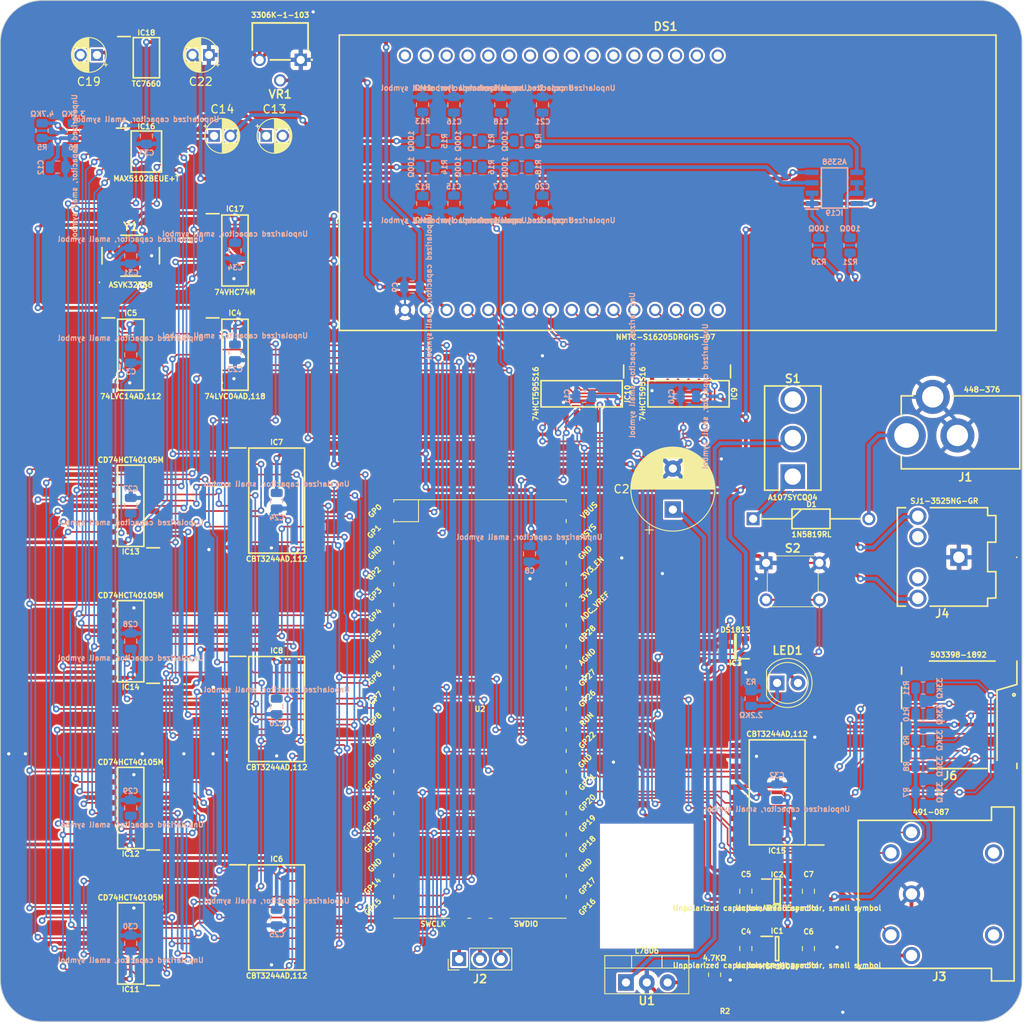
<source format=kicad_pcb>
(kicad_pcb (version 20221018) (generator pcbnew)
  (layers (0 "F.Cu" signal) (31 "B.Cu" signal) (36 "B.SilkS" user "B.Silkscreen") (37 "F.SilkS" user "F.Silkscreen") (38 "B.Mask" user) (39 "F.Mask" user) (44 "Edge.Cuts" user))
  (net 0 "")
  (net 1 "/GND")
  (net 2 "/3.3V")
  (net 3 "/6V")
  (net 4 "/5V")
  (net 5 "Net-(IC16-REF)")
  (net 6 "/V_{0}")
  (net 7 "/LCD RS")
  (net 8 "/LCD R~{W}")
  (net 9 "/LCD E")
  (net 10 "/LCD DB0")
  (net 11 "/LCD DB1")
  (net 12 "/LCD DB2")
  (net 13 "/LCD DB3")
  (net 14 "/LCD DB4")
  (net 15 "/LCD DB5")
  (net 16 "/LCD DB6")
  (net 17 "/LCD DB7")
  (net 18 "/~{RST}")
  (net 19 "/Channel A Load")
  (net 20 "/Channel B Load")
  (net 21 "/RST")
  (net 22 "/SD Card EN")
  (net 23 "/DIOR EN")
  (net 24 "/GPIO9")
  (net 25 "/GPIO8")
  (net 26 "/GPIO7")
  (net 27 "/GPIO6")
  (net 28 "/GPIO5")
  (net 29 "/GPIO4")
  (net 30 "/GPIO3")
  (net 31 "/GPIO2")
  (net 32 "/DIR1")
  (net 33 "/DIR2")
  (net 34 "/DIR3")
  (net 35 "/DIR4")
  (net 36 "/DOR1")
  (net 37 "/DOR2")
  (net 38 "/DOR3")
  (net 39 "/DOR4")
  (net 40 "/LCD Shift Clock")
  (net 41 "/LCD Store Clock")
  (net 42 "/Q7S")
  (net 43 "/LCD Bit Out")
  (net 44 "/~{16KHz CLK}")
  (net 45 "/16KHz CLK")
  (net 46 "/SD Dat2")
  (net 47 "/SD Dat3")
  (net 48 "/SD Cmd")
  (net 49 "/SD Clk")
  (net 50 "/SD Dat0")
  (net 51 "/SD Dat1")
  (net 52 "/32KHz CLK")
  (net 53 "/-5V")
  (net 54 "Net-(IC16-OUTA)")
  (net 55 "Net-(IC16-OUTB)")
  (net 56 "Net-(IC18-CAP+)")
  (net 57 "Net-(IC18-CAP-)")
  (net 58 "Net-(IC19-IN_1+)")
  (net 59 "/Keypad PL")
  (net 60 "/Keypad CP")
  (net 61 "/Keypad Q_{IN}")
  (net 64 "/Line Out Right")
  (net 65 "/Line Out Left")
  (net 66 "Net-(IC19-IN_2+)")
  (net 67 "Net-(C13-Pad2)")
  (net 68 "Net-(C14-Pad2)")
  (net 69 "Net-(S1-P1)")
  (net 81 "Net-(C15-Pad2)")
  (net 82 "Net-(C16-Pad2)")
  (net 83 "Net-(C17-Pad2)")
  (net 84 "Net-(C18-Pad2)")
  (net 86 "/VCC")
  (net 87 "/Socket VCC")
  (net 96 "Net-(IC4-1A)")
  (net 97 "Net-(IC4-2A)")
  (net 99 "Net-(IC4-5A)")
  (net 100 "Net-(IC4-6A)")
  (net 101 "Net-(IC5-1Y)")
  (net 102 "Net-(IC11-SI)")
  (net 103 "Net-(IC5-4Y)")
  (net 104 "Net-(IC13-SI)")
  (net 105 "Net-(IC11-D0)")
  (net 106 "Net-(IC11-D1)")
  (net 107 "Net-(IC11-D2)")
  (net 108 "Net-(IC11-D3)")
  (net 109 "Net-(IC12-D0)")
  (net 110 "Net-(IC12-D1)")
  (net 111 "Net-(IC12-D2)")
  (net 112 "Net-(IC12-D3)")
  (net 113 "Net-(IC13-D0)")
  (net 114 "Net-(IC13-D1)")
  (net 115 "Net-(IC13-D2)")
  (net 116 "Net-(IC13-D3)")
  (net 117 "Net-(IC14-D0)")
  (net 118 "Net-(IC14-D1)")
  (net 119 "Net-(IC14-D2)")
  (net 120 "Net-(IC14-D3)")
  (net 127 "Net-(IC11-Q3)")
  (net 128 "Net-(IC11-Q2)")
  (net 129 "Net-(IC11-Q1)")
  (net 130 "Net-(IC11-Q0)")
  (net 131 "Net-(IC12-Q3)")
  (net 132 "Net-(IC12-Q2)")
  (net 133 "Net-(IC12-Q1)")
  (net 134 "Net-(IC12-Q0)")
  (net 141 "Net-(IC19-IN_1-)")
  (net 142 "Net-(IC19-IN_2-)")
  (net 143 "Net-(J2-Pin_1)")
  (net 144 "Net-(J2-Pin_2)")
  (net 145 "Net-(J2-Pin_3)")
  (net 150 "Net-(LED1-K)")
  (footprint "SamacSys_Parts:SOIC127P1032X265-20N" (layer "F.Cu") (at 211.455 137.795 180)
    (fp_text reference "IC15")
    (fp_text value "CBT3244AD,112")
  )
  (footprint "SamacSys_Parts:SJ13525NGGR" (layer "F.Cu") (at 233.6 109.14 180)
    (fp_text reference "J4")
    (fp_text value "SJ1-3525NG-GR")
  )
  (footprint "SamacSys_Parts:SOIC127P600X175-8N" (layer "F.Cu") (at 134.62 48.26)
    (fp_text reference "IC18")
    (fp_text value "TC7660EOA" hide)
  )
  (footprint "SamacSys_Parts:503398-1892" (layer "F.Cu") (at 233.045 128.905 180)
    (fp_text reference "J6")
    (fp_text value "503398-1892")
  )
  (footprint "SamacSys_Parts:SOT95P285X130-5N" (layer "F.Cu") (at 211.455 149.86)
    (fp_text reference "IC2")
    (fp_text value "AP7365-33WG-7" hide)
  )
  (footprint "SamacSys_Parts:C_0805" (layer "F.Cu") (at 207.645 156.845)
    (fp_text reference "C4")
    (fp_text value "C_0805" hide)
  )
  (footprint "SamacSys_Parts:TO-220-3_Vertical" (layer "F.Cu") (at 193.04 160.965)
    (fp_text reference "U1")
    (fp_text value "L7806")
  )
  (footprint "SamacSys_Parts:DTS62NV" (layer "F.Cu") (at 210.11 109.8275)
    (fp_text reference "S2")
    (fp_text value "DTS-62N-V" hide)
  )
  (footprint "SamacSys_Parts:SOP65P640X110-16N" (layer "F.Cu") (at 134.62 59.69)
    (fp_text reference "IC16")
    (fp_text value "MAX5102BEUE+T")
  )
  (footprint "SamacSys_Parts:SOIC127P600X175-16N" (layer "F.Cu") (at 187.6425 89.2175 -90)
    (fp_text reference "IC10")
    (fp_text value "74HCT595S16")
  )
  (footprint "SamacSys_Parts:C_0805" (layer "F.Cu") (at 215.265 149.86)
    (fp_text reference "C7")
    (fp_text value "C_0805" hide)
  )
  (footprint "SamacSys_Parts:3306K1103" (layer "F.Cu") (at 153.42 48.52 180)
    (fp_text reference "VR1")
    (fp_text value "3306K-1-103")
  )
  (footprint "SamacSys_Parts:SOT95P270X145-5N" (layer "F.Cu") (at 211.455 156.845)
    (fp_text reference "IC1")
    (fp_text value "MCP1802T-5002I_OT" hide)
  )
  (footprint "SamacSys_Parts:SOIC127P600X175-16N" (layer "F.Cu") (at 132.715 139.7 180)
    (fp_text reference "IC12")
    (fp_text value "CD74HCT40105M")
  )
  (footprint "Capacitor_THT:CP_Radial_D4.0mm_P2.00mm" (layer "F.Cu") (at 142.875 57.785)
    (fp_text reference "C14")
    (fp_text value "C_Polarized")
  )
  (footprint "Capacitor_THT:CP_Radial_D4.0mm_P2.00mm" (layer "F.Cu") (at 149.225 57.785)
    (fp_text reference "C13")
    (fp_text value "C_Polarized")
  )
  (footprint "SamacSys_Parts:SOIC127P600X175-16N" (layer "F.Cu") (at 132.715 119.38 180)
    (fp_text reference "IC14")
    (fp_text value "CD74HCT40105M")
  )
  (footprint "SamacSys_Parts:A107SYCQ04" (layer "F.Cu") (at 213.36 99.314)
    (fp_text reference "S1")
    (fp_text value "A107SYCQ04")
  )
  (footprint "Connector_PinHeader_2.54mm:PinHeader_1x03_P2.54mm_Vertical" (layer "F.Cu") (at 172.72 158.115 90)
    (fp_text reference "J2")
    (fp_text value "Conn_01x03_Male")
  )
  (footprint "SamacSys_Parts:ASVK32768KHZLJT" (layer "F.Cu") (at 132.715 72.39)
    (fp_text reference "Y1")
    (fp_text value "ASVK-32.768KHZ-LJT" hide)
  )
  (footprint "SamacSys_Parts:SOIC127P1032X265-20N" (layer "F.Cu") (at 150.495 102.235)
    (fp_text reference "IC7")
    (fp_text value "CBT3244AD,112")
  )
  (footprint "SamacSys_Parts:RPi_Pico_SMD" (layer "F.Cu") (at 175.26 127.635)
    (fp_text reference "U2")
    (fp_text value "Pico")
  )
  (footprint "SamacSys_Parts:SOIC127P600X175-14N" (layer "F.Cu") (at 132.715 84.455)
    (fp_text reference "IC5")
    (fp_text value "74LVC14AD,112")
  )
  (footprint "SamacSys_Parts:SOT95P237X112-3N" (layer "F.Cu") (at 206.375 120.015 180)
    (fp_text reference "IC3")
    (fp_text value "DS1813R-10+T&R" hide)
  )
  (footprint "SamacSys_Parts:491087" (layer "F.Cu") (at 237.8225 155.1775 180)
    (fp_text reference "J3")
    (fp_text value "491-087")
  )
  (footprint "SamacSys_Parts:C_0805" (layer "F.Cu") (at 207.645 149.86)
    (fp_text reference "C5")
    (fp_text value "C_0805" hide)
  )
  (footprint "SamacSys_Parts:C_0805" (layer "F.Cu") (at 215.265 156.845)
    (fp_text reference "C6")
    (fp_text value "C_0805" hide)
  )
  (footprint "LED_THT:LED_D5.0mm" (layer "F.Cu") (at 211.455 124.46)
    (fp_text reference "LED1")
    (fp_text value "LED")
  )
  (footprint "SamacSys_Parts:SOIC127P600X175-14N" (layer "F.Cu") (at 145.415 84.455)
    (fp_text reference "IC4")
    (fp_text value "74LVC04AD,118")
  )
  (footprint "SamacSys_Parts:SOIC127P1032X265-20N" (layer "F.Cu") (at 150.495 153.035)
    (fp_text reference "IC6")
    (fp_text value "CBT3244AD,112")
  )
  (footprint "SamacSys_Parts:SOIC127P600X175-16N" (layer "F.Cu") (at 132.715 156.21 180)
    (fp_text reference "IC11")
    (fp_text value "CD74HCT40105M")
  )
  (footprint "Capacitor_THT:CP_Radial_D4.0mm_P2.00mm" (layer "F.Cu") (at 128.6076 47.922401 180)
    (fp_text reference "C19")
    (fp_text value "C_Polarized")
  )
  (footprint "SamacSys_Parts:R_0805" (layer "F.Cu") (at 203.835 160.02 180)
    (fp_text reference "R2")
    (fp_text value "R_0805" hide)
  )
  (footprint "SamacSys_Parts:SOIC127P600X175-14N" (layer "F.Cu") (at 145.415 71.755)
    (fp_text reference "IC17")
    (fp_text value "74VHC74M")
  )
  (footprint "SamacSys_Parts:SOIC127P600X175-16N" (layer "F.Cu") (at 200.66 89.2175 -90)
    (fp_text reference "IC9")
    (fp_text value "74HCT595S16")
  )
  (footprint "SamacSys_Parts:SOIC127P600X175-16N" (layer "F.Cu") (at 132.715 102.87 180)
    (fp_text reference "IC13")
    (fp_text value "CD74HCT40105M")
  )
  (footprint "SamacSys_Parts:SOIC127P1032X265-20N" (layer "F.Cu") (at 150.495 127.635)
    (fp_text reference "IC8")
    (fp_text value "CBT3244AD,112")
  )
  (footprint "SamacSys_Parts:NMTCS16205DRGHS07_1" (layer "F.Cu") (at 166.12 79)
    (fp_text reference "DS1")
    (fp_text value "NMTC-S16205DRGHS-07")
  )
  (footprint "SamacSys_Parts:448376" (layer "F.Cu") (at 238.4425 94.2975)
    (fp_text reference "J1")
    (fp_text value "448-376")
  )
  (footprint "SamacSys_Parts:DIOAD1414W86L464D238" (layer "F.Cu") (at 208.533 104.458)
    (fp_text reference "D1")
    (fp_text value "1N5819RL")
  )
  (footprint "Capacitor_THT:CP_Radial_D10.0mm_P5.00mm" (layer "F.Cu") (at 198.755 103.332677 90)
    (fp_text reference "C2")
    (fp_text value "C_Polarized")
  )
  (footprint "Capacitor_THT:CP_Radial_D4.0mm_P2.00mm" (layer "F.Cu") (at 142.24 47.922401 180)
    (fp_text reference "C22")
    (fp_text value "C_Polarized")
  )
  (footprint "SamacSys_Parts:R_0805" (layer "B.Cu") (at 174.625 58.42 90)
    (fp_text reference "R17")
    (fp_text value "R_0805" hide)
  )
  (footprint "SamacSys_Parts:C_0805" (layer "B.Cu") (at 132.715 72.39)
    (fp_text reference "C31")
    (fp_text value "C_0805" hide)
  )
  (footprint "SamacSys_Parts:C_0805" (layer "B.Cu") (at 150.495 153.035)
    (fp_text reference "C25")
    (fp_text value "C_0805" hide)
  )
  (footprint "SamacSys_Parts:C_0805" (layer "B.Cu") (at 150.495 127.304)
    (fp_text reference "C26")
    (fp_text value "C_0805" hide)
  )
  (footprint "SamacSys_Parts:C_0805" (layer "B.Cu") (at 123.835 61.595 -90)
    (fp_text reference "C12")
    (fp_text value "C_0805" hide)
  )
  (footprint "SamacSys_Parts:C_0805" (layer "B.Cu") (at 145.415 71.755)
    (fp_text reference "C34")
    (fp_text value "C_0805" hide)
  )
  (footprint "SamacSys_Parts:R_0805" (layer "B.Cu") (at 220.345 71.12)
    (fp_text reference "R21")
    (fp_text value "R_0805" hide)
  )
  (footprint "SamacSys_Parts:R_0805" (layer "B.Cu") (at 180.34 58.42 90)
    (fp_text reference "R19")
    (fp_text value "R_0805" hide)
  )
  (footprint "SamacSys_Parts:R_0805" (layer "B.Cu") (at 121.93 57.15)
    (fp_text reference "R5")
    (fp_text value "R_0805" hide)
  )
  (footprint "SamacSys_Parts:C_0805" (layer "B.Cu") (at 132.715 156.21 180)
    (fp_text reference "C30")
    (fp_text value "C_0805" hide)
  )
  (footprint "SamacSys_Parts:C_0805" (layer "B.Cu") (at 150.495 102.235)
    (fp_text reference "C24")
    (fp_text value "C_0805" hide)
  )
  (footprint "SamacSys_Parts:R_0805" (layer "B.Cu") (at 229.235 137.795 -90)
    (fp_text reference "R7")
    (fp_text value "R_0805" hide)
  )
  (footprint "SamacSys_Parts:R_0805" (layer "B.Cu") (at 180.34 61.595 90)
    (fp_text reference "R18")
    (fp_text value "R_0805" hide)
  )
  (footprint "SamacSys_Parts:R_0805" (layer "B.Cu") (at 229.235 125.095 -90)
    (fp_text reference "R11")
    (fp_text value "R_0805" hide)
  )
  (footprint "SamacSys_Parts:R_0805" (layer "B.Cu") (at 174.625 61.595 90)
    (fp_text reference "R16")
    (fp_text value "R_0805" hide)
  )
  (footprint "SamacSys_Parts:C_0805" (layer "B.Cu") (at 177.8 66.04 180)
    (fp_text reference "C17")
    (fp_text value "C_0805" hide)
  )
  (footprint "SamacSys_Parts:C_0805" (layer "B.Cu") (at 132.715 119.38 180)
    (fp_text reference "C28")
    (fp_text value "C_0805" hide)
  )
  (footprint "SamacSys_Parts:C_0805" (layer "B.Cu") (at 200.66 89.535 -90)
    (fp_text reference "C10")
    (fp_text value "C_0805" hide)
  )
  (footprint "SamacSys_Parts:R_0805" (layer "B.Cu") (at 216.535 71.12)
    (fp_text reference "R20")
    (fp_text value "R_0805" hide)
  )
  (footprint "SamacSys_Parts:C_0805" (layer "B.Cu") (at 181.2925 108.712)
    (fp_text reference "C8")
    (fp_text value "C_0805" hide)
  )
  (footprint "SamacSys_Parts:C_0805" (layer "B.Cu") (at 182.88 53.975)
    (fp_text reference "C21")
    (fp_text value "C_0805" hide)
  )
  (footprint "SamacSys_Parts:C_0805" (layer "B.Cu") (at 134.62 57.785)
    (fp_text reference "C33")
    (fp_text value "C_0805" hide)
  )
  (footprint "SamacSys_Parts:R_0805" (layer "B.Cu") (at 208.28 126.365 180)
    (fp_text reference "R3")
    (fp_text value "R_0805" hide)
  )
  (footprint "SamacSys_Parts:R_0805" (layer "B.Cu") (at 168.275 53.975)
    (fp_text reference "R13")
    (fp_text value "R_0805" hide)
  )
  (footprint "SamacSys_Parts:C_0805" (layer "B.Cu") (at 132.715 102.87 180)
    (fp_text reference "C27")
    (fp_text value "C_0805" hide)
  )
  (footprint "SamacSys_Parts:R_0805" (layer "B.Cu") (at 125.74 57.15)
    (fp_text reference "R6")
    (fp_text value "R_0805" hide)
  )
  (footprint "SamacSys_Parts:C_0805" (layer "B.Cu") (at 211.455 137.795 180)
    (fp_text reference "C32")
    (fp_text value "C_0805" hide)
  )
  (footprint "SamacSys_Parts:C_0805" (layer "B.Cu") (at 167.005 76.2 -90)
    (fp_text reference "C9")
    (fp_text value "C_0805" hide)
  )
  (footprint "SamacSys_Parts:R_0805" (layer "B.Cu") (at 168.91 61.595 90)
    (fp_text reference "R14")
    (fp_text value "R_0805" hide)
  )
  (footprint "SamacSys_Parts:R_0805" (layer "B.Cu") (at 168.91 58.42 90)
    (fp_text reference "R15")
    (fp_text value "R_0805" hide)
  )
  (footprint "SamacSys_Parts:C_0805" (layer "B.Cu") (at 182.88 66.04 180)
    (fp_text reference "C20")
    (fp_text value "C_0805" hide)
  )
  (footprint "SamacSys_Parts:R_0805" (layer "B.Cu") (at 229.235 134.62 -90)
    (fp_text reference "R8")
    (fp_text value "R_0805" hide)
  )
  (footprint "SamacSys_Parts:C_0805" (layer "B.Cu") (at 132.715 84.455)
    (fp_text reference "C3")
    (fp_text value "C_0805" hide)
  )
  (footprint "SamacSys_Parts:SOIC127P600X175-8N" (layer "B.Cu") (at 218.44 64.135)
    (fp_text reference "IC19")
    (fp_text value "AS358AMTR-G1" hide)
  )
  (footprint "SamacSys_Parts:C_0805" (layer "B.Cu") (at 177.8 53.975)
    (fp_text reference "C18")
    (fp_text value "C_0805" hide)
  )
  (footprint "SamacSys_Parts:C_0805" (layer "B.Cu") (at 132.715 139.7 180)
    (fp_text reference "C29")
    (fp_text value "C_0805" hide)
  )
  (footprint "SamacSys_Parts:R_0805" (layer "B.Cu") (at 168.275 66.04 180)
    (fp_text reference "R12")
    (fp_text value "R_0805" hide)
  )
  (footprint "SamacSys_Parts:R_0805" (layer "B.Cu") (at 229.235 128.27 -90)
    (fp_text reference "R10")
    (fp_text value "R_0805" hide)
  )
  (footprint "SamacSys_Parts:C_0805" (layer "B.Cu") (at 145.415 84.156)
    (fp_text reference "C23")
    (fp_text value "C_0805" hide)
  )
  (footprint "SamacSys_Parts:C_0805" (layer "B.Cu") (at 172.085 53.975)
    (fp_text reference "C16")
    (fp_text value "C_0805" hide)
  )
  (footprint "SamacSys_Parts:R_0805" (layer "B.Cu") (at 229.235 131.445 -90)
    (fp_text reference "R9")
    (fp_text value "R_0805" hide)
  )
  (footprint "SamacSys_Parts:C_0805" (layer "B.Cu") (at 187.96 89.535 -90)
    (fp_text reference "C11")
    (fp_text value "C_0805" hide)
  )
  (footprint "SamacSys_Parts:C_0805" (layer "B.Cu") (at 172.085 66.04 180)
    (fp_text reference "C15")
    (fp_text value "C_0805" hide)
  )
  (gr_arc (start 121.92 165.735) (mid 118.327898 164.247102) (end 116.84 160.655) (stroke (width 0.1)) (layer "Edge.Cuts"))
  (gr_line (start 116.84 160.655) (end 116.84 46.355) (stroke (width 0.1)) (layer "Edge.Cuts"))
  (gr_arc (start 236.22 41.275) (mid 239.812102 42.762898) (end 241.3 46.355) (stroke (width 0.1)) (layer "Edge.Cuts"))
  (gr_line (start 121.92 41.275) (end 236.22 41.275) (stroke (width 0.1)) (layer "Edge.Cuts"))
  (gr_line (start 241.3 46.355) (end 241.3 160.655) (stroke (width 0.1)) (layer "Edge.Cuts"))
  (gr_arc (start 116.84 46.355) (mid 118.327898 42.762898) (end 121.92 41.275) (stroke (width 0.1)) (layer "Edge.Cuts"))
  (gr_arc (start 241.3 160.655) (mid 239.812102 164.247102) (end 236.22 165.735) (stroke (width 0.1)) (layer "Edge.Cuts"))
  (gr_line (start 236.22 165.735) (end 121.92 165.735) (stroke (width 0.1)) (layer "Edge.Cuts"))
  (segment (start 143.002 133.35) (end 142.748 133.096) (width 0.45) (layer "F.Cu") (net 1))
  (segment (start 191.389 133.985) (end 191.516 134.112) (width 0.45) (layer "F.Cu") (net 1))
  (segment (start 134.112 133.096) (end 119.888 133.096) (width 0.45) (layer "F.Cu") (net 1))
  (segment (start 228.6 126.365) (end 210.82 126.365) (width 0.45) (layer "F.Cu") (net 1))
  (segment (start 204.6595 95.542773) (end 204.6595 97.155) (width 0.45) (layer "F.Cu") (net 1))
  (segment (start 142.24 108.204) (end 142.494 107.95) (width 0.45) (layer "F.Cu") (net 1))
  (segment (start 149.798248 107.95) (end 149.852259 108.004011) (width 0.45) (layer "F.Cu") (net 1))
  (segment (start 208.611 156.845) (end 210.205 156.845) (width 0.45) (layer "F.Cu") (net 1))
  (segment (start 216.61 109.8275) (end 210.11 109.8275) (width 0.25) (layer "F.Cu") (net 1))
  (segment (start 225.933264 156.652011) (end 218.759989 156.652011) (width 0.45) (layer "F.Cu") (net 1))
  (segment (start 208.611 149.86) (end 210.155 149.86) (width 0.45) (layer "F.Cu") (net 1))
  (segment (start 201.295 91.9425) (end 201.295 93.726) (width 0.45) (layer "F.Cu") (net 1))
  (segment (start 188.2775 91.9425) (end 188.2775 90.948485) (width 0.2) (layer "F.Cu") (net 1))
  (segment (start 166.37 133.985) (end 184.15 133.985) (width 0.45) (layer "F.Cu") (net 1))
  (segment (start 192.778834 108.973166) (end 192.532 109.22) (width 0.45) (layer "F.Cu") (net 1))
  (segment (start 202.38798 162.38952) (end 197.00452 162.38952) (width 0.45) (layer "F.Cu") (net 1))
  (segment (start 135.44 135.255) (end 133.477 135.255) (width 0.45) (layer "F.Cu") (net 1))
  (segment (start 145.77 107.95) (end 149.798248 107.95) (width 0.45) (layer "F.Cu") (net 1))
  (segment (start 187.593081 90.264066) (end 185.42 90.264066) (width 0.2) (layer "F.Cu") (net 1))
  (segment (start 133.223 151.765) (end 133.096 151.892) (width 0.45) (layer "F.Cu") (net 1))
  (segment (start 134.99 81.915) (end 132.588 84.317) (width 0.2) (layer "F.Cu") (net 1))
  (segment (start 233.68 111.305966) (end 231.775 113.210966) (width 0.45) (layer "F.Cu") (net 1))
  (segment (start 135.44 151.765) (end 133.223 151.765) (width 0.45) (layer "F.Cu") (net 1))
  (segment (start 150.495 133.35) (end 145.77 133.35) (width 0.45) (layer "F.Cu") (net 1))
  (segment (start 144.907 75.565) (end 145.288 75.184) (width 0.45) (layer "F.Cu") (net 1))
  (segment (start 135.255 72.39) (end 135.255 74.39) (width 0.45) (layer "F.Cu") (net 1))
  (segment (start 197.00452 162.38952) (end 195.58 160.965) (width 0.45) (layer "F.Cu") (net 1))
  (segment (start 201.295 93.726) (end 201.613 94.044) (width 0.45) (layer "F.Cu") (net 1))
  (segment (start 142.748 133.096) (end 139.192 133.096) (width 0.45) (layer "F.Cu") (net 1))
  (segment (start 208.887873 133.35) (end 208.941884 133.404011) (width 0.2) (layer "F.Cu") (net 1))
  (segment (start 133.477 114.935) (end 135.44 114.935) (width 0.45) (layer "F.Cu") (net 1))
  (segment (start 233.68 109.22) (end 233.68 111.305966) (width 0.45) (layer "F.Cu") (net 1))
  (segment (start 144.399 88.265) (end 145.288 87.376) (width 0.45) (layer "F.Cu") (net 1))
  (segment (start 184.15 108.585) (end 181.356 111.379) (width 0.45) (layer "F.Cu") (net 1))
  (segment (start 205.4625 160.9325) (end 205.74 160.655) (width 0.45) (layer "F.Cu") (net 1))
  (segment (start 128.915 87.64) (end 129.54 88.265) (width 0.2) (layer "F.Cu") (net 1))
  (segment (start 216.18 131.200881) (end 216.042119 131.063) (width 0.45) (layer "F.Cu") (net 1))
  (segment (start 210.11 109.8275) (end 209.255666 108.973166) (width 0.45) (layer "F.Cu") (net 1))
  (segment (start 132.588 84.317) (end 132.588 87.884) (width 0.2) (layer "F.Cu") (net 1))
  (segment (start 239.265 131.463) (end 218.422 131.463) (width 0.45) (layer "F.Cu") (net 1))
  (segment (start 206.73 133.35) (end 208.887873 133.35) (width 0.2) (layer "F.Cu") (net 1))
  (segment (start 132.207 88.265) (end 129.99 88.265) (width 0.45) (layer "F.Cu") (net 1))
  (segment (start 209.255666 108.973166) (end 192.778834 108.973166) (width 0.45) (layer "F.Cu") (net 1))
  (segment (start 198.755 98.332677) (end 199.932677 97.155) (width 0.45) (layer "F.Cu") (net 1))
  (segment (start 208.915 111.76) (end 198.12001 111.76) (width 0.45) (layer "F.Cu") (net 1))
  (segment (start 142.69 88.265) (end 144.399 88.265) (width 0.45) (layer "F.Cu") (net 1))
  (segment (start 217.805 132.08) (end 216.18 132.08) (width 0.45) (layer "F.Cu") (net 1))
  (segment (start 207.645 148.894) (end 208.611 149.86) (width 0.45) (layer "F.Cu") (net 1))
  (segment (start 203.845 160.9325) (end 202.38798 162.38952) (width 0.45) (layer "F.Cu") (net 1))
  (segment (start 183.1975 84.915585) (end 182.865916 84.584001) (width 0.45) (layer "F.Cu") (net 1))
  (segment (start 145.77 158.75) (end 149.7955 158.75) (width 0.45) (layer "F.Cu") (net 1))
  (segment (start 142.494 107.95) (end 145.77 107.95) (width 0.45) (layer "F.Cu") (net 1))
  (segment (start 145.669 86.995) (end 145.288 87.376) (width 0.2) (layer "F.Cu") (net 1))
  (segment (start 216.18 132.08) (end 216.18 131.200881) (width 0.45) (layer "F.Cu") (net 1))
  (segment (start 207.645 155.879) (end 208.611 156.845) (width 0.45) (layer "F.Cu") (net 1))
  (segment (start 139.192 133.096) (end 134.112 133.096) (width 0.45) (layer "F.Cu") (net 1))
  (segment (start 128.915 86.35) (end 128.915 87.64) (width 0.2) (layer "F.Cu") (net 1))
  (segment (start 203.845 160.9325) (end 205.4625 160.9325) (width 0.45) (layer "F.Cu") (net 1))
  (segment (start 188.2775 90.948485) (end 187.593081 90.264066) (width 0.2) (layer "F.Cu") (net 1))
  (segment (start 129.54 88.265) (end 129.99 88.265) (width 0.2) (layer "F.Cu") (net 1))
  (segment (start 132.588 87.884) (end 132.207 88.265) (width 0.45) (layer "F.Cu") (net 1))
  (segment (start 203.160727 94.044) (end 204.6595 95.542773) (width 0.45) (layer "F.Cu") (net 1))
  (segment (start 196.215 86.4925) (end 196.215 88.8355) (width 0.45) (layer "F.Cu") (net 1))
  (segment (start 181.356 111.379) (end 181.356 111.76) (width 0.45) (layer "F.Cu") (net 1))
  (segment (start 227.8225 150.1775) (end 227.8225 154.762775) (width 0.45) (layer "F.Cu") (net 1))
  (segment (start 198.12001 111.76) (end 197.48501 111.125) (width 0.45) (layer "F.Cu") (net 1))
  (segment (start 148.14 86.995) (end 145.669 86.995) (width 0.2) (layer "F.Cu") (net 1))
  (segment (start 199.932677 97.155) (end 204.6595 97.155) (width 0.45) (layer "F.Cu") (net 1))
  (segment (start 227.8225 154.762775) (end 225.933264 156.652011) (width 0.45) (layer "F.Cu") (net 1))
  (segment (start 184.15 133.985) (end 191.389 133.985) (width 0.45) (layer "F.Cu") (net 1))
  (segment (start 218.759989 156.652011) (end 216.038011 156.652011) (width 0.45) (layer "F.Cu") (net 1))
  (segment (start 216.038011 156.652011) (end 215.265 155.879) (width 0.45) (layer "F.Cu") (net 1))
  (segment (start 183.1975 86.4925) (end 183.1975 84.915585) (width 0.45) (layer "F.Cu") (net 1))
  (segment (start 231.775 123.19) (end 228.6 126.365) (width 0.45) (layer "F.Cu") (net 1))
  (segment (start 149.7955 158.75) (end 149.86 158.8145) (width 0.45) (layer "F.Cu") (net 1))
  (segment (start 133.096 115.316) (end 133.477 114.935) (width 0.45) (layer "F.Cu") (net 1))
  (segment (start 166.37 121.285) (end 184.15 121.285) (width 0.45) (layer "F.Cu") (net 1))
  (segment (start 210.82 126.365) (end 207.645 123.19) (width 0.45) (layer "F.Cu") (net 1))
  (segment (start 218.422 131.463) (end 217.805 132.08) (width 0.45) (layer "F.Cu") (net 1))
  (segment (start 129.99 85.725) (end 129.54 85.725) (width 0.2) (layer "F.Cu") (net 1))
  (segment (start 201.613 94.044) (end 203.160727 94.044) (width 0.45) (layer "F.Cu") (net 1))
  (segment (start 145.77 133.35) (end 143.002 133.35) (width 0.45) (layer "F.Cu") (net 1))
  (segment (start 184.15 146.685) (end 166.37 146.685) (width 0.45) (layer "F.Cu") (net 1))
  (segment (start 133.477 135.255) (end 133.096 135.636) (width 0.45) (layer "F.Cu") (net 1))
  (segment (start 142.69 75.565) (end 144.907 75.565) (width 0.45) (layer "F.Cu") (net 1))
  (segment (start 129.54 85.725) (end 128.915 86.35) (width 0.2) (layer "F.Cu") (net 1))
  (segment (start 216.18 140.97) (end 213.5495 140.97) (width 0.2) (layer "F.Cu") (net 1))
  (segment (start 231.775 113.210966) (end 231.775 123.19) (width 0.45) (layer "F.Cu") (net 1))
  (via (at 181.356 111.76) (size 0.8) (drill 0.4) (layers "F.Cu" "B.Cu") (net 1))
  (via (at 218.759989 156.652011) (size 0.8) (drill 0.4) (layers "F.Cu" "B.Cu") (net 1))
  (via (at 119.888 133.096) (size 0.8) (drill 0.4) (layers "F.Cu" "B.Cu") (net 1))
  (via (at 216.042119 131.063) (size 0.8) (drill 0.4) (layers "F.Cu" "B.Cu") (net 1))
  (via (at 197.48501 111.125) (size 0.8) (drill 0.4) (layers "F.Cu" "B.Cu") (net 1))
  (via (at 219.456 164.592) (size 0.8) (drill 0.4) (layers "F.Cu" "B.Cu") (net 1))
  (via (at 132.588 87.884) (size 0.8) (drill 0.4) (layers "F.Cu" "B.Cu") (net 1))
  (via (at 208.915 111.76) (size 0.8) (drill 0.4) (layers "F.Cu" "B.Cu") (net 1))
  (via (at 154.94 42.672) (size 0.8) (drill 0.4) (layers "F.Cu" "B.Cu") (net 1))
  (via (at 149.86 158.8145) (size 0.8) (drill 0.4) (layers "F.Cu" "B.Cu") (net 1))
  (via (at 207.645 123.19) (size 0.8) (drill 0.4) (layers "F.Cu" "B.Cu") (net 1))
  (via (at 192.532 109.22) (size 0.8) (drill 0.4) (layers "F.Cu" "B.Cu") (net 1))
  (via (at 145.288 75.184) (size 0.8) (drill 0.4) (layers "F.Cu" "B.Cu") (net 1))
  (via (at 142.748 124.968) (size 0.8) (drill 0.4) (layers "F.Cu" "B.Cu") (net 1))
  (via (at 117.856 133.096) (size 0.8) (drill 0.4) (layers "F.Cu" "B.Cu") (net 1))
  (via (at 145.288 87.376) (size 0.8) (drill 0.4) (layers "F.Cu" "B.Cu") (net 1))
  (via (at 133.096 115.316) (size 0.8) (drill 0.4) (layers "F.Cu" "B.Cu") (net 1))
  (via (at 208.941884 133.404011) (size 0.8) (drill 0.4) (layers "F.Cu" "B.Cu") (net 1))
  (via (at 133.096 135.636) (size 0.8) (drill 0.4) (layers "F.Cu" "B.Cu") (net 1))
  (via (at 149.852259 108.004011) (size 0.8) (drill 0.4) (layers "F.Cu" "B.Cu") (net 1))
  (via (at 134.112 133.096) (size 0.8) (drill 0.4) (layers "F.Cu" "B.Cu") (net 1))
  (via (at 182.865916 84.584001) (size 0.8) (drill 0.4) (layers "F.Cu" "B.Cu") (net 1))
  (via (at 142.748 133.096) (size 0.8) (drill 0.4) (layers "F.Cu" "B.Cu") (net 1))
  (via (at 185.42 90.264066) (size 0.8) (drill 0.4) (layers "F.Cu" "B.Cu") (net 1))
  (via (at 196.215 88.8355) (size 0.8) (drill 0.4) (layers "F.Cu" "B.Cu") (net 1))
  (via (at 213.5495 140.97) (size 0.8) (drill 0.4) (layers "F.Cu" "B.Cu") (net 1))
  (via (at 133.096 151.892) (size 0.8) (drill 0.4) (layers "F.Cu" "B.Cu") (net 1))
  (via (at 135.255 72.39) (size 0.8) (drill 0.4) (layers "F.Cu" "B.Cu") (net 1))
  (via (at 139.192 133.096) (size 0.8) (drill 0.4) (layers "F.Cu" "B.Cu") (net 1))
  (via (at 204.6595 97.155) (size 0.8) (drill 0.4) (layers "F.Cu" "B.Cu") (net 1))
  (via (at 191.516 134.112) (size 0.8) (drill 0.4) (layers "F.Cu" "B.Cu") (net 1))
  (via (at 150.495 133.35) (size 0.8) (drill 0.4) (layers "F.Cu" "B.Cu") (net 1))
  (via (at 205.74 160.655) (size 0.8) (drill 0.4) (layers "F.Cu" "B.Cu") (net 1))
  (via (at 142.24 108.204) (size 0.8) (drill 0.4) (layers "F.Cu" "B.Cu") (net 1))
  (segment (start 132.715 155.244) (end 132.715 152.273) (width 0.45) (layer "B.Cu") (net 1))
  (segment (start 183.009002 84.584001) (end 182.865916 84.584001) (width 0.45) (layer "B.Cu") (net 1))
  (segment (start 213.691 133.303238) (end 215.931238 131.063) (width 0.45) (layer "B.Cu") (net 1))
  (segment (start 153.42 48.52) (end 153.42 44.192) (width 0.45) (layer "B.Cu") (net 1))
  (segment (start 134.62 72.39) (end 135.255 72.39) (width 0.45) (layer "B.Cu") (net 1))
  (segment (start 132.715 138.734) (end 132.715 136.017) (width 0.45) (layer "B.Cu") (net 1))
  (segment (start 119.888 133.096) (end 117.856 133.096) (width 0.45) (layer "B.Cu") (net 1))
  (segment (start 177.8 66.974) (end 172.085 66.974) (width 0.45) (layer "B.Cu") (net 1))
  (segment (start 132.715 118.414) (end 132.715 115.697) (width 0.45) (layer "B.Cu") (net 1))
  (segment (start 185.42 89.687) (end 185.42 90.264066) (width 0.2) (layer "B.Cu") (net 1))
  (segment (start 211.455 136.829) (end 213.691 136.829) (width 0.45) (layer "B.Cu") (net 1))
  (segment (start 153.42 44.192) (end 154.94 42.672) (width 0.45) (layer "B.Cu") (net 1))
  (segment (start 181.356 111.76) (end 181.356 109.7415) (width 0.45) (layer "B.Cu") (net 1))
  (segment (start 196.9145 89.535) (end 196.215 88.8355) (width 0.45) (layer "B.Cu") (net 1))
  (segment (start 199.694 89.535) (end 196.9145 89.535) (width 0.45) (layer "B.Cu") (net 1))
  (segment (start 185.572 89.535) (end 185.42 89.687) (width 0.2) (layer "B.Cu") (net 1))
  (segment (start 213.691 136.829) (end 213.691 140.8285) (width 0.2) (layer "B.Cu") (net 1))
  (segment (start 197.330489 110.970479) (end 197.48501 111.125) (width 0.45) (layer "B.Cu") (net 1))
  (segment (start 150.495 158.1795) (end 149.86 158.8145) (width 0.45) (layer "B.Cu") (net 1))
  (segment (start 192.532 109.22) (end 192.532 133.096) (width 0.45) (layer "B.Cu") (net 1))
  (segment (start 214.329 97.075) (end 207.01 97.075) (width 0.45) (layer "B.Cu") (net 1))
  (segment (start 145.415 85.122) (end 145.415 87.249) (width 0.45) (layer "B.Cu") (net 1))
  (segment (start 208.897989 111.777011) (end 208.915 111.76) (width 0.45) (layer "B.Cu") (net 1))
  (segment (start 132.715 136.017) (end 133.096 135.636) (width 0.45) (layer "B.Cu") (net 1))
  (segment (start 172.085 53.041) (end 177.8 53.041) (width 0.45) (layer "B.Cu") (net 1))
  (segment (start 211.455 136.829) (end 209.854 136.829) (width 0.2) (layer "B.Cu") (net 1))
  (segment (start 209.739501 156.655499) (end 205.74 160.655) (width 0.45) (layer "B.Cu") (net 1))
  (segment (start 177.8 53.041) (end 182.88 53.041) (width 0.45) (layer "B.Cu") (net 1))
  (segment (start 145.288 75.184) (end 145.288 72.848) (width 0.45) (layer "B.Cu") (net 1))
  (segment (start 198.755 98.332677) (end 197.330489 99.757188) (width 0.45) (layer "B.Cu") (net 1))
  (segment (start 132.715 152.273) (end 133.096 151.892) (width 0.45) (layer "B.Cu") (net 1))
  (segment (start 142.748 124.968) (end 142.748 122.936) (width 0.45) (layer "B.Cu") (net 1))
  (segment (start 207.645 123.19) (end 207.645 124.8075) (width 0.45) (layer "B.Cu") (net 1))
  (segment (start 133.654 73.356) (end 134.62 72.39) (width 0.45) (layer "B.Cu") (net 1))
  (segment (start 168.265 53.0625) (end 172.0635 53.0625) (width 0.45) (layer "B.Cu") (net 1))
  (segment (start 213.691 140.8285) (end 213.5495 140.97) (width 0.2) (layer "B.Cu") (net 1))
  (segment (start 185.572 89.535) (end 185.572 87.146999) (width 0.45) (layer "B.Cu") (net 1))
  (segment (start 150.495 128.27) (end 150.495 133.35) (width 0.45) (layer "B.Cu") (net 1))
  (segment (start 209.739501 138.088479) (end 209.739501 156.655499) (width 0.45) (layer "B.Cu") (net 1))
  (segment (start 208.897989 124.844511) (end 208.897989 111.777011) (width 0.45) (layer "B.Cu") (net 1))
  (segment (start 204.7395 97.075) (end 204.6595 97.155) (width 0.45) (layer "B.Cu") (net 1))
  (segment (start 150.495 154.001) (end 150.495 158.1795) (width 0.45) (layer "B.Cu") (net 1))
  (segment (start 209.854 136.829) (end 208.941884 135.916884) (width 0.2) (layer "B.Cu") (net 1))
  (segment (start 132.796014 87.675986) (end 132.588 87.884) (width 0.45) (layer "B.Cu") (net 1))
  (segment (start 215.931238 131.063) (end 216.042119 131.063) (width 0.45) (layer "B.Cu") (net 1))
  (segment (start 172.085 66.974) (end 168.3065 66.974) (width 0.45) (layer "B.Cu") (net 1))
  (segment (start 132.715 115.697) (end 133.096 115.316) (width 0.45) (layer "B.Cu") (net 1))
  (segment (start 132.715 88.011) (end 132.588 87.884) (width 0.45) (layer "B.Cu") (net 1))
  (segment (start 132.715 101.904) (end 132.715 88.011) (width 0.45) (layer "B.Cu") (net 1))
  (segment (start 145.415 87.249) (end 145.288 87.376) (width 0.45) (layer "B.Cu") (net 1))
  (segment (start 185.572 87.146999) (end 183.009002 84.584001) (width 0.45) (layer "B.Cu") (net 1))
  (segment (start 207.01 97.075) (end 204.7395 97.075) (width 0.45) (layer "B.Cu") (net 1))
  (segment (start 192.532 133.096) (end 191.516 134.112) (width 0.45) (layer "B.Cu") (net 1))
  (segment (start 207.645 124.8075) (end 208.29 125.4525) (width 0.45) (layer "B.Cu") (net 1))
  (segment (start 207.659511 136.008489) (end 209.739501 138.088479) (width 0.45) (layer "B.Cu") (net 1))
  (segment (start 182.88 66.974) (end 177.8 66.974) (width 0.45) (layer "B.Cu") (net 1))
  (segment (start 142.748 122.936) (end 142.24 122.428) (width 0.45) (layer "B.Cu") (net 1))
  (segment (start 142.748 133.096) (end 142.748 124.968) (width 0.45) (layer "B.Cu") (net 1))
  (segment (start 230.4157 89.5975) (end 233.4157 92.5975) (width 0.45) (layer "B.Cu") (net 1))
  (segment (start 230.4157 89.5975) (end 221.8065 89.5975) (width 0.45) (layer "B.Cu") (net 1))
  (segment (start 149.852259 103.843741) (end 149.852259 108.004011) (width 0.45) (layer "B.Cu") (net 1))
  (segment (start 208.941884 135.916884) (end 208.941884 133.404011) (width 0.2) (layer "B.Cu") (net 1))
  (segment (start 218.759989 163.895989) (end 219.456 164.592) (width 0.45) (layer "B.Cu") (net 1))
  (segment (start 218.759989 156.652011) (end 218.759989 163.895989) (width 0.45) (layer "B.Cu") (net 1))
  (segment (start 132.796014 85.502014) (end 132.796014 87.675986) (width 0.45) (layer "B.Cu") (net 1))
  (segment (start 186.994 89.535) (end 185.572 89.535) (width 0.45) (layer "B.Cu") (net 1))
  (segment (start 166.12 76.281) (end 166.12 79) (width 0.25) (layer "B.Cu") (net 1))
  (segment (start 150.495 103.201) (end 149.852259 103.843741) (width 0.45) (layer "B.Cu") (net 1))
  (segment (start 142.24 122.428) (end 142.24 108.204) (width 0.45) (layer "B.Cu") (net 1))
  (segment (start 197.330489 99.757188) (end 197.330489 110.970479) (width 0.45) (layer "B.Cu") (net 1))
  (segment (start 208.29 125.4525) (end 208.897989 124.844511) (width 0.45) (layer "B.Cu") (net 1))
  (segment (start 213.691 136.829) (end 213.691 133.303238) (width 0.45) (layer "B.Cu") (net 1))
  (segment (start 221.8065 89.5975) (end 214.329 97.075) (width 0.45) (layer "B.Cu") (net 1))
  (segment (start 132.715 73.356) (end 133.654 73.356) (width 0.45) (layer "B.Cu") (net 1))
  (segment (start 218.141 150.794) (end 215.265 150.794) (width 0.45) (layer "F.Cu") (net 2))
  (segment (start 145.9175 73.025) (end 144.6475 71.755) (width 0.2) (layer "F.Cu") (net 2))
  (segment (start 135.44 79.052) (end 135.128 78.74) (width 0.45) (layer "F.Cu") (net 2))
  (segment (start 145.870989 80.645) (end 145.796 80.570011) (width 0.45) (layer "F.Cu") (net 2))
  (segment (start 132.715 68.6445) (end 134.164011 67.195489) (width 0.45) (layer "F.Cu") (net 2))
  (segment (start 135.44 80.645) (end 135.44 79.052) (width 0.45) (layer "F.Cu") (net 2))
  (segment (start 237.988 129.54) (end 233.044994 129.54) (width 0.45) (layer "F.Cu") (net 2))
  (segment (start 203.2 146.685) (end 203.2 140.716) (width 0.45) (layer "F.Cu") (net 2))
  (segment (start 148.14 73.025) (end 145.9175 73.025) (width 0.2) (layer "F.Cu") (net 2))
  (segment (start 135.44 80.645) (end 132.715 80.645) (width 0.45) (layer "F.Cu") (net 2))
  (segment (start 144.6475 71.755) (end 142.69 71.755) (width 0.2) (layer "F.Cu") (net 2))
  (segment (start 134.164011 67.195489) (end 144.7195 67.195489) (width 0.45) (layer "F.Cu") (net 2))
  (segment (start 121.412 78.74) (end 135.128 78.74) (width 0.45) (layer "F.Cu") (net 2))
  (segment (start 132.715 68.6445) (end 121.8555 68.6445) (width 0.45) (layer "F.Cu") (net 2))
  (segment (start 212.755 148.91) (end 211.165 147.32) (width 0.45) (layer "F.Cu") (net 2))
  (segment (start 203.835 147.32) (end 203.2 146.685) (width 0.45) (layer "F.Cu") (net 2))
  (segment (start 157.353 80.645) (end 157.48 80.772) (width 0.45) (layer "F.Cu") (net 2))
  (segment (start 212.755 148.91) (end 213.381 148.91) (width 0.45) (layer "F.Cu") (net 2))
  (segment (start 218.44 150.495) (end 218.141 150.794) (width 0.45) (layer "F.Cu") (net 2))
  (segment (start 130.175 72.39) (end 130.175 70.39) (width 0.45) (layer "F.Cu") (net 2))
  (segment (start 148.14 80.645) (end 157.353 80.645) (width 0.45) (layer "F.Cu") (net 2))
  (segment (start 145.796 80.570011) (end 143.965989 78.74) (width 0.45) (layer "F.Cu") (net 2))
  (segment (start 203.2 140.716) (end 195.58 140.716) (width 0.45) (layer "F.Cu") (net 2))
  (segment (start 148.14 80.645) (end 145.870989 80.645) (width 0.45) (layer "F.Cu") (net 2))
  (segment (start 148.14 73.025) (end 157.48 73.025) (width 0.2) (layer "F.Cu") (net 2))
  (segment (start 121.8555 68.6445) (end 121.412 69.088) (width 0.45) (layer "F.Cu") (net 2))
  (segment (start 239.265 129.263) (end 238.265 129.263) (width 0.45) (layer "F.Cu") (net 2))
  (segment (start 143.965989 78.74) (end 135.128 78.74) (width 0.45) (layer "F.Cu") (net 2))
  (segment (start 211.165 147.32) (end 203.835 147.32) (width 0.45) (layer "F.Cu") (net 2))
  (segment (start 213.381 148.91) (end 215.265 150.794) (width 0.45) (layer "F.Cu") (net 2))
  (segment (start 157.48 97.79) (end 193.547998 97.79) (width 0.45) (layer "F.Cu") (net 2))
  (segment (start 145.469011 67.945) (end 145.415 67.890989) (width 0.45) (layer "F.Cu") (net 2))
  (segment (start 144.7195 67.195489) (end 145.415 67.890989) (width 0.45) (layer "F.Cu") (net 2))
  (segment (start 148.14 67.945) (end 157.099 67.945) (width 0.45) (layer "F.Cu") (net 2))
  (segment (start 238.265 129.263) (end 237.988 129.54) (width 0.45) (layer "F.Cu") (net 2))
  (segment (start 195.58 140.716) (end 195.072 140.208) (width 0.45) (layer "F.Cu") (net 2))
  (segment (start 148.14 67.945) (end 145.469011 67.945) (width 0.45) (layer "F.Cu") (net 2))
  (segment (start 132.715 80.645) (end 132.588 80.772) (width 0.45) (layer "F.Cu") (net 2))
  (segment (start 157.099 67.945) (end 157.48 67.564) (width 0.45) (layer "F.Cu") (net 2))
  (via (at 218.44 150.495) (size 0.8) (drill 0.4) (layers "F.Cu" "B.Cu") (net 2))
  (via (at 121.412 78.74) (size 0.8) (drill 0.4) (layers "F.Cu" "B.Cu") (net 2))
  (via (at 132.588 80.772) (size 0.8) (drill 0.4) (layers "F.Cu" "B.Cu") (net 2))
  (via (at 157.48 67.564) (size 0.8) (drill 0.4) (layers "F.Cu" "B.Cu") (net 2))
  (via (at 233.044994 129.54) (size 0.8) (drill 0.4) (layers "F.Cu" "B.Cu") (net 2))
  (via (at 145.796 80.570011) (size 0.8) (drill 0.4) (layers "F.Cu" "B.Cu") (net 2))
  (via (at 130.175 72.39) (size 0.8) (drill 0.4) (layers "F.Cu" "B.Cu") (net 2))
  (via (at 145.415 67.890989) (size 0.8) (drill 0.4) (layers "F.Cu" "B.Cu") (net 2))
  (via (at 193.547998 97.79) (size 0.8) (drill 0.4) (layers "F.Cu" "B.Cu") (net 2))
  (via (at 121.412 69.088) (size 0.8) (drill 0.4) (layers "F.Cu" "B.Cu") (net 2))
  (via (at 132.715 68.6445) (size 0.8) (drill 0.4) (layers "F.Cu" "B.Cu") (net 2))
  (via (at 195.072 140.208) (size 0.8) (drill 0.4) (layers "F.Cu" "B.Cu") (net 2))
  (via (at 157.48 80.772) (size 0.8) (drill 0.4) (layers "F.Cu" "B.Cu") (net 2))
  (via (at 157.48 97.79) (size 0.8) (drill 0.4) (layers "F.Cu" "B.Cu") (net 2))
  (via (at 157.48 73.025) (size 0.8) (drill 0.4) (layers "F.Cu" "B.Cu") (net 2))
  (segment (start 195.072 99.314002) (end 193.547998 97.79) (width 0.45) (layer "B.Cu") (net 2))
  (segment (start 228.3225 129.54) (end 228.3225 128.26) (width 0.45) (layer "B.Cu") (net 2))
  (segment (start 132.715 71.456) (end 132.715 68.6445) (width 0.45) (layer "B.Cu") (net 2))
  (segment (start 228.3225 140.19125) (end 228.3225 137.785) (width 0.45) (layer "B.Cu") (net 2))
  (segment (start 145.415 70.821) (end 145.415 67.890989) (width 0.45) (layer "B.Cu") (net 2))
  (segment (start 222.885 150.495) (end 229.87 143.51) (width 0.45) (layer "B.Cu") (net 2))
  (segment (start 228.3225 129.54) (end 233.044994 129.54) (width 0.45) (layer "B.Cu") (net 2))
  (segment (start 228.3225 131.435) (end 228.3225 129.54) (width 0.45) (layer "B.Cu") (net 2))
  (segment (start 157.48 80.772) (end 157.48 73.025) (width 0.45) (layer "B.Cu") (net 2))
  (segment (start 157.48 73.025) (end 157.48 67.564) (width 0.45) (layer "B.Cu") (net 2))
  (segment (start 195.072 140.208) (end 195.072 99.314002) (width 0.45) (layer "B.Cu") (net 2))
  (segment (start 229.87 143.51) (end 229.87 141.73875) (width 0.45) (layer "B.Cu") (net 2))
  (segment (start 132.588 83.394) (end 132.588 80.772) (width 0.45) (layer "B.Cu") (net 2))
  (segment (start 145.415 83.222) (end 145.415 80.951011) (width 0.45) (layer "B.Cu") (net 2))
  (segment (start 130.81 72.39) (end 130.175 72.39) (width 0.45) (layer "B.Cu") (net 2))
  (segment (start 218.44 150.495) (end 222.885 150.495) (width 0.45) (layer "B.Cu") (net 2))
  (segment (start 228.3225 137.785) (end 228.3225 134.61) (width 0.45) (layer "B.Cu") (net 2))
  (segment (start 229.87 141.73875) (end 228.3225 140.19125) (width 0.45) (layer "B.Cu") (net 2))
  (segment (start 228.3225 134.61) (end 228.3225 131.435) (width 0.45) (layer "B.Cu") (net 2))
  (segment (start 228.3225 128.26) (end 228.3225 125.085) (width 0.45) (layer "B.Cu") (net 2))
  (segment (start 157.48 80.772) (end 157.48 97.79) (width 0.45) (layer "B.Cu") (net 2))
  (segment (start 131.744 71.456) (end 130.81 72.39) (width 0.45) (layer "B.Cu") (net 2))
  (segment (start 121.412 69.088) (end 121.412 78.74) (width 0.45) (layer "B.Cu") (net 2))
  (segment (start 132.715 71.456) (end 131.744 71.456) (width 0.45) (layer "B.Cu") (net 2))
  (segment (start 145.415 80.951011) (end 145.796 80.570011) (width 0.45) (layer "B.Cu") (net 2))
  (segment (start 211.104022 157.795) (end 210.205 157.795) (width 0.45) (layer "F.Cu") (net 3))
  (segment (start 210.929022 148.91) (end 211.154511 149.135489) (width 0.45) (layer "F.Cu") (net 3))
  (segment (start 214 124.46) (end 211.320617 121.780617) (width 0.45) (layer "F.Cu") (net 3))
  (segment (start 205.1735 157.779) (end 203.845 159.1075) (width 0.45) (layer "F.Cu") (net 3))
  (segment (start 210.929022 150.81) (end 210.155 150.81) (width 0.45) (layer "F.Cu") (net 3))
  (segment (start 210.855978 155.895) (end 211.329511 156.368533) (width 0.45) (layer "F.Cu") (net 3))
  (segment (start 211.329511 156.368533) (end 211.329511 157.569511) (width 0.45) (layer "F.Cu") (net 3))
  (segment (start 210.205 155.895) (end 210.205 150.86) (width 0.45) (layer "F.Cu") (net 3))
  (segment (start 207.645 157.779) (end 210.189 157.779) (width 0.45) (layer "F.Cu") (net 3))
  (segment (start 203.309 150.794) (end 203.01 150.495) (width 0.45) (layer "F.Cu") (net 3))
  (segment (start 211.320617 121.780617) (end 203.339383 121.780617) (width 0.45) (layer "F.Cu") (net 3))
  (segment (start 211.154511 150.584511) (end 210.929022 150.81) (width 0.45) (layer "F.Cu") (net 3))
  (segment (start 207.645 150.794) (end 203.309 150.794) (width 0.45) (layer "F.Cu") (net 3))
  (segment (start 210.155 150.81) (end 207.661 150.81) (width 0.45) (layer "F.Cu") (net 3))
  (segment (start 211.154511 149.135489) (end 211.154511 150.584511) (width 0.45) (layer "F.Cu") (net 3))
  (segment (start 210.205 155.895) (end 210.855978 155.895) (width 0.45) (layer "F.Cu") (net 3))
  (segment (start 198.12 160.965) (end 201.9875 160.965) (width 0.45) (layer "F.Cu") (net 3))
  (segment (start 201.9875 160.965) (end 203.845 159.1075) (width 0.45) (layer "F.Cu") (net 3))
  (segment (start 210.155 148.91) (end 210.929022 148.91) (width 0.45) (layer "F.Cu") (net 3))
  (segment (start 203.339383 121.780617) (end 202.565 122.555) (width 0.45) (layer "F.Cu") (net 3))
  (segment (start 207.645 157.779) (end 205.1735 157.779) (width 0.45) (layer "F.Cu") (net 3))
  (segment (start 211.329511 157.569511) (end 211.104022 157.795) (width 0.45) (layer "F.Cu") (net 3))
  (via (at 203.01 150.495) (size 0.8) (drill 0.4) (layers "F.Cu" "B.Cu") (net 3))
  (via (at 202.565 122.555) (size 0.8) (drill 0.4) (layers "F.Cu" "B.Cu") (net 3))
  (segment (start 202.565 106.68) (end 202.565 122.555) (width 0.45) (layer "B.Cu") (net 3))
  (segment (start 199.217677 103.332677) (end 202.565 106.68) (width 0.45) (layer "B.Cu") (net 3))
  (segment (start 203.01 150.495) (end 203.01 123) (width 0.45) (layer "B.Cu") (net 3))
  (segment (start 203.01 123) (end 202.565 122.555) (width 0.45) (layer "B.Cu") (net 3))
  (segment (start 163.048489 45.700489) (end 163.83 46.482) (width 0.45) (layer "F.Cu") (net 4))
  (segment (start 184.4675 91.9425) (end 184.4675 93.6625) (width 0.2) (layer "F.Cu") (net 4))
  (segment (start 214.376 66.04) (end 222.885 66.04) (width 0.45) (layer "F.Cu") (net 4))
  (segment (start 192.0875 90.2335) (end 192.024 90.17) (width 0.45) (layer "F.Cu") (net 4))
  (segment (start 184.4675 93.6625) (end 184.785 93.98) (width 0.2) (layer "F.Cu") (net 4))
  (segment (start 129.99 160.655) (end 129.99 164.026) (width 0.45) (layer "F.Cu") (net 4))
  (segment (start 212.09 137.795) (end 212.725 138.43) (width 0.45) (layer "F.Cu") (net 4))
  (segment (start 118.491 107.315) (end 118.364 107.188) (width 0.45) (layer "F.Cu") (net 4))
  (segment (start 129.99 123.825) (end 118.491 123.825) (width 0.45) (layer "F.Cu") (net 4))
  (segment (start 124.735 57.415) (end 123.835 56.515) (width 0.45) (layer "F.Cu") (net 4))
  (segment (start 234.315 160.401) (end 234.315 152.4) (width 0.45) (layer "F.Cu") (net 4))
  (segment (start 224.028 64.897) (end 224.028 43.688) (width 0.45) (layer "F.Cu") (net 4))
  (segment (start 132.461 144.145) (end 132.588 144.272) (width 0.45) (layer "F.Cu") (net 4))
  (segment (start 118.364 107.188) (end 118.364 123.952) (width 0.45) (layer "F.Cu") (net 4))
  (segment (start 148.42 48.52) (end 148.42 44.112) (width 0.45) (layer "F.Cu") (net 4))
  (segment (start 150.495 121.92) (end 148.971 120.396) (width 0.45) (layer "F.Cu") (net 4))
  (segment (start 234.315 152.4) (end 240.59 146.125) (width 0.45) (layer "F.Cu") (net 4))
  (segment (start 212.705 155.895) (end 213.381 155.895) (width 0.45) (layer "F.Cu") (net 4))
  (segment (start 132.111037 107.315) (end 132.413011 107.013026) (width 0.45) (layer "F.Cu") (net 4))
  (segment (start 155.22 96.52) (end 151.055317 96.52) (width 0.45) (layer "F.Cu") (net 4))
  (segment (start 163.83 46.482) (end 163.83 46.99) (width 0.45) (layer "F.Cu") (net 4))
  (segment (start 217.424 163.576) (end 231.14 163.576) (width 0.45) (layer "F.Cu") (net 4))
  (segment (start 208.915 138.43) (end 209.55 137.795) (width 0.45) (layer "F.Cu") (net 4))
  (segment (start 207.425 119.795) (end 207.645 120.015) (width 0.45) (layer "F.Cu") (net 4))
  (segment (start 129.99 123.825) (end 132.290011 123.825) (width 0.45) (layer "F.Cu") (net 4))
  (segment (start 239.776 48.768) (end 234.696 43.688) (width 0.45) (layer "F.Cu") (net 4))
  (segment (start 181.864 106.045) (end 181.483 105.664) (width 0.45) (layer "F.Cu") (net 4))
  (segment (start 140.208 124.968) (end 140.716 124.46) (width 0.45) (layer "F.Cu") (net 4))
  (segment (start 148.42 48.52) (end 151.239511 45.700489) (width 0.45) (layer "F.Cu") (net 4))
  (segment (start 181.483 100.965) (end 169.037 100.965) (width 0.45) (layer "F.Cu") (net 4))
  (segment (start 205.105 90.1055) (end 204.5345 89.535) (width 0.45) (layer "F.Cu") (net 4))
  (segment (start 137.345 46.355) (end 134.62 46.355) (width 0.45) (layer "F.Cu") (net 4))
  (segment (start 118.364 123.952) (end 118.680501 124.268501) (width 0.45) (layer "F.Cu") (net 4))
  (segment (start 192.0875 91.9425) (end 192.0875 90.2335) (width 0.45) (layer "F.Cu") (net 4))
  (segment (start 151.13 147.32) (end 151.13 147.066) (width 0.45) (layer "F.Cu") (net 4))
  (segment (start 129.99 107.315) (end 132.111037 107.315) (width 0.45) (layer "F.Cu") (net 4))
  (segment (start 148.42 48.52) (end 146.255 46.355) (width 0.45) (layer "F.Cu") (net 4))
  (segment (start 215.265 161.671) (end 215.265 161.417) (width 0.45) (layer "F.Cu") (net 4))
  (segment (start 129.99 164.026) (end 130.048 164.084) (width 0.45) (layer "F.Cu") (net 4))
  (segment (start 121.92 43.688) (end 118.364 47.244) (width 0.45) (layer "F.Cu") (net 4))
  (segment (start 148.42 44.112) (end 148.844 43.688) (width 0.45) (layer "F.Cu") (net 4))
  (segment (start 207.01 100.965) (end 207.645 100.33) (width 0.45) (layer "F.Cu") (net 4))
  (segment (start 224.028 43.688) (end 148.844 43.688) (width 0.45) (layer "F.Cu") (net 4))
  (segment (start 118.680501 143.955499) (end 118.364 144.272) (width 0.45) (layer "F.Cu") (net 4))
  (segment (start 131.695 56.9) (end 132.08 56.515) (width 0.45) (layer "F.Cu") (net 4))
  (segment (start 197.485 89.535) (end 192.659 89.535) (width 0.2) (layer "F.Cu") (net 4))
  (segment (start 207.5125 91.9425) (end 207.645 92.075) (width 0.45) (layer "F.Cu") (net 4))
  (segment (start 209.55 137.795) (end 212.09 137.795) (width 0.45) (layer "F.Cu") (net 4))
  (segment (start 207.645 100.33) (end 207.645 92.075) (width 0.45) (layer "F.Cu") (net 4))
  (segment (start 146.255 46.355) (end 137.345 46.355) (width 0.45) (layer "F.Cu") (net 4))
  (segment (start 213.381 155.895) (end 215.265 157.779) (width 0.45) (layer "F.Cu") (net 4))
  (segment (start 205.105 91.9425) (end 207.5125 91.9425) (width 0.45) (layer "F.Cu") (net 4))
  (segment (start 212.852 164.084) (end 215.265 161.671) (width 0.45) (layer "F.Cu") (net 4))
  (segment (start 197.485 91.9425) (end 197.485 89.535) (width 0.2) (layer "F.Cu") (net 4))
  (segment (start 184.15 106.045) (end 181.864 106.045) (width 0.45) (layer "F.Cu") (net 4))
  (segment (start 234.696 43.688) (end 224.028 43.688) (width 0.45) (layer "F.Cu") (net 4))
  (segment (start 239.776 114.808) (end 239.776 48.768) (width 0.45) (layer "F.Cu") (net 4))
  (segment (start 118.364 161.036) (end 121.412 164.084) (width 0.45) (layer "F.Cu") (net 4))
  (segment (start 118.364 47.244) (end 118.364 107.188) (width 0.45) (layer "F.Cu") (net 4))
  (segment (start 134.112 145.796) (end 132.588 144.272) (width 0.45) (layer "F.Cu") (net 4))
  (segment (start 151.13 147.066) (end 149.86 145.796) (width 0.45) (layer "F.Cu") (net 4))
  (segment (start 131.695 57.415) (end 131.695 56.9) (width 0.45) (layer "F.Cu") (net 4))
  (segment (start 227.8225 157.6775) (end 215.3665 157.6775) (width 0.45) (layer "F.Cu") (net 4))
  (segment (start 197.485 89.535) (end 202.565 89.535) (width 0.2) (layer "F.Cu") (net 4))
  (segment (start 129.99 144.145) (end 118.491 144.145) (width 0.45) (layer "F.Cu") (net 4))
  (segment (start 118.680501 124.268501) (end 118.680501 143.955499) (width 0.45) (layer "F.Cu") (net 4))
  (segment (start 118.491 144.145) (end 118.364 144.272) (width 0.45) (layer "F.Cu") (net 4))
  (segment (start 131.695 57.415) (end 124.735 57.415) (width 0.45) (layer "F.Cu") (net 4))
  (segment (start 118.364 144.272) (end 118.364 161.036) (width 0.45) (layer "F.Cu") (net 4))
  (segment (start 207.425 119.065) (end 207.425 119.795) (width 0.45) (layer "F.Cu") (net 4))
  (segment (start 215.265 161.417) (end 217.424 163.576) (width 0.45) (layer "F.Cu") (net 4))
  (segment (start 151.239511 45.700489) (end 163.048489 45.700489) (width 0.45) (layer "F.Cu") (net 4))
  (segment (start 192.659 89.535) (end 192.024 90.17) (width 0.2) (layer "F.Cu") (net 4))
  (segment (start 151.13 147.32) (end 155.22 147.32) (width 0.45) (layer "F.Cu") (net 4))
  (segment (start 237.607 122.555) (end 237.607 116.977) (width 0.45) (layer "F.Cu") (net 4))
  (segment (start 240.59 146.125) (end 240.59 125.538) (width 0.45) (layer "F.Cu") (net 4))
  (segment (start 132.671011 123.444) (end 134.195011 124.968) (width 0.45) (layer "F.Cu") (net 4))
  (segment (start 134.195011 124.968) (end 140.208 124.968) (width 0.45) (layer "F.Cu") (net 4))
  (segment (start 212.725 153.67) (end 212.725 155.875) (width 0.45) (layer "F.Cu") (net 4))
  (segment (start 231.14 163.576) (end 234.315 160.401) (width 0.45) (layer "F.Cu") (net 4))
  (segment (start 207.645 69.215) (end 211.201 69.215) (width 0.45) (layer "F.Cu") (net 4))
  (segment (start 215.265 157.779) (end 215.265 161.417) (width 0.45) (layer "F.Cu") (net 4))
  (segment (start 129.99 144.145) (end 132.461 144.145) (width 0.45) (layer "F.Cu") (net 4))
  (segment (start 132.290011 123.825) (end 132.671011 123.444) (width 0.45) (layer "F.Cu") (net 4))
  (segment (start 207.01 100.965) (end 181.483 100.965) (width 0.45) (layer "F.Cu") (net 4))
  (segment (start 240.59 125.538) (end 237.607 122.555) (width 0.45) (layer "F.Cu") (net 4))
  (segment (start 118.491 123.825) (end 118.364 123.952) (width 0.45) (layer "F.Cu") (net 4))
  (segment (start 155.22 96.52) (end 168.656 96.52) (width 0.45) (layer "F.Cu") (net 4))
  (segment (start 169.037 100.965) (end 168.656 100.584) (width 0.45) (layer "F.Cu") (net 4))
  (segment (start 149.86 145.796) (end 134.112 145.796) (width 0.45) (layer "F.Cu") (net 4))
  (segment (start 132.588 160.528) (end 130.117 160.528) (width 0.45) (layer "F.Cu") (net 4))
  (segment (start 148.971 120.396) (end 141.224 120.396) (width 0.45) (layer "F.Cu") (net 4))
  (segment (start 205.105 91.9425) (end 205.105 90.1055) (width 0.45) (layer "F.Cu") (net 4))
  (segment (start 129.99 107.315) (end 118.491 107.315) (width 0.45) (layer "F.Cu") (net 4))
  (segment (start 222.885 66.04) (end 224.028 64.897) (width 0.45) (layer "F.Cu") (net 4))
  (segment (start 130.117 160.528) (end 129.99 160.655) (width 0.45) (layer "F.Cu") (net 4))
  (segment (start 237.607 116.977) (end 239.776 114.808) (width 0.45) (layer "F.Cu") (net 4))
  (segment (start 148.844 43.688) (end 121.92 43.688) (width 0.45) (layer "F.Cu") (net 4))
  (segment (start 211.201 69.215) (end 214.376 66.04) (width 0.45) (layer "F.Cu") (net 4))
  (segment (start 206.73 143.51) (end 212.725 143.51) (width 0.45) (layer "F.Cu") (net 4))
  (segment (start 151.055317 96.52) (end 150.484817 97.0905) (width 0.45) (layer "F.Cu") (net 4))
  (segment (start 130.048 164.084) (end 212.852 164.084) (width 0.45) (layer "F.Cu") (net 4))
  (segment (start 155.22 121.92) (end 150.495 121.92) (width 0.45) (layer "F.Cu") (net 4))
  (segment (start 121.412 164.084) (end 130.048 164.084) (width 0.45) (layer "F.Cu") (net 4))
  (via (at 163.83 46.99) (size 0.8) (drill 0.4) (layers "F.Cu" "B.Cu") (net 4))
  (via (at 207.645 92.075) (size 0.8) (drill 0.4) (layers "F.Cu" "B.Cu") (net 4))
  (via (at 168.656 100.584) (size 0.8) (drill 0.4) (layers "F.Cu" "B.Cu") (net 4))
  (via (at 141.224 120.396) (size 0.8) (drill 0.4) (layers "F.Cu" "B.Cu") (net 4))
  (via (at 207.645 120.015) (size 0.8) (drill 0.4) (layers "F.Cu" "B.Cu") (net 4))
  (via (at 132.413011 107.013026) (size 0.8) (drill 0.4) (layers "F.Cu" "B.Cu") (net 4))
  (via (at 132.588 160.528) (size 0.8) (drill 0.4) (layers "F.Cu" "B.Cu") (net 4))
  (via (at 208.915 138.43) (size 0.8) (drill 0.4) (layers "F.Cu" "B.Cu") (net 4))
  (via (at 151.13 147.32) (size 0.8) (drill 0.4) (layers "F.Cu" "B.Cu") (net 4))
  (via (at 207.645 69.215) (size 0.8) (drill 0.4) (layers "F.Cu" "B.Cu") (net 4))
  (via (at 132.671011 123.444) (size 0.8) (drill 0.4) (layers "F.Cu" "B.Cu") (net 4))
  (via (at 222.885 66.04) (size 0.8) (drill 0.4) (layers "F.Cu" "B.Cu") (net 4))
  (via (at 192.024 90.17) (size 0.8) (drill 0.4) (layers "F.Cu" "B.Cu") (net 4))
  (via (at 204.5345 89.535) (size 0.8) (drill 0.4) (layers "F.Cu" "B.Cu") (net 4))
  (via (at 134.62 46.355) (size 0.8) (drill 0.4) (layers "F.Cu" "B.Cu") (net 4))
  (via (at 212.725 153.67) (size 0.8) (drill 0.4) (layers "F.Cu" "B.Cu") (net 4))
  (via (at 202.565 89.535) (size 0.8) (drill 0.4) (layers "F.Cu" "B.Cu") (net 4))
  (via (at 140.716 124.46) (size 0.8) (drill 0.4) (layers "F.Cu" "B.Cu") (net 4))
  (via (at 184.785 93.98) (size 0.8) (drill 0.4) (layers "F.Cu" "B.Cu") (net 4))
  (via (at 168.656 96.52) (size 0.8) (drill 0.4) (layers "F.Cu" "B.Cu") (net 4))
  (via (at 150.484817 97.0905) (size 0.8) (drill 0.4) (layers "F.Cu" "B.Cu") (net 4))
  (via (at 212.725 143.51) (size 0.8) (drill 0.4) (layers "F.Cu" "B.Cu") (net 4))
  (via (at 150.495 121.92) (size 0.8) (drill 0.4) (layers "F.Cu" "B.Cu") (net 4))
  (via (at 132.08 56.515) (size 0.8) (drill 0.4) (layers "F.Cu" "B.Cu") (net 4))
  (via (at 181.483 105.664) (size 0.8) (drill 0.4) (layers "F.Cu" "B.Cu") (net 4))
  (via (at 207.01 100.965) (size 0.8) (drill 0.4) (layers "F.Cu" "B.Cu") (net 4))
  (via (at 212.725 138.43) (size 0.8) (drill 0.4) (layers "F.Cu" "B.Cu") (net 4))
  (via (at 132.588 144.272) (size 0.8) (drill 0.4) (layers "F.Cu" "B.Cu") (net 4))
  (via (at 181.483 100.965) (size 0.8) (drill 0.4) (layers "F.Cu" "B.Cu") (net 4))
  (via (at 123.835 56.515) (size 0.8) (drill 0.4) (layers "F.Cu" "B.Cu") (net 4))
  (segment (start 132.715 103.804) (end 132.715 106.711037) (width 0.45) (layer "B.Cu") (net 4))
  (segment (start 141.224 123.952) (end 141.224 120.396) (width 0.45) (layer "B.Cu") (net 4))
  (segment (start 211.455 138.729) (end 212.426 138.729) (width 0.45) (layer "B.Cu") (net 4))
  (segment (start 188.665006 89.535) (end 184.785 93.415006) (width 0.2) (layer "B.Cu") (net 4))
  (segment (start 184.785 93.415006) (end 184.785 93.98) (width 0.2) (layer "B.Cu") (net 4))
  (segment (start 167.939 69.514) (end 167.939 76.2) (width 0.45) (layer "B.Cu") (net 4))
  (segment (start 168.656 96.52) (end 168.656 100.584) (width 0.45) (layer "B.Cu") (net 4))
  (segment (start 150.495 121.92) (end 150.495 126.37) (width 0.45) (layer "B.Cu") (net 4))
  (segment (start 192.024 89.789) (end 192.024 90.17) (width 0.45) (layer "B.Cu") (net 4))
  (segment (start 168.66 77.855) (end 168.66 79) (width 0.45) (layer "B.Cu") (net 4))
  (segment (start 134.62 46.355) (end 134.62 56.851) (width 0.45) (layer "B.Cu") (net 4))
  (segment (start 188.894 89.535) (end 191.77 89.535) (width 0.45) (layer "B.Cu") (net 4))
  (segment (start 132.715 160.401) (end 132.588 160.528) (width 0.45) (layer "B.Cu") (net 4))
  (segment (start 123.5575 56.2375) (end 121.92 56.2375) (width 0.45) (layer "B.Cu") (net 4))
  (segment (start 132.715 144.145) (end 132.715 140.634) (width 0.45) (layer "B.Cu") (net 4))
  (segment (start 212.725 138.43) (end 212.725 143.51) (width 0.45) (layer "B.Cu") (net 4))
  (segment (start 150.495 97.100683) (end 150.484817 97.0905) (width 0.45) (layer "B.Cu") (net 4))
  (segment (start 140.716 124.46) (end 141.224 123.952) (width 0.45) (layer "B.Cu") (net 4))
  (segment (start 167.939 76.2) (end 167.939 77.134) (width 0.45) (layer "B.Cu") (net 4))
  (segment (start 205.74 106.68) (end 205.74 102.235) (width 0.45) (layer "B.Cu") (net 4))
  (segment (start 191.77 89.535) (end 192.024 89.789) (width 0.45) (layer "B.Cu") (net 4))
  (segment (start 167.939 77.134) (end 168.66 77.855) (width 0.45) (layer "B.Cu") (net 4))
  (segment (start 163.83 65.405) (end 167.939 69.514) (width 0.45) (layer "B.Cu") (net 4))
  (segment (start 168.66 96.516) (end 168.656 96.52) (width 0.45) (layer "B.Cu") (net 4))
  (segment (start 201.594 89.535) (end 204.5345 89.535) (width 0.45) (layer "B.Cu") (net 4))
  (segment (start 222.885 66.04) (end 221.165 66.04) (width 0.45) (layer "B.Cu") (net 4))
  (segment (start 208.534 138.43) (end 208.915 138.43) (width 0.45) (layer "B.Cu") (net 4))
  (segment (start 123.835 56.515) (end 123.5575 56.2375) (width 0.45) (layer "B.Cu") (net 4))
  (segment (start 132.715 120.314) (end 133.096001 120.695001) (width 0.45) (layer "B.Cu") (net 4))
  (segment (start 207.645 120.015) (end 207.645 108.585) (width 0.45) (layer "B.Cu") (net 4))
  (segment (start 150.495 147.955) (end 151.13 147.32) (width 0.45) (layer "B.Cu") (net 4))
  (segment (start 212.426 138.729) (end 212.725 138.43) (width 0.45) (layer "B.Cu") (net 4))
  (segment (start 181.483 107.5875) (end 181.483 105.664) (width 0.45) (layer "B.Cu") (net 4))
  (segment (start 134.284 56.515) (end 132.08 56.515) (width 0.45) (layer "B.Cu") (net 4))
  (segment (start 181.483 100.965) (end 181.483 105.664) (width 0.45) (layer "B.Cu") (net 4))
  (segment (start 132.715 157.144) (end 132.715 160.401) (width 0.45) (layer "B.Cu") (net 4))
  (segment (start 207.645 92.075) (end 207.645 69.215) (width 0.45) (layer "B.Cu") (net 4))
  (segment (start 163.83 46.99) (end 163.83 65.405) (width 0.45) (layer "B.Cu") (net 4))
  (segment (start 132.588 144.272) (end 132.715 144.145) (width 0.45) (layer "B.Cu") (net 4))
  (segment (start 133.096001 123.01901) (end 132.671011 123.444) (width 0.45) (layer "B.Cu") (net 4))
  (segment (start 150.495 101.301) (end 150.495 97.100683) (width 0.45) (layer "B.Cu") (net 4))
  (segment (start 206.515969 136.411969) (end 208.534 138.43) (width 0.45) (layer "B.Cu") (net 4))
  (segment (start 212.725 153.67) (end 212.725 143.51) (width 0.45) (layer "B.Cu") (net 4))
  (segment (start 207.645 108.585) (end 205.74 106.68) (width 0.45) (layer "B.Cu") (net 4))
  (segment (start 207.645 120.015) (end 206.515969 121.144031) (width 0.45) (layer "B.Cu") (net 4))
  (segment (start 133.096001 120.695001) (end 133.096001 123.01901) (width 0.45) (layer "B.Cu") (net 4))
  (segment (start 206.515969 121.144031) (end 206.515969 136.411969) (width 0.45) (layer "B.Cu") (net 4))
  (segment (start 168.66 79) (end 168.66 96.516) (width 0.45) (layer "B.Cu") (net 4))
  (segment (start 132.715 106.711037) (end 132.413011 107.013026) (width 0.45) (layer "B.Cu") (net 4))
  (segment (start 134.62 56.851) (end 134.284 56.515) (width 0.45) (layer "B.Cu") (net 4))
  (segment (start 150.495 152.101) (end 150.495 147.955) (width 0.45) (layer "B.Cu") (net 4))
  (segment (start 205.74 102.235) (end 207.01 100.965) (width 0.45) (layer "B.Cu") (net 4))
  (segment (start 124.19 58.065) (end 123.835 58.42) (width 0.45) (layer "F.Cu") (net 5))
  (segment (start 131.695 58.065) (end 124.19 58.065) (width 0.45) (layer "F.Cu") (net 5))
  (via (at 123.835 58.42) (size 0.8) (drill 0.4) (layers "F.Cu" "B.Cu") (net 5))
  (segment (start 123.835 60.325) (end 123.835 58.42) (width 0.45) (layer "B.Cu") (net 5))
  (segment (start 122.869 61.291) (end 123.835 60.325) (width 0.45) (layer "B.Cu") (net 5))
  (segment (start 123.4775 58.0625) (end 121.92 58.0625) (width 0.45) (layer "B.Cu") (net 5))
  (segment (start 123.835 58.42) (end 123.4775 58.0625) (width 0.45) (layer "B.Cu") (net 5))
  (segment (start 123.835 58.42) (end 124.1925 58.0625) (width 0.45) (layer "B.Cu") (net 5))
  (segment (start 124.1925 58.0625) (end 125.73 58.0625) (width 0.45) (layer "B.Cu") (net 5))
  (segment (start 150.92 51.02) (end 161.256 51.02) (width 0.45) (layer "F.Cu") (net 6))
  (segment (start 168.4 76.2) (end 163.068 76.2) (width 0.45) (layer "F.Cu") (net 6))
  (segment (start 171.2 79) (end 168.4 76.2) (width 0.45) (layer "F.Cu") (net 6))
  (segment (start 161.256 51.02) (end 161.544 51.308) (width 0.45) (layer "F.Cu") (net 6))
  (via (at 161.544 51.308) (size 0.8) (drill 0.4) (layers "F.Cu" "B.Cu") (net 6))
  (via (at 163.068 76.2) (size 0.8) (drill 0.4) (layers "F.Cu" "B.Cu") (net 6))
  (segment (start 161.544 51.308) (end 161.544 74.676) (width 0.45) (layer "B.Cu") (net 6))
  (segment (start 161.544 74.676) (end 163.068 76.2) (width 0.45) (layer "B.Cu") (net 6))
  (segment (start 191.199501 91.560499) (end 191.199501 90.278254) (width 0.2) (layer "F.Cu") (net 7))
  (segment (start 191.199501 90.278254) (end 190.485813 89.564566) (width 0.2) (layer "F.Cu") (net 7))
  (segment (start 184.304566 89.564566) (end 190.485813 89.564566) (width 0.2) (layer "F.Cu") (net 7))
  (segment (start 190.8175 91.9425) (end 191.199501 91.560499) (width 0.2) (layer "F.Cu") (net 7))
  (segment (start 184.304566 89.564566) (end 173.74 79) (width 0.2) (layer "F.Cu") (net 7))
  (segment (start 191.687478 87.966522) (end 188.209514 87.966522) (width 0.2) (layer "F.Cu") (net 8))
  (segment (start 192.0875 86.9425) (end 192.0875 87.5665) (width 0.2) (layer "F.Cu") (net 8))
  (segment (start 192.0875 87.5665) (end 191.687478 87.966522) (width 0.2) (layer "F.Cu") (net 8))
  (segment (start 187.652989 85.438968) (end 186.098522 83.884501) (width 0.2) (layer "F.Cu") (net 8))
  (segment (start 181.164501 83.884501) (end 176.28 79) (width 0.2) (layer "F.Cu") (net 8))
  (segment (start 186.098522 83.884501) (end 181.164501 83.884501) (width 0.2) (layer "F.Cu") (net 8))
  (segment (start 187.652989 87.409997) (end 187.652989 85.438968) (width 0.2) (layer "F.Cu") (net 8))
  (segment (start 188.209514 87.966522) (end 187.652989 87.409997) (width 0.2) (layer "F.Cu") (net 8))
  (segment (start 186.344744 82.485499) (end 182.305499 82.485499) (width 0.2) (layer "F.Cu") (net 9))
  (segment (start 190.8175 86.921522) (end 190.172011 87.567011) (width 0.2) (layer "F.Cu") (net 9))
  (segment (start 188.922989 87.567011) (end 188.922989 85.063744) (width 0.2) (layer "F.Cu") (net 9))
  (segment (start 182.305499 82.485499) (end 178.82 79) (width 0.2) (layer "F.Cu") (net 9))
  (segment (start 190.172011 87.567011) (end 188.922989 87.567011) (width 0.2) (layer "F.Cu") (net 9))
  (segment (start 188.922989 85.063744) (end 186.344744 82.485499) (width 0.2) (layer "F.Cu") (net 9))
  (segment (start 189.5475 86.4925) (end 189.5475 85.123262) (width 0.2) (layer "F.Cu") (net 10))
  (segment (start 189.5475 85.123262) (end 186.510226 82.085988) (width 0.2) (layer "F.Cu") (net 10))
  (segment (start 186.510226 82.085988) (end 184.445988 82.085988) (width 0.2) (layer "F.Cu") (net 10))
  (segment (start 184.445988 82.085988) (end 181.36 79) (width 0.2) (layer "F.Cu") (net 10))
  (segment (start 186.055 83.185) (end 185.42 83.185) (width 0.2) (layer "F.Cu") (net 11))
  (segment (start 188.2775 86.4925) (end 188.2775 85.4075) (width 0.2) (layer "F.Cu") (net 11))
  (segment (start 188.2775 85.4075) (end 186.055 83.185) (width 0.2) (layer "F.Cu") (net 11))
  (via (at 185.42 83.185) (size 0.8) (drill 0.4) (layers "F.Cu" "B.Cu") (net 11))
  (segment (start 183.9 81.665) (end 185.42 83.185) (width 0.2) (layer "B.Cu") (net 11))
  (segment (start 183.9 79) (end 183.9 81.665) (width 0.2) (layer "B.Cu") (net 11))
  (segment (start 192.712011 87.567008) (end 192.712011 85.272011) (width 0.2) (layer "F.Cu") (net 12))
  (segment (start 187.906033 88.366033) (end 191.912986 88.366033) (width 0.2) (layer "F.Cu") (net 12))
  (segment (start 187.0075 87.4675) (end 187.906033 88.366033) (width 0.2) (layer "F.Cu") (net 12))
  (segment (start 192.712011 85.272011) (end 186.44 79) (width 0.2) (layer "F.Cu") (net 12))
  (segment (start 187.0075 86.4925) (end 187.0075 87.4675) (width 0.2) (layer "F.Cu") (net 12))
  (segment (start 191.912986 88.366033) (end 192.712011 87.567008) (width 0.2) (layer "F.Cu") (net 12))
  (segment (start 193.111522 83.131522) (end 188.98 79) (width 0.2) (layer "F.Cu") (net 13))
  (segment (start 193.111522 87.73249) (end 193.111522 83.131522) (width 0.2) (layer "F.Cu") (net 13))
  (segment (start 192.07847 88.765543) (end 193.111522 87.73249) (width 0.2) (layer "F.Cu") (net 13))
  (segment (start 185.7375 86.9425) (end 187.560543 88.765543) (width 0.2) (layer "F.Cu") (net 13))
  (segment (start 187.560543 88.765543) (end 192.07847 88.765543) (width 0.2) (layer "F.Cu") (net 13))
  (segment (start 193.511033 80.991033) (end 191.52 79) (width 0.2) (layer "F.Cu") (net 14))
  (segment (start 184.4675 86.9425) (end 186.690053 89.165053) (width 0.2) (layer "F.Cu") (net 14))
  (segment (start 186.690053 89.165053) (end 192.243954 89.165054) (width 0.2) (layer "F.Cu") (net 14))
  (segment (start 193.511033 87.897972) (end 193.511033 80.991033) (width 0.2) (layer "F.Cu") (net 14))
  (segment (start 192.243954 89.165054) (end 193.511033 87.897972) (width 0.2) (layer "F.Cu") (net 14))
  (segment (start 203.835 91.9425) (end 203.835 88.265) (width 0.2) (layer "F.Cu") (net 15))
  (segment (start 194.06 87.38) (end 194.06 79) (width 0.2) (layer "F.Cu") (net 15))
  (segment (start 194.31 87.63) (end 194.06 87.38) (width 0.2) (layer "F.Cu") (net 15))
  (via (at 203.835 88.265) (size 0.8) (drill 0.4) (layers "F.Cu" "B.Cu") (net 15))
  (via (at 194.31 87.63) (size 0.8) (drill 0.4) (layers "F.Cu" "B.Cu") (net 15))
  (segment (start 203.2 87.63) (end 194.31 87.63) (width 0.2) (layer "B.Cu") (net 15))
  (segment (start 203.835 88.265) (end 203.2 87.63) (width 0.2) (layer "B.Cu") (net 15))
  (segment (start 205.105 85.725) (end 202.565 83.185) (width 0.2) (layer "F.Cu") (net 16))
  (segment (start 200.785 83.185) (end 196.6 79) (width 0.2) (layer "F.Cu") (net 16))
  (segment (start 202.565 83.185) (end 200.785 83.185) (width 0.2) (layer "F.Cu") (net 16))
  (segment (start 205.105 86.4925) (end 205.105 85.725) (width 0.2) (layer "F.Cu") (net 16))
  (segment (start 202.055 81.915) (end 199.14 79) (width 0.2) (layer "F.Cu") (net 17))
  (segment (start 204.5225 87.63) (end 205.74 87.63) (width 0.2) (layer "F.Cu") (net 17))
  (segment (start 203.835 86.9425) (end 204.5225 87.63) (width 0.2) (layer "F.Cu") (net 17))
  (segment (start 206.375 86.995) (end 206.375 85.0275) (width 0.2) (layer "F.Cu") (net 17))
  (segment (start 206.375 85.0275) (end 203.2625 81.915) (width 0.2) (layer "F.Cu") (net 17))
  (segment (start 203.2625 81.915) (end 202.055 81.915) (width 0.2) (layer "F.Cu") (net 17))
  (segment (start 205.74 87.63) (end 206.375 86.995) (width 0.2) (layer "F.Cu") (net 17))
  (segment (start 184.15 128.905) (end 179.07 128.905) (width 0.2) (layer "F.Cu") (net 18))
  (segment (start 196.27951 128.905) (end 196.9145 128.27001) (width 0.2) (layer "F.Cu") (net 18))
  (segment (start 142.69 67.945) (end 143.335489 68.590489) (width 0.2) (layer "F.Cu") (net 18))
  (segment (start 197.235032 120.965) (end 196.915032 121.285) (width 0.2) (layer "F.Cu") (net 18))
  (segment (start 143.325 86.36) (end 178.816 86.36) (width 0.2) (layer "F.Cu") (net 18))
  (segment (start 207.425 120.965) (end 197.235032 120.965) (width 0.2) (layer "F.Cu") (net 18))
  (segment (start 184.15 128.905) (end 196.27951 128.905) (width 0.2) (layer "F.Cu") (net 18))
  (segment (start 143.335489 68.590489) (end 176.794489 68.590489) (width 0.2) (layer "F.Cu") (net 18))
  (segment (start 207.425 120.965) (end 216.22 120.965) (width 0.2) (layer "F.Cu") (net 18))
  (segment (start 216.22 120.965) (end 216.535 120.65) (width 0.2) (layer "F.Cu") (net 18))
  (segment (start 210.11 114.3275) (end 216.61 114.3275) (width 0.25) (layer "F.Cu") (net 18))
  (segment (start 176.794489 68.590489) (end 177.292 69.088) (width 0.2) (layer "F.Cu") (net 18))
  (segment (start 142.69 85.725) (end 143.325 86.36) (width 0.2) (layer "F.Cu") (net 18))
  (via (at 177.292 69.088) (size 0.8) (drill 0.4) (layers "F.Cu" "B.Cu") (net 18))
  (via (at 178.816 86.36) (size 0.8) (drill 0.4) (layers "F.Cu" "B.Cu") (net 18))
  (via (at 216.535 120.65) (size 0.8) (drill 0.4) (layers "F.Cu" "B.Cu") (net 18))
  (via (at 196.915032 121.285) (size 0.8) (drill 0.4) (layers "F.Cu" "B.Cu") (net 18))
  (via (at 179.07 128.905) (size 0.8) (drill 0.4) (layers "F.Cu" "B.Cu") (net 18))
  (via (at 196.9145 128.27001) (size 0.8) (drill 0.4) (layers "F.Cu" "B.Cu") (net 18))
  (segment (start 179.07 128.905) (end 179.07 86.614) (width 0.2) (layer "B.Cu") (net 18))
  (segment (start 196.85 128.20551) (end 196.9145 128.27001) (width 0.2) (layer "B.Cu") (net 18))
  (segment (start 216.535 120.65) (end 216.61 120.575) (width 0.2) (layer "B.Cu") (net 18))
  (segment (start 177.770489 85.314489) (end 178.816 86.36) (width 0.2) (layer "B.Cu") (net 18))
  (segment (start 177.292 69.088) (end 177.770489 69.566489) (width 0.2) (layer "B.Cu") (net 18))
  (segment (start 196.915032 121.285) (end 196.85 121.350032) (width 0.2) (layer "B.Cu") (net 18))
  (segment (start 177.770489 69.566489) (end 177.770489 85.314489) (width 0.2) (layer "B.Cu") (net 18))
  (segment (start 196.85 121.350032) (end 196.85 128.20551) (width 0.2) (layer "B.Cu") (net 18))
  (segment (start 216.61 120.575) (end 216.61 114.3275) (width 0.2) (layer "B.Cu") (net 18))
  (segment (start 179.07 86.614) (end 178.816 86.36) (width 0.2) (layer "B.Cu") (net 18))
  (segment (start 145.77 147.32) (end 143.51 147.32) (width 0.2) (layer "F.Cu") (net 19))
  (segment (start 134.101511 81.290489) (end 133.604 81.788) (width 0.2) (layer "F.Cu") (net 19))
  (segment (start 151.13 148.59) (end 149.86 147.32) (width 0.2) (layer "F.Cu") (net 19))
  (segment (start 131.583 81.788) (end 130.44 80.645) (width 0.2) (layer "F.Cu") (net 19))
  (segment (start 136.662489 81.290489) (end 137.287 81.915) (width 0.2) (layer "F.Cu") (net 19))
  (segment (start 144.080499 81.915) (end 144.144999 81.9795) (width 0.2) (layer "F.Cu") (net 19))
  (segment (start 133.604 81.788) (end 131.583 81.788) (width 0.2) (layer "F.Cu") (net 19))
  (segment (start 149.86 147.32) (end 145.77 147.32) (width 0.2) (layer "F.Cu") (net 19))
  (segment (start 155.22 148.59) (end 151.13 148.59) (width 0.2) (layer "F.Cu") (net 19))
  (segment (start 142.69 81.915) (end 144.080499 81.915) (width 0.2) (layer "F.Cu") (net 19))
  (segment (start 136.662489 81.290489) (end 134.101511 81.290489) (width 0.2) (layer "F.Cu") (net 19))
  (segment (start 137.287 81.915) (end 142.69 81.915) (width 0.2) (layer "F.Cu") (net 19))
  (via (at 143.51 147.32) (size 0.8) (drill 0.4) (layers "F.Cu" "B.Cu") (net 19))
  (via (at 144.144999 81.9795) (size 0.8) (drill 0.4) (layers "F.Cu" "B.Cu") (net 19))
  (segment (start 143.51 147.32) (end 144.16351 146.66649) (width 0.2) (layer "B.Cu") (net 19))
  (segment (start 144.16351 81.998011) (end 144.144999 81.9795) (width 0.2) (layer "B.Cu") (net 19))
  (segment (start 144.16351 146.66649) (end 144.16351 81.998011) (width 0.2) (layer "B.Cu") (net 19))
  (segment (start 137.798964 86.356036) (end 137.798964 84.992442) (width 0.2) (layer "F.Cu") (net 20))
  (segment (start 150.114 97.79) (end 148.844 96.52) (width 0.2) (layer "F.Cu") (net 20))
  (segment (start 148.844 96.52) (end 145.77 96.52) (width 0.2) (layer "F.Cu") (net 20))
  (segment (start 138.336406 84.455) (end 137.798964 84.992442) (width 0.2) (layer "F.Cu") (net 20))
  (segment (start 142.69 84.455) (end 138.336406 84.455) (width 0.2) (layer "F.Cu") (net 20))
  (segment (start 145.77 96.52) (end 137.900019 96.52) (width 0.2) (layer "F.Cu") (net 20))
  (segment (start 155.22 97.79) (end 150.114 97.79) (width 0.2) (layer "F.Cu") (net 20))
  (segment (start 135.44 86.995) (end 137.16 86.995) (width 0.2) (layer "F.Cu") (net 20))
  (segment (start 137.900019 96.52) (end 137.86 96.560019) (width 0.2) (layer "F.Cu") (net 20))
  (segment (start 137.16 86.995) (end 137.798964 86.356036) (width 0.2) (layer "F.Cu") (net 20))
  (via (at 137.798964 84.992442) (size 0.8) (drill 0.4) (layers "F.Cu" "B.Cu") (net 20))
  (via (at 137.86 96.560019) (size 0.8) (drill 0.4) (layers "F.Cu" "B.Cu") (net 20))
  (segment (start 137.798964 84.992442) (end 137.798964 96.498983) (width 0.2) (layer "B.Cu") (net 20))
  (segment (start 137.798964 96.498983) (end 137.86 96.560019) (width 0.2) (layer "B.Cu") (net 20))
  (segment (start 129.99 98.425) (end 130.625 99.06) (width 0.2) (layer "F.Cu") (net 21))
  (segment (start 141.097 86.995) (end 140.716 87.376) (width 0.2) (layer "F.Cu") (net 21))
  (segment (start 130.625 99.06) (end 140.079 99.06) (width 0.2) (layer "F.Cu") (net 21))
  (segment (start 129.99 98.425) (end 120.628213 98.425) (width 0.2) (layer "F.Cu") (net 21))
  (segment (start 129.99 135.255) (end 120.523 135.255) (width 0.2) (layer "F.Cu") (net 21))
  (segment (start 120.523 135.255) (end 120.396 135.128) (width 0.2) (layer "F.Cu") (net 21))
  (segment (start 120.523 114.935) (end 120.396 114.808) (width 0.2) (layer "F.Cu") (net 21))
  (segment (start 129.99 151.765) (end 120.523 151.765) (width 0.2) (layer "F.Cu") (net 21))
  (segment (start 120.628213 98.425) (end 120.396 98.657213) (width 0.2) (layer "F.Cu") (net 21))
  (segment (start 142.69 86.995) (end 141.097 86.995) (width 0.2) (layer "F.Cu") (net 21))
  (segment (start 140.079 99.06) (end 140.208 98.931) (width 0.2) (layer "F.Cu") (net 21))
  (segment (start 120.523 151.765) (end 120.396 151.892) (width 0.2) (layer "F.Cu") (net 21))
  (segment (start 129.99 114.935) (end 120.523 114.935) (width 0.2) (layer "F.Cu") (net 21))
  (via (at 120.396 135.128) (size 0.8) (drill 0.4) (layers "F.Cu" "B.Cu") (net 21))
  (via (at 120.396 151.892) (size 0.8) (drill 0.4) (layers "F.Cu" "B.Cu") (net 21))
  (via (at 140.208 98.931) (size 0.8) (drill 0.4) (layers "F.Cu" "B.Cu") (net 21))
  (via (at 120.396 114.808) (size 0.8) (drill 0.4) (layers "F.Cu" "B.Cu") (net 21))
  (via (at 140.716 87.376) (size 0.8) (drill 0.4) (layers "F.Cu" "B.Cu") (net 21))
  (via (at 120.396 98.657213) (size 0.8) (drill 0.4) (layers "F.Cu" "B.Cu") (net 21))
  (segment (start 140.716 98.423) (end 140.208 98.931) (width 0.2) (layer "B.Cu") (net 21))
  (segment (start 140.716 87.376) (end 140.716 98.423) (width 0.2) (layer "B.Cu") (net 21))
  (segment (start 120.396 135.128) (end 120.587501 134.936499) (width 0.2) (layer "B.Cu") (net 21))
  (segment (start 120.587501 134.936499) (end 120.587501 114.999501) (width 0.2) (layer "B.Cu") (net 21))
  (segment (start 120.587501 114.999501) (end 120.396 114.808) (width 0.2) (layer "B.Cu") (net 21))
  (segment (start 120.396 114.808) (end 120.396 98.657213) (width 0.2) (layer "B.Cu") (net 21))
  (segment (start 120.396 151.892) (end 120.396 135.128) (width 0.2) (layer "B.Cu") (net 21))
  (segment (start 154.305 94.615) (end 175.387 94.615) (width 0.2) (layer "F.Cu") (net 22))
  (segment (start 216.18 143.51) (end 213.995 143.51) (width 0.2) (layer "F.Cu") (net 22))
  (segment (start 202.840499 139.000499) (end 196.787501 139.000499) (width 0.2) (layer "F.Cu") (net 22))
  (segment (start 175.387 94.615) (end 177.292002 96.520002) (width 0.2) (layer "F.Cu") (net 22))
  (segment (start 212.725 142.24) (end 206.73 142.24) (width 0.2) (layer "F.Cu") (net 22))
  (segment (start 196.787501 139.000499) (end 196.596 139.192) (width 0.2) (layer "F.Cu") (net 22))
  (segment (start 154.2405 85.725) (end 154.305 85.6605) (width 0.2) (layer "F.Cu") (net 22))
  (segment (start 206.08 142.24) (end 202.840499 139.000499) (width 0.2) (layer "F.Cu") (net 22))
  (segment (start 213.995 143.51) (end 212.725 142.24) (width 0.2) (layer "F.Cu") (net 22))
  (segment (start 148.14 85.725) (end 154.2405 85.725) (width 0.2) (layer "F.Cu") (net 22))
  (segment (start 177.292002 96.520002) (end 194.437 96.520002) (width 0.2) (layer "F.Cu") (net 22))
  (via (at 154.305 94.615) (size 0.8) (drill 0.4) (layers "F.Cu" "B.Cu") (net 22))
  (via (at 194.437 96.520002) (size 0.8) (drill 0.4) (layers "F.Cu" "B.Cu") (net 22))
  (via (at 154.305 85.6605) (size 0.8) (drill 0.4) (layers "F.Cu" "B.Cu") (net 22))
  (via (at 196.596 139.192) (size 0.8) (drill 0.4) (layers "F.Cu" "B.Cu") (net 22))
  (segment (start 196.215 98.298002) (end 194.437 96.520002) (width 0.2) (layer "B.Cu") (net 22))
  (segment (start 196.215 138.811) (end 196.215 98.298002) (width 0.2) (layer "B.Cu") (net 22))
  (segment (start 196.596 139.192) (end 196.215 138.811) (width 0.2) (layer "B.Cu") (net 22))
  (segment (start 154.305 94.615) (end 154.305 85.6605) (width 0.2) (layer "B.Cu") (net 22))
  (segment (start 148.14 83.185) (end 150.313989 83.185) (width 0.2) (layer "F.Cu") (net 23))
  (segment (start 145.77 121.92) (end 143.256 121.92) (width 0.2) (layer "F.Cu") (net 23))
  (segment (start 142.748 92.456) (end 150.368 92.456) (width 0.2) (layer "F.Cu") (net 23))
  (segment (start 147.69 123.19) (end 146.42 121.92) (width 0.2) (layer "F.Cu") (net 23))
  (segment (start 155.22 123.19) (end 147.69 123.19) (width 0.2) (layer "F.Cu") (net 23))
  (segment (start 150.313989 83.185) (end 150.368 83.130989) (width 0.2) (layer "F.Cu") (net 23))
  (via (at 150.368 83.130989) (size 0.8) (drill 0.4) (layers "F.Cu" "B.Cu") (net 23))
  (via (at 150.368 92.456) (size 0.8) (drill 0.4) (layers "F.Cu" "B.Cu") (net 23))
  (via (at 142.748 92.456) (size 0.8) (drill 0.4) (layers "F.Cu" "B.Cu") (net 23))
  (via (at 143.256 121.92) (size 0.8) (drill 0.4) (layers "F.Cu" "B.Cu") (net 23))
  (segment (start 142.748 106.172) (end 143.256 106.68) (width 0.2) (layer "B.Cu") (net 23))
  (segment (start 142.748 92.456) (end 142.748 106.172) (width 0.2) (layer "B.Cu") (net 23))
  (segment (start 143.256 106.68) (end 143.256 121.92) (width 0.2) (layer "B.Cu") (net 23))
  (segment (start 150.368 92.456) (end 150.368 83.130989) (width 0.2) (layer "B.Cu") (net 23))
  (segment (start 166.37 131.445) (end 153.486305 131.445) (width 0.2) (layer "F.Cu") (net 24))
  (segment (start 153.359305 131.572) (end 153.421804 131.509501) (width 0.2) (layer "F.Cu") (net 24))
  (segment (start 145.77 99.06) (end 152.908 99.06) (width 0.2) (layer "F.Cu") (net 24))
  (segment (start 145.77 124.46) (end 148.6545 124.46) (width 0.2) (layer "F.Cu") (net 24))
  (segment (start 147.955 149.86) (end 148.59 149.225) (width 0.2) (layer "F.Cu") (net 24))
  (segment (start 148.6525 131.572) (end 153.359305 131.572) (width 0.2) (layer "F.Cu") (net 24))
  (segment (start 145.77 149.86) (end 147.955 149.86) (width 0.2) (layer "F.Cu") (net 24))
  (segment (start 153.486305 131.445) (end 153.421804 131.509501) (width 0.2) (layer "F.Cu") (net 24))
  (segment (start 148.59 131.5095) (end 148.6525 131.572) (width 0.2) (layer "F.Cu") (net 24))
  (via (at 152.908 99.06) (size 0.8) (drill 0.4) (layers "F.Cu" "B.Cu") (net 24))
  (via (at 153.421804 131.509501) (size 0.8) (drill 0.4) (layers "F.Cu" "B.Cu") (net 24))
  (via (at 148.6545 124.46) (size 0.8) (drill 0.4) (layers "F.Cu" "B.Cu") (net 24))
  (via (at 148.59 149.225) (size 0.8) (drill 0.4) (layers "F.Cu" "B.Cu") (net 24))
  (via (at 148.59 131.5095) (size 0.8) (drill 0.4) (layers "F.Cu" "B.Cu") (net 24))
  (segment (start 148.59 131.5095) (end 148.654501 131.444999) (width 0.2) (layer "B.Cu") (net 24))
  (segment (start 148.654501 131.444999) (end 148.6545 124.46) (width 0.2) (layer "B.Cu") (net 24))
  (segment (start 153.421804 99.573804) (end 153.421804 131.509501) (width 0.2) (layer "B.Cu") (net 24))
  (segment (start 152.908 99.06) (end 153.421804 99.573804) (width 0.2) (layer "B.Cu") (net 24))
  (segment (start 148.59 149.225) (end 148.59 131.5095) (width 0.2) (layer "B.Cu") (net 24))
  (segment (start 147.955 127) (end 145.77 127) (width 0.2) (layer "F.Cu") (net 25))
  (segment (start 148.0195 128.905) (end 147.955 128.9695) (width 0.2) (layer "F.Cu") (net 25))
  (segment (start 146.42 152.4) (end 147.055 151.765) (width 0.2) (layer "F.Cu") (net 25))
  (segment (start 166.37 128.905) (end 161.29 128.905) (width 0.2) (layer "F.Cu") (net 25))
  (segment (start 147.055 151.765) (end 160.655 151.765) (width 0.2) (layer "F.Cu") (net 25))
  (segment (start 161.29 128.905) (end 148.0195 128.905) (width 0.2) (layer "F.Cu") (net 25))
  (segment (start 145.77 101.6) (end 147.8905 101.6) (width 0.2) (layer "F.Cu") (net 25))
  (via (at 147.955 128.9695) (size 0.8) (drill 0.4) (layers "F.Cu" "B.Cu") (net 25))
  (via (at 147.955 127) (size 0.8) (drill 0.4) (layers "F.Cu" "B.Cu") (net 25))
  (via (at 160.655 151.765) (size 0.8) (drill 0.4) (layers "F.Cu" "B.Cu") (net 25))
  (via (at 161.29 128.905) (size 0.8) (drill 0.4) (layers "F.Cu" "B.Cu") (net 25))
  (via (at 147.8905 101.6) (size 0.8) (drill 0.4) (layers "F.Cu" "B.Cu") (net 25))
  (segment (start 160.655 151.765) (end 161.29 151.13) (width 0.2) (layer "B.Cu") (net 25))
  (segment (start 147.955 127) (end 147.884711 126.929711) (width 0.2) (layer "B.Cu") (net 25))
  (segment (start 147.884711 126.929711) (end 147.884711 101.605789) (width 0.2) (layer "B.Cu") (net 25))
  (segment (start 161.29 151.13) (end 161.29 128.905) (width 0.2) (layer "B.Cu") (net 25))
  (segment (start 147.955 127) (end 147.955 128.9695) (width 0.2) (layer "B.Cu") (net 25))
  (segment (start 147.884711 101.605789) (end 147.8905 101.6) (width 0.2) (layer "B.Cu") (net 25))
  (segment (start 161.989501 126.300499) (end 160.365256 126.300499) (width 0.2) (layer "F.Cu") (net 26))
  (segment (start 151.765 154.305) (end 161.925 154.305) (width 0.2) (layer "F.Cu") (net 26))
  (segment (start 166.37 126.365) (end 175.641 126.365) (width 0.2) (layer "F.Cu") (net 26))
  (segment (start 175.641 126.365) (end 175.768 126.492) (width 0.2) (layer "F.Cu") (net 26))
  (segment (start 176.392511 135.244511) (end 189.092511 135.244511) (width 0.2) (layer "F.Cu") (net 26))
  (segment (start 145.77 154.94) (end 151.13 154.94) (width 0.2) (layer "F.Cu") (net 26))
  (segment (start 147.536255 129.54) (end 148.106755 130.1105) (width 0.2) (layer "F.Cu") (net 26))
  (segment (start 166.305499 126.300499) (end 161.989501 126.300499) (width 0.2) (layer "F.Cu") (net 26))
  (segment (start 145.77 104.14) (end 151.384 104.14) (width 0.2) (layer "F.Cu") (net 26))
  (segment (start 189.738 135.89) (end 206.73 135.89) (width 0.2) (layer "F.Cu") (net 26))
  (segment (start 151.13 154.94) (end 151.765 154.305) (width 0.2) (layer "F.Cu") (net 26))
  (segment (start 145.77 129.54) (end 147.536255 129.54) (width 0.2) (layer "F.Cu") (net 26))
  (segment (start 148.106755 130.1105) (end 151.765 130.1105) (width 0.2) (layer "F.Cu") (net 26))
  (segment (start 189.092511 135.244511) (end 189.738 135.89) (width 0.2) (layer "F.Cu") (net 26))
  (segment (start 160.365256 126.300499) (end 160.300755 126.365) (width 0.2) (layer "F.Cu") (net 26))
  (segment (start 151.384 104.14) (end 151.892 104.648) (width 0.2) (layer "F.Cu") (net 26))
  (segment (start 176.276 135.128) (end 176.392511 135.244511) (width 0.2) (layer "F.Cu") (net 26))
  (segment (start 160.300755 126.365) (end 151.884 126.365) (width 0.2) (layer "F.Cu") (net 26))
  (segment (start 151.884 126.365) (end 151.8195 126.4295) (width 0.2) (layer "F.Cu") (net 26))
  (via (at 151.892 104.648) (size 0.8) (drill 0.4) (layers "F.Cu" "B.Cu") (net 26))
  (via (at 151.765 130.1105) (size 0.8) (drill 0.4) (layers "F.Cu" "B.Cu") (net 26))
  (via (at 175.768 126.492) (size 0.8) (drill 0.4) (layers "F.Cu" "B.Cu") (net 26))
  (via (at 161.989501 126.300499) (size 0.8) (drill 0.4) (layers "F.Cu" "B.Cu") (net 26))
  (via (at 151.8195 126.4295) (size 0.8) (drill 0.4) (layers "F.Cu" "B.Cu") (net 26))
  (via (at 176.276 135.128) (size 0.8) (drill 0.4) (layers "F.Cu" "B.Cu") (net 26))
  (via (at 161.925 154.305) (size 0.8) (drill 0.4) (layers "F.Cu" "B.Cu") (net 26))
  (segment (start 161.925 154.305) (end 161.989501 154.240499) (width 0.2) (layer "B.Cu") (net 26))
  (segment (start 151.8195 130.056) (end 151.765 130.1105) (width 0.2) (layer "B.Cu") (net 26))
  (segment (start 175.768 126.492) (end 175.768 134.62) (width 0.2) (layer "B.Cu") (net 26))
  (segment (start 175.768 134.62) (end 176.276 135.128) (width 0.2) (layer "B.Cu") (net 26))
  (segment (start 161.989501 154.240499) (end 161.989501 126.300499) (width 0.2) (layer "B.Cu") (net 26))
  (segment (start 151.8195 104.7205) (end 151.892 104.648) (width 0.2) (layer "B.Cu") (net 26))
  (segment (start 151.8195 126.4295) (end 151.8195 130.056) (width 0.2) (layer "B.Cu") (net 26))
  (segment (start 151.8195 126.4295) (end 151.8195 104.7205) (width 0.2) (layer "B.Cu") (net 26))
  (segment (start 157.988 107.696) (end 157.596511 107.304511) (width 0.2) (layer "F.Cu") (net 27))
  (segment (start 153.545001 132.209001) (end 145.899001 132.209001) (width 0.2) (layer "F.Cu") (net 27))
  (segment (start 198.236511 132.704511) (end 215.534511 132.704511) (width 0.2) (layer "F.Cu") (net 27))
  (segment (start 145.77 157.48) (end 146.394511 156.855489) (width 0.2) (layer "F.Cu") (net 27))
  (segment (start 177.165 130.175) (end 195.707 130.175) (width 0.2) (layer "F.Cu") (net 27))
  (segment (start 157.596511 107.304511) (end 146.394511 107.304511) (width 0.2) (layer "F.Cu") (net 27))
  (segment (start 195.707 130.175) (end 198.236511 132.704511) (width 0.2) (layer "F.Cu") (net 27))
  (segment (start 146.394511 107.304511) (end 145.77 106.68) (width 0.2) (layer "F.Cu") (net 27))
  (segment (start 154.051 132.715) (end 153.545001 132.209001) (width 0.2) (layer "F.Cu") (net 27))
  (segment (start 158.115 132.715) (end 154.051 132.715) (width 0.2) (layer "F.Cu") (net 27))
  (segment (start 166.497 123.952) (end 177.292 123.952) (width 0.2) (layer "F.Cu") (net 27))
  (segment (start 146.394511 156.855489) (end 157.469511 156.855489) (width 0.2) (layer "F.Cu") (net 27))
  (segment (start 157.469511 156.855489) (end 158.115 156.21) (width 0.2) (layer "F.Cu") (net 27))
  (segment (start 215.534511 132.704511) (end 216.18 133.35) (width 0.2) (layer "F.Cu") (net 27))
  (segment (start 166.3055 123.7605) (end 158.115 123.7605) (width 0.2) (layer "F.Cu") (net 27))
  (via (at 158.115 123.7605) (size 0.8) (drill 0.4) (layers "F.Cu" "B.Cu") (net 27))
  (via (at 177.292 123.952) (size 0.8) (drill 0.4) (layers "F.Cu" "B.Cu") (net 27))
  (via (at 158.115 156.21) (size 0.8) (drill 0.4) (layers "F.Cu" "B.Cu") (net 27))
  (via (at 157.988 107.696) (size 0.8) (drill 0.4) (layers "F.Cu" "B.Cu") (net 27))
  (via (at 158.115 132.715) (size 0.8) (drill 0.4) (layers "F.Cu" "B.Cu") (net 27))
  (via (at 177.165 130.175) (size 0.8) (drill 0.4) (layers "F.Cu" "B.Cu") (net 27))
  (segment (start 158.115 123.7605) (end 158.115 107.823) (width 0.2) (layer "B.Cu") (net 27))
  (segment (start 158.115 132.715) (end 158.115 123.7605) (width 0.2) (layer "B.Cu") (net 27))
  (segment (start 158.115 107.823) (end 157.988 107.696) (width 0.2) (layer "B.Cu") (net 27))
  (segment (start 177.292 123.952) (end 177.292 130.048) (width 0.2) (layer "B.Cu") (net 27))
  (segment (start 177.292 130.048) (end 177.165 130.175) (width 0.2) (layer "B.Cu") (net 27))
  (segment (start 158.115 132.715) (end 158.115 156.21) (width 0.2) (layer "B.Cu") (net 27))
  (segment (start 158.75 106.68) (end 155.22 106.68) (width 0.2) (layer "F.Cu") (net 28))
  (segment (start 205.343479 137.693479) (end 168.376521 137.693479) (width 0.2) (layer "F.Cu") (net 28))
  (segment (start 155.284501 132.015499) (end 158.661196 132.015499) (width 0.2) (layer "F.Cu") (net 28))
  (segment (start 159.4475 137.795) (end 159.3205 137.668) (width 0.2) (layer "F.Cu") (net 28))
  (segment (start 159.104244 118.745) (end 158.962266 118.886978) (width 0.2) (layer "F.Cu") (net 28))
  (segment (start 166.37 118.745) (end 159.104244 118.745) (width 0.2) (layer "F.Cu") (net 28))
  (segment (start 168.275 137.795) (end 159.4475 137.795) (width 0.2) (layer "F.Cu") (net 28))
  (segment (start 166.940499 157.544501) (end 167.64 156.845) (width 0.2) (layer "F.Cu") (net 28))
  (segment (start 168.376521 137.693479) (end 168.275 137.795) (width 0.2) (layer "F.Cu") (net 28))
  (segment (start 158.661196 132.015499) (end 159.071858 132.426161) (width 0.2) (layer "F.Cu") (net 28))
  (segment (start 155.284501 157.544501) (end 166.940499 157.544501) (width 0.2) (layer "F.Cu") (net 28))
  (segment (start 206.08 138.43) (end 205.343479 137.693479) (width 0.2) (layer "F.Cu") (net 28))
  (via (at 167.64 156.845) (size 0.8) (drill 0.4) (layers "F.Cu" "B.Cu") (net 28))
  (via (at 159.3205 137.668) (size 0.8) (drill 0.4) (layers "F.Cu" "B.Cu") (net 28))
  (via (at 158.75 106.68) (size 0.8) (drill 0.4) (layers "F.Cu" "B.Cu") (net 28))
  (via (at 168.275 137.795) (size 0.8) (drill 0.4) (layers "F.Cu" "B.Cu") (net 28))
  (via (at 159.071858 132.426161) (size 0.8) (drill 0.4) (layers "F.Cu" "B.Cu") (net 28))
  (via (at 158.962266 118.886978) (size 0.8) (drill 0.4) (layers "F.Cu" "B.Cu") (net 28))
  (segment (start 159.071858 132.426161) (end 159.071858 137.419358) (width 0.2) (layer "B.Cu") (net 28))
  (segment (start 159.071858 137.419358) (end 159.3205 137.668) (width 0.2) (layer "B.Cu") (net 28))
  (segment (start 158.75 116.021006) (end 158.962266 116.233272) (width 0.2) (layer "B.Cu") (net 28))
  (segment (start 168.275 137.795) (end 168.275 156.21) (width 0.2) (layer "B.Cu") (net 28))
  (segment (start 159.071858 118.99657) (end 158.962266 118.886978) (width 0.2) (layer "B.Cu") (net 28))
  (segment (start 158.75 106.68) (end 158.75 116.021006) (width 0.2) (layer "B.Cu") (net 28))
  (segment (start 158.962266 116.233272) (end 158.962266 118.886978) (width 0.2) (layer "B.Cu") (net 28))
  (segment (start 159.071858 132.426161) (end 159.071858 118.99657) (width 0.2) (layer "B.Cu") (net 28))
  (segment (start 168.275 156.21) (end 167.64 156.845) (width 0.2) (layer "B.Cu") (net 28))
  (segment (start 159.891 129.54) (end 159.9555 129.6045) (width 0.2) (layer "F.Cu") (net 29))
  (segment (start 203.602499 138.492499) (end 192.342501 138.492499) (width 0.2) (layer "F.Cu") (net 29))
  (segment (start 155.284501 155.004501) (end 169.480499 155.004501) (width 0.2) (layer "F.Cu") (net 29))
  (segment (start 169.665489 142.754511) (end 160.026511 142.754511) (width 0.2) (layer "F.Cu") (net 29))
  (segment (start 169.480499 155.004501) (end 169.545 154.94) (width 0.2) (layer "F.Cu") (net 29))
  (segment (start 169.678511 142.754511) (end 169.672 142.748) (width 0.2) (layer "F.Cu") (net 29))
  (segment (start 169.672 142.748) (end 169.665489 142.754511) (width 0.2) (layer "F.Cu") (net 29))
  (segment (start 160.026511 142.754511) (end 160.02 142.748) (width 0.2) (layer "F.Cu") (net 29))
  (segment (start 155.22 129.54) (end 159.891 129.54) (width 0.2) (layer "F.Cu") (net 29))
  (segment (start 206.08 140.97) (end 203.602499 138.492499) (width 0.2) (layer "F.Cu") (net 29))
  (segment (start 188.080489 142.754511) (end 169.678511 142.754511) (width 0.2) (layer "F.Cu") (net 29))
  (segment (start 166.37 116.205) (end 159.9555 116.205) (width 0.2) (layer "F.Cu") (net 29))
  (segment (start 159.385 104.14) (end 155.22 104.14) (width 0.2) (layer "F.Cu") (net 29))
  (segment (start 192.342501 138.492499) (end 188.080489 142.754511) (width 0.2) (layer "F.Cu") (net 29))
  (via (at 159.9555 129.6045) (size 0.8) (drill 0.4) (layers "F.Cu" "B.Cu") (net 29))
  (via (at 169.545 154.94) (size 0.8) (drill 0.4) (layers "F.Cu" "B.Cu") (net 29))
  (via (at 159.385 104.14) (size 0.8) (drill 0.4) (layers "F.Cu" "B.Cu") (net 29))
  (via (at 159.9555 116.205) (size 0.8) (drill 0.4) (layers "F.Cu" "B.Cu") (net 29))
  (via (at 169.672 142.748) (size 0.8) (drill 0.4) (layers "F.Cu" "B.Cu") (net 29))
  (via (at 160.02 142.748) (size 0.8) (drill 0.4) (layers "F.Cu" "B.Cu") (net 29))
  (segment (start 159.9555 116.205) (end 159.9555 129.6045) (width 0.2) (layer "B.Cu") (net 29))
  (segment (start 169.545 142.875) (end 169.672 142.748) (width 0.2) (layer "B.Cu") (net 29))
  (segment (start 160.02 142.748) (end 160.02 129.669) (width 0.2) (layer "B.Cu") (net 29))
  (segment (start 160.02 129.669) (end 159.9555 129.6045) (width 0.2) (layer "B.Cu") (net 29))
  (segment (start 159.385 104.14) (end 159.890999 104.645999) (width 0.2) (layer "B.Cu") (net 29))
  (segment (start 159.890999 104.645999) (end 159.890999 116.140499) (width 0.2) (layer "B.Cu") (net 29))
  (segment (start 169.545 154.94) (end 169.545 142.875) (width 0.2) (layer "B.Cu") (net 29))
  (segment (start 159.890999 116.140499) (end 159.9555 116.205) (width 0.2) (layer "B.Cu") (net 29))
  (segment (start 205.115489 139.075489) (end 204.132989 138.092989) (width 0.2) (layer "F.Cu") (net 30))
  (segment (start 160.655 127) (end 161.169511 127.514511) (width 0.2) (layer "F.Cu") (net 30))
  (segment (start 189.934314 140.335) (end 170.4965 140.335) (width 0.2) (layer "F.Cu") (net 30))
  (segment (start 208.466378 139.428501) (end 208.113366 139.075489) (width 0.2) (layer "F.Cu") (net 30))
  (segment (start 161.169511 127.514511) (end 170.173489 127.514511) (width 0.2) (layer "F.Cu") (net 30))
  (segment (start 166.37 113.665) (end 160.5905 113.665) (width 0.2) (layer "F.Cu") (net 30))
  (segment (start 170.300489 152.914511) (end 170.815 152.4) (width 0.2) (layer "F.Cu") (net 30))
  (segment (start 214.531499 139.428501) (end 208.466378 139.428501) (width 0.2) (layer "F.Cu") (net 30))
  (segment (start 192.176325 138.092989) (end 189.934314 140.335) (width 0.2) (layer "F.Cu") (net 30))
  (segment (start 155.87 152.4) (end 156.384511 152.914511) (width 0.2) (layer "F.Cu") (net 30))
  (segment (start 208.113366 139.075489) (end 205.115489 139.075489) (width 0.2) (layer "F.Cu") (net 30))
  (segment (start 204.132989 138.092989) (end 192.176325 138.092989) (width 0.2) (layer "F.Cu") (net 30))
  (segment (start 170.173489 127.514511) (end 170.18 127.508) (width 0.2) (layer "F.Cu") (net 30))
  (segment (start 156.384511 152.914511) (end 170.300489 152.914511) (width 0.2) (layer "F.Cu") (net 30))
  (segment (start 215.53 138.43) (end 214.531499 139.428501) (width 0.2) (layer "F.Cu") (net 30))
  (segment (start 160.02 101.6) (end 155.22 101.6) (width 0.2) (layer "F.Cu") (net 30))
  (segment (start 155.22 127) (end 160.655 127) (width 0.2) (layer "F.Cu") (net 30))
  (via (at 160.655 127) (size 0.8) (drill 0.4) (layers "F.Cu" "B.Cu") (net 30))
  (via (at 170.18 127.508) (size 0.8) (drill 0.4) (layers "F.Cu" "B.Cu") (net 30))
  (via (at 170.4965 140.335) (size 0.8) (drill 0.4) (layers "F.Cu" "B.Cu") (net 30))
  (via (at 160.02 101.6) (size 0.8) (drill 0.4) (layers "F.Cu" "B.Cu") (net 30))
  (via (at 160.5905 113.665) (size 0.8) (drill 0.4) (layers "F.Cu" "B.Cu") (net 30))
  (via (at 170.815 152.4) (size 0.8) (drill 0.4) (layers "F.Cu" "B.Cu") (net 30))
  (segment (start 170.18 127.508) (end 170.18 140.0185) (width 0.2) (layer "B.Cu") (net 30))
  (segment (start 160.7195 113.794) (end 160.5905 113.665) (width 0.2) (layer "B.Cu") (net 30))
  (segment (start 160.7195 124.041255) (end 160.7195 113.794) (width 0.2) (layer "B.Cu") (net 30))
  (segment (start 160.02 101.6) (end 160.655 102.235) (width 0.2) (layer "B.Cu") (net 30))
  (segment (start 170.815 152.4) (end 170.496499 152.081499) (width 0.2) (layer "B.Cu") (net 30))
  (segment (start 170.18 140.0185) (end 170.4965 140.335) (width 0.2) (layer "B.Cu") (net 30))
  (segment (start 160.590499 124.170256) (end 160.7195 124.041255) (width 0.2) (layer "B.Cu") (net 30))
  (segment (start 160.655 127) (end 160.590499 126.935499) (width 0.2) (layer "B.Cu") (net 30))
  (segment (start 170.496499 152.081499) (end 170.4965 140.335) (width 0.2) (layer "B.Cu") (net 30))
  (segment (start 160.655 113.6005) (end 160.5905 113.665) (width 0.2) (layer "B.Cu") (net 30))
  (segment (start 160.590499 126.935499) (end 160.590499 124.170256) (width 0.2) (layer "B.Cu") (net 30))
  (segment (start 160.655 102.235) (end 160.655 113.6005) (width 0.2) (layer "B.Cu") (net 30))
  (segment (start 155.22 124.46) (end 161.29 124.46) (width 0.2) (layer "F.Cu") (net 31))
  (segment (start 161.804511 124.974511) (end 171.189489 124.974511) (width 0.2) (layer "F.Cu") (net 31))
  (segment (start 171.189489 124.974511) (end 171.196 124.968) (width 0.2) (layer "F.Cu") (net 31))
  (segment (start 155.734511 150.374511) (end 170.681489 150.374511) (width 0.2) (layer "F.Cu") (net 31))
  (segment (start 170.681489 150.374511) (end 171.196 149.86) (width 0.2) (layer "F.Cu") (net 31))
  (segment (start 166.37 111.125) (end 161.3545 111.125) (width 0.2) (layer "F.Cu") (net 31))
  (segment (start 161.29 124.46) (end 161.804511 124.974511) (width 0.2) (layer "F.Cu") (net 31))
  (segment (start 215.53 135.89) (end 214.895 135.255) (width 0.2) (layer "F.Cu") (net 31))
  (segment (start 155.22 149.86) (end 155.734511 150.374511) (width 0.2) (layer "F.Cu") (net 31))
  (segment (start 192.525489 132.835489) (end 171.443489 132.835489) (width 0.2) (layer "F.Cu") (net 31))
  (segment (start 214.895 135.255) (end 194.945 135.255) (width 0.2) (layer "F.Cu") (net 31))
  (segment (start 171.443489 132.835489) (end 171.196 132.588) (width 0.2) (layer "F.Cu") (net 31))
  (segment (start 194.945 135.255) (end 192.525489 132.835489) (width 0.2) (layer "F.Cu") (net 31))
  (segment (start 161.29 99.06) (end 155.22 99.06) (width 0.2) (layer "F.Cu") (net 31))
  (via (at 171.196 124.968) (size 0.8) (drill 0.4) (layers "F.Cu" "B.Cu") (net 31))
  (via (at 161.3545 111.125) (size 0.8) (drill 0.4) (layers "F.Cu" "B.Cu") (net 31))
  (via (at 161.29 124.46) (size 0.8) (drill 0.4) (layers "F.Cu" "B.Cu") (net 31))
  (via (at 171.196 132.588) (size 0.8) (drill 0.4) (layers "F.Cu" "B.Cu") (net 31))
  (via (at 161.29 99.06) (size 0.8) (drill 0.4) (layers "F.Cu" "B.Cu") (net 31))
  (via (at 171.196 149.86) (size 0.8) (drill 0.4) (layers "F.Cu" "B.Cu") (net 31))
  (segment (start 161.29 124.46) (end 161.29 111.1895) (width 0.2) (layer "B.Cu") (net 31))
  (segment (start 171.196 149.86) (end 171.196 132.588) (width 0.2) (layer "B.Cu") (net 31))
  (segment (start 161.29 111.0605) (end 161.3545 111.125) (width 0.2) (layer "B.Cu") (net 31))
  (segment (start 161.29 99.06) (end 161.29 111.0605) (width 0.2) (layer "B.Cu") (net 31))
  (segment (start 171.196 124.968) (end 171.196 132.588) (width 0.2) (layer "B.Cu") (net 31))
  (segment (start 161.29 111.1895) (end 161.3545 111.125) (width 0.2) (layer "B.Cu") (net 31))
  (segment (start 145.77 123.19) (end 137.151012 123.19) (width 0.2) (layer "F.Cu") (net 32))
  (segment (start 136.659533 159.385) (end 137.123544 159.849011) (width 0.2) (layer "F.Cu") (net 32))
  (segment (start 135.44 159.385) (end 136.659533 159.385) (width 0.2) (layer "F.Cu") (net 32))
  (segment (start 137.151012 123.19) (end 137.032336 123.308676) (width 0.2) (layer "F.Cu") (net 32))
  (via (at 137.123544 159.849011) (size 0.8) (drill 0.4) (layers "F.Cu" "B.Cu") (net 32))
  (via (at 137.032336 123.308676) (size 0.8) (drill 0.4) (layers "F.Cu" "B.Cu") (net 32))
  (segment (start 137.030999 123.310013) (end 137.032336 123.308676) (width 0.2) (layer "B.Cu") (net 32))
  (segment (start 137.123544 159.849011) (end 137.030999 159.756466) (width 0.2) (layer "B.Cu") (net 32))
  (segment (start 137.030999 159.756466) (end 137.030999 123.310013) (width 0.2) (layer "B.Cu") (net 32))
  (segment (start 145.77 125.73) (end 140.97 125.73) (width 0.2) (layer "F.Cu") (net 33))
  (segment (start 140.97 125.73) (end 140.79101 125.55101) (width 0.2) (layer "F.Cu") (net 33))
  (segment (start 135.44 142.875) (end 140.081 142.875) (width 0.2) (layer "F.Cu") (net 33))
  (segment (start 140.081 142.875) (end 140.208 142.748) (width 0.2) (layer "F.Cu") (net 33))
  (via (at 140.79101 125.55101) (size 0.8) (drill 0.4) (layers "F.Cu" "B.Cu") (net 33))
  (via (at 140.208 142.748) (size 0.8) (drill 0.4) (layers "F.Cu" "B.Cu") (net 33))
  (segment (start 140.716 125.62602) (end 140.79101 125.55101) (width 0.2) (layer "B.Cu") (net 33))
  (segment (start 140.716 142.24) (end 140.716 125.62602) (width 0.2) (layer "B.Cu") (net 33))
  (segment (start 140.208 142.748) (end 140.716 142.24) (width 0.2) (layer "B.Cu") (net 33))
  (segment (start 139.7 106.045) (end 135.44 106.045) (width 0.2) (layer "F.Cu") (net 34))
  (segment (start 139.754011 128.27) (end 139.7 128.324011) (width 0.2) (layer "F.Cu") (net 34))
  (segment (start 145.77 128.27) (end 139.754011 128.27) (width 0.2) (layer "F.Cu") (net 34))
  (via (at 139.7 106.045) (size 0.8) (drill 0.4) (layers "F.Cu" "B.Cu") (net 34))
  (via (at 139.7 128.324011) (size 0.8) (drill 0.4) (layers "F.Cu" "B.Cu") (net 34))
  (segment (start 139.508499 128.13251) (end 139.7 128.324011) (width 0.2) (layer "B.Cu") (net 34))
  (segment (start 139.508499 106.236501) (end 139.508499 128.13251) (width 0.2) (layer "B.Cu") (net 34))
  (segment (start 139.7 106.045) (end 139.508499 106.236501) (width 0.2) (layer "B.Cu") (net 34))
  (segment (start 135.545051 122.449949) (end 137.442556 122.449949) (width 0.2) (layer "F.Cu") (net 35))
  (segment (start 137.924 130.81) (end 137.8595 130.8745) (width 0.2) (layer "F.Cu") (net 35))
  (segment (start 145.77 130.81) (end 137.924 130.81) (width 0.2) (layer "F.Cu") (net 35))
  (segment (start 137.442556 122.449949) (end 137.478316 122.414189) (width 0.2) (layer "F.Cu") (net 35))
  (via (at 137.8595 130.8745) (size 0.8) (drill 0.4) (layers "F.Cu" "B.Cu") (net 35))
  (via (at 137.478316 122.414189) (size 0.8) (drill 0.4) (layers "F.Cu" "B.Cu") (net 35))
  (segment (start 137.776489 123.553766) (end 137.77649 122.770516) (width 0.2) (layer "B.Cu") (net 35))
  (segment (start 137.8595 130.8745) (end 137.476499 130.491499) (width 0.2) (layer "B.Cu") (net 35))
  (segment (start 137.476499 130.491499) (end 137.476499 123.853756) (width 0.2) (layer "B.Cu") (net 35))
  (segment (start 137.77649 122.770516) (end 137.478316 122.472342) (width 0.2) (layer "B.Cu") (net 35))
  (segment (start 137.478316 122.472342) (end 137.478316 122.414189) (width 0.2) (layer "B.Cu") (net 35))
  (segment (start 137.476499 123.853756) (end 137.776489 123.553766) (width 0.2) (layer "B.Cu") (net 35))
  (segment (start 138.629007 159.514001) (end 151.386499 159.514001) (width 0.2) (layer "F.Cu") (net 36))
  (segment (start 129.99 158.115) (end 130.614511 158.739511) (width 0.2) (layer "F.Cu") (net 36))
  (segment (start 136.98905 159.149511) (end 138.264517 159.149511) (width 0.2) (layer "F.Cu") (net 36))
  (segment (start 130.614511 158.739511) (end 136.579049 158.739511) (width 0.2) (layer "F.Cu") (net 36))
  (segment (start 138.264517 159.149511) (end 138.629007 159.514001) (width 0.2) (layer "F.Cu") (net 36))
  (segment (start 136.579049 158.739511) (end 136.98905 159.149511) (width 0.2) (layer "F.Cu") (net 36))
  (segment (start 151.386499 159.514001) (end 152.005628 158.894872) (width 0.2) (layer "F.Cu") (net 36))
  (segment (start 155.22 133.35) (end 152.4 133.35) (width 0.2) (layer "F.Cu") (net 36))
  (via (at 152.005628 158.894872) (size 0.8) (drill 0.4) (layers "F.Cu" "B.Cu") (net 36))
  (via (at 152.4 133.35) (size 0.8) (drill 0.4) (layers "F.Cu" "B.Cu") (net 36))
  (segment (start 152.4 158.5005) (end 152.005628 158.894872) (width 0.2) (layer "B.Cu") (net 36))
  (segment (start 152.4 133.35) (end 152.4 158.5005) (width 0.2) (layer "B.Cu") (net 36))
  (segment (start 155.22 130.81) (end 147.669022 130.81) (width 0.2) (layer "F.Cu") (net 37))
  (segment (start 147.033039 130.174017) (end 123.7605 130.174017) (width 0.2) (layer "F.Cu") (net 37))
  (segment (start 147.669022 130.81) (end 147.033039 130.174017) (width 0.2) (layer "F.Cu") (net 37))
  (segment (start 129.99 141.605) (end 123.868989 141.605) (width 0.2) (layer "F.Cu") (net 37))
  (via (at 123.868989 141.605) (size 0.8) (drill 0.4) (layers "F.Cu" "B.Cu") (net 37))
  (via (at 123.7605 130.174017) (size 0.8) (drill 0.4) (layers "F.Cu" "B.Cu") (net 37))
  (segment (start 123.868989 141.605) (end 124.168978 141.305011) (width 0.2) (layer "B.Cu") (net 37))
  (segment (start 124.168978 133.604) (end 123.7605 133.195522) (width 0.2) (layer "B.Cu") (net 37))
  (segment (start 123.7605 133.195522) (end 123.7605 130.174017) (width 0.2) (layer "B.Cu") (net 37))
  (segment (start 124.168978 141.305011) (end 124.168978 133.604) (width 0.2) (layer "B.Cu") (net 37))
  (segment (start 155.22 128.27) (end 147.669022 128.27) (width 0.2) (layer "F.Cu") (net 38))
  (segment (start 147.669022 128.27) (end 147.023533 127.624511) (width 0.2) (layer "F.Cu") (net 38))
  (segment (start 147.023533 127.624511) (end 123.645989 127.624511) (width 0.2) (layer "F.Cu") (net 38))
  (segment (start 129.99 104.775) (end 124.5245 104.775) (width 0.2) (layer "F.Cu") (net 38))
  (segment (start 123.645989 127.624511) (end 123.6355 127.635) (width 0.2) (layer "F.Cu") (net 38))
  (via (at 123.6355 127.635) (size 0.8) (drill 0.4) (layers "F.Cu" "B.Cu") (net 38))
  (via (at 124.5245 104.775) (size 0.8) (drill 0.4) (layers "F.Cu" "B.Cu") (net 38))
  (segment (start 124.5245 104.775) (end 123.335511 105.963989) (width 0.2) (layer "B.Cu") (net 38))
  (segment (start 123.335511 105.963989) (end 123.335511 127.335011) (width 0.2) (layer "B.Cu") (net 38))
  (segment (start 123.335511 127.335011) (end 123.6355 127.635) (width 0.2) (layer "B.Cu") (net 38))
  (segment (start 131.464954 121.285) (end 132.2715 122.091546) (width 0.2) (layer "F.Cu") (net 39))
  (segment (start 129.99 121.285) (end 131.464954 121.285) (width 0.2) (layer "F.Cu") (net 39))
  (segment (start 147.034022 126.365) (end 132.3102 126.365) (width 0.2) (layer "F.Cu") (net 39))
  (segment (start 132.3102 126.365) (end 132.2715 126.4037) (width 0.2) (layer "F.Cu") (net 39))
  (segment (start 155.22 125.73) (end 147.669022 125.73) (width 0.2) (layer "F.Cu") (net 39))
  (segment (start 147.669022 125.73) (end 147.034022 126.365) (width 0.2) (layer "F.Cu") (net 39))
  (via (at 132.2715 126.4037) (size 0.8) (drill 0.4) (layers "F.Cu" "B.Cu") (net 39))
  (via (at 132.2715 122.091546) (size 0.8) (drill 0.4) (layers "F.Cu" "B.Cu") (net 39))
  (segment (start 132.2715 122.091546) (end 131.971511 122.391535) (width 0.2) (layer "B.Cu") (net 39))
  (segment (start 131.971511 126.103711) (end 132.2715 126.4037) (width 0.2) (layer "B.Cu") (net 39))
  (segment (start 131.971511 122.391535) (end 131.971511 126.103711) (width 0.2) (layer "B.Cu") (net 39))
  (segment (start 187.253583 90.663577) (end 187.632011 91.042005) (width 0.2) (layer "F.Cu") (net 40))
  (segment (start 188.595 93.98) (end 197.1675 93.98) (width 0.2) (layer "F.Cu") (net 40))
  (segment (start 185.7375 91.4925) (end 186.566423 90.663577) (width 0.2) (layer "F.Cu") (net 40))
  (segment (start 185.7375 93.932997) (end 185.784503 93.98) (width 0.2) (layer "F.Cu") (net 40))
  (segment (start 187.632011 93.017011) (end 188.595 93.98) (width 0.2) (layer "F.Cu") (net 40))
  (segment (start 183.515 131.445) (end 180.34 131.445) (width 0.2) (layer "F.Cu") (net 40))
  (segment (start 197.1675 93.98) (end 198.755 92.3925) (width 0.2) (layer "F.Cu") (net 40))
  (segment (start 186.566423 90.663577) (end 187.253583 90.663577) (width 0.2) (layer "F.Cu") (net 40))
  (segment (start 180.34 99.695) (end 180.26798 99.76702) (width 0.2) (layer "F.Cu") (net 40))
  (segment (start 187.632011 91.042005) (end 187.632011 93.017011) (width 0.2) (layer "F.Cu") (net 40))
  (segment (start 185.7375 91.9425) (end 185.7375 93.932997) (width 0.2) (layer "F.Cu") (net 40))
  (segment (start 185.42 99.695) (end 180.34 99.695) (width 0.2) (layer "F.Cu") (net 40))
  (via (at 180.34 131.445) (size 0.8) (drill 0.4) (layers "F.Cu" "B.Cu") (net 40))
  (via (at 185.784503 93.98) (size 0.8) (drill 0.4) (layers "F.Cu" "B.Cu") (net 40))
  (via (at 185.42 99.695) (size 0.8) (drill 0.4) (layers "F.Cu" "B.Cu") (net 40))
  (via (at 180.26798 99.76702) (size 0.8) (drill 0.4) (layers "F.Cu" "B.Cu") (net 40))
  (segment (start 180.26798 131.37298) (end 180.26798 99.76702) (width 0.2) (layer "B.Cu") (net 40))
  (segment (start 185.42 94.344503) (end 185.784503 93.98) (width 0.2) (layer "B.Cu") (net 40))
  (segment (start 180.34 131.445) (end 180.26798 131.37298) (width 0.2) (layer "B.Cu") (net 40))
  (segment (start 185.42 99.695) (end 185.42 94.344503) (width 0.2) (layer "B.Cu") (net 40))
  (segment (start 187.0075 93.616382) (end 187.107629 93.716511) (width 0.2) (layer "F.Cu") (net 41))
  (segment (start 200.025 93.345) (end 200.025 91.9425) (width 0.2) (layer "F.Cu") (net 41))
  (segment (start 187.0075 91.9425) (end 187.0075 93.616382) (width 0.2) (layer "F.Cu") (net 41))
  (segment (start 184.15 136.525) (end 188.595 136.525) (width 0.2) (layer "F.Cu") (net 41))
  (segment (start 187.96 95.8205) (end 200.0895 95.8205) (width 0.2) (layer "F.Cu") (net 41))
  (segment (start 200.0895 95.8205) (end 200.66 95.25) (width 0.2) (layer "F.Cu") (net 41))
  (segment (start 188.006118 94.615) (end 187.107629 93.716511) (width 0.2) (layer "F.Cu") (net 41))
  (segment (start 198.755 94.615) (end 188.006118 94.615) (width 0.2) (layer "F.Cu") (net 41))
  (segment (start 200.025 93.345) (end 198.755 94.615) (width 0.2) (layer "F.Cu") (net 41))
  (via (at 200.66 95.25) (size 0.8) (drill 0.4) (layers "F.Cu" "B.Cu") (net 41))
  (via (at 187.96 95.8205) (size 0.8) (drill 0.4) (layers "F.Cu" "B.Cu") (net 41))
  (via (at 187.107629 93.716511) (size 0.8) (drill 0.4) (layers "F.Cu" "B.Cu") (net 41))
  (via (at 188.595 136.525) (size 0.8) (drill 0.4) (layers "F.Cu" "B.Cu") (net 41))
  (via (at 200.025 93.345) (size 0.8) (drill 0.4) (layers "F.Cu" "B.Cu") (net 41))
  (segment (start 187.96 135.89) (end 187.96 95.8205) (width 0.2) (layer "B.Cu") (net 41))
  (segment (start 200.025 93.345) (end 200.025 94.615) (width 0.2) (layer "B.Cu") (net 41))
  (segment (start 188.595 136.525) (end 187.96 135.89) (width 0.2) (layer "B.Cu") (net 41))
  (segment (start 187.107629 93.716511) (end 187.107629 94.968129) (width 0.2) (layer "B.Cu") (net 41))
  (segment (start 200.025 94.615) (end 200.66 95.25) (width 0.2) (layer "B.Cu") (net 41))
  (segment (start 187.107629 94.968129) (end 187.96 95.8205) (width 0.2) (layer "B.Cu") (net 41))
  (segment (start 199.98905 94.55) (end 199.52454 95.01451) (width 0.2) (layer "F.Cu") (net 42))
  (segment (start 202.565 93.203992) (end 202.580008 93.219) (width 0.2) (layer "F.Cu") (net 42))
  (segment (start 202.565004 94.996) (end 201.39595 94.996) (width 0.2) (layer "F.Cu") (net 42))
  (segment (start 199.52454 95.01451) (end 182.89851 95.01451) (width 0.2) (layer "F.Cu") (net 42))
  (segment (start 200.94995 94.55) (end 199.98905 94.55) (width 0.2) (layer "F.Cu") (net 42))
  (segment (start 201.39595 94.996) (end 200.94995 94.55) (width 0.2) (layer "F.Cu") (net 42))
  (segment (start 183.1975 91.9425) (end 183.1975 93.0275) (width 0.2) (layer "F.Cu") (net 42))
  (segment (start 182.89851 95.01451) (end 182.88 94.996) (width 0.2) (layer "F.Cu") (net 42))
  (segment (start 183.1975 93.0275) (end 182.88 93.345) (width 0.2) (layer "F.Cu") (net 42))
  (segment (start 202.565 91.9425) (end 202.565 93.203992) (width 0.2) (layer "F.Cu") (net 42))
  (via (at 202.565004 94.996) (size 0.8) (drill 0.4) (layers "F.Cu" "B.Cu") (net 42))
  (via (at 182.88 94.996) (size 0.8) (drill 0.4) (layers "F.Cu" "B.Cu") (net 42))
  (via (at 182.88 93.345) (size 0.8) (drill 0.4) (layers "F.Cu" "B.Cu") (net 42))
  (via (at 202.580008 93.219) (size 0.8) (drill 0.4) (layers "F.Cu" "B.Cu") (net 42))
  (segment (start 202.580008 93.219) (end 202.580008 94.980996) (width 0.2) (layer "B.Cu") (net 42))
  (segment (start 182.88 93.345) (end 182.88 94.996) (width 0.2) (layer "B.Cu") (net 42))
  (segment (start 202.580008 94.980996) (end 202.565004 94.996) (width 0.2) (layer "B.Cu") (net 42))
  (segment (start 189.865 139.065) (end 184.15 139.065) (width 0.2) (layer "F.Cu") (net 43))
  (segment (start 189.5475 90.885498) (end 189.865 90.567998) (width 0.2) (layer "F.Cu") (net 43))
  (segment (start 189.5475 91.520498) (end 189.5475 90.885498) (width 0.2) (layer "F.Cu") (net 43))
  (via (at 189.865 139.065) (size 0.8) (drill 0.4) (layers "F.Cu" "B.Cu") (net 43))
  (via (at 189.865 90.567998) (size 0.8) (drill 0.4) (layers "F.Cu" "B.Cu") (net 43))
  (segment (start 189.865 139.065) (end 189.865 90.567998) (width 0.2) (layer "B.Cu") (net 43))
  (segment (start 140.137 59.365) (end 140.208 59.436) (width 0.2) (layer "F.Cu") (net 44))
  (segment (start 142.69 74.295) (end 141.097 74.295) (width 0.2) (layer "F.Cu") (net 44))
  (segment (start 131.445 106.045) (end 131.572 106.172) (width 0.2) (layer "F.Cu") (net 44))
  (segment (start 124.554201 142.875) (end 124.46 142.969201) (width 0.2) (layer "F.Cu") (net 44))
  (segment (start 129.99 159.385) (end 132.715 159.385) (width 0.2) (layer "F.Cu") (net 44))
  (segment (start 129.99 142.875) (end 124.554201 142.875) (width 0.2) (layer "F.Cu") (net 44))
  (segment (start 141.097 74.295) (end 140.208 75.184) (width 0.2) (layer "F.Cu") (net 44))
  (segment (start 133.784501 142.939501) (end 134.99 144.145) (width 0.2) (layer "F.Cu") (net 44))
  (segment (start 132.715 159.385) (end 133.985 160.655) (width 0.2) (layer "F.Cu") (net 44))
  (segment (start 124.587 122.555) (end 124.46 122.428) (width 0.2) (layer "F.Cu") (net 44))
  (segment (start 139.192 76.2) (end 140.208 75.184) (width 0.2) (layer "F.Cu") (net 44))
  (segment (start 133.985 160.655) (end 135.44 160.655) (width 0.2) (layer "F.Cu") (net 44))
  (segment (start 129.99 106.045) (end 131.445 106.045) (width 0.2) (layer "F.Cu") (net 44))
  (segment (start 130.054501 142.939501) (end 133.784501 142.939501) (width 0.2) (layer "F.Cu") (net 44))
  (segment (start 129.99 106.045) (end 125.095 106.045) (width 0.2) (layer "F.Cu") (net 44))
  (segment (start 137.545 59.365) (end 140.137 59.365) (width 0.2) (layer "F.Cu") (net 44))
  (segment (start 134.112 76.2) (end 139.192 76.2) (width 0.2) (layer "F.Cu") (net 44))
  (segment (start 129.99 122.555) (end 124.587 122.555) (width 0.2) (layer "F.Cu") (net 44))
  (segment (start 124.841 159.385) (end 124.46 159.004) (width 0.2) (layer "F.Cu") (net 44))
  (segment (start 129.99 159.385) (end 124.841 159.385) (width 0.2) (layer "F.Cu") (net 44))
  (segment (start 142.69 69.215) (end 140.3995 69.215) (width 0.2) (layer "F.Cu") (net 44))
  (via (at 124.46 122.428) (size 0.8) (drill 0.4) (layers "F.Cu" "B.Cu") (net 44))
  (via (at 140.208 75.184) (size 0.8) (drill 0.4) (layers "F.Cu" "B.Cu") (net 44))
  (via (at 124.46 142.969201) (size 0.8) (drill 0.4) (layers "F.Cu" "B.Cu") (net 44))
  (via (at 131.572 106.172) (size 0.8) (drill 0.4) (layers "F.Cu" "B.Cu") (net 44))
  (via (at 124.46 159.004) (size 0.8) (drill 0.4) (layers "F.Cu" "B.Cu") (net 44))
  (via (at 134.112 76.2) (size 0.8) (drill 0.4) (layers "F.Cu" "B.Cu") (net 44))
  (via (at 125.095 106.045) (size 0.8) (drill 0.4) (layers "F.Cu" "B.Cu") (net 44))
  (via (at 140.208 59.436) (size 0.8) (drill 0.4) (layers "F.Cu" "B.Cu") (net 44))
  (via (at 140.3995 69.215) (size 0.8) (drill 0.4) (layers "F.Cu" "B.Cu") (net 44))
  (segment (start 140.3995 74.9925) (end 140.208 75.184) (width 0.2) (layer "B.Cu") (net 44))
  (segment (start 131.572 87.910741) (end 131.572 106.172) (width 0.2) (layer "B.Cu") (net 44))
  (segment (start 132.271503 86.578256) (end 132.271503 87.211238) (width 0.2) (layer "B.Cu") (net 44))
  (segment (start 140.3995 59.6275) (end 140.208 59.436) (width 0.2) (layer "B.Cu") (net 44))
  (segment (start 124.46 106.68) (end 124.46 122.428) (width 0.2) (layer "B.Cu") (net 44))
  (segment (start 124.568489 122.536489) (end 124.568489 142.860712) (width 0.2) (layer "B.Cu") (net 44))
  (segment (start 124.568489 142.860712) (end 124.46 142.969201) (width 0.2) (layer "B.Cu") (net 44))
  (segment (start 131.69048 78.62152) (end 131.69048 85.997233) (width 0.2) (layer "B.Cu") (net 44))
  (segment (start 140.3995 69.215) (end 140.3995 74.9925) (width 0.2) (layer "B.Cu") (net 44))
  (segment (start 124.46 122.428) (end 124.568489 122.536489) (width 0.2) (layer "B.Cu") (net 44))
  (segment (start 134.112 76.2) (end 131.69048 78.62152) (width 0.2) (layer "B.Cu") (net 44))
  (segment (start 131.69048 85.997233) (end 132.271503 86.578256) (width 0.2) (layer "B.Cu") (net 44))
  (segment (start 124.46 142.969201) (end 124.46 159.004) (width 0.2) (layer "B.Cu") (net 44))
  (segment (start 125.095 106.045) (end 124.46 106.68) (width 0.2) (layer "B.Cu") (net 44))
  (segment (start 132.271503 87.211238) (end 131.572 87.910741) (width 0.2) (layer "B.Cu") (net 44))
  (segment (start 140.3995 69.215) (end 140.3995 59.6275) (width 0.2) (layer "B.Cu") (net 44))
  (segment (start 135.7585 124.1435) (end 138.176 124.1435) (width 0.2) (layer "F.Cu") (net 45))
  (segment (start 135.44 123.825) (end 135.7585 124.1435) (width 0.2) (layer "F.Cu") (net 45))
  (segment (start 138.303 73.025) (end 138.176 73.152) (width 0.2) (layer "F.Cu") (net 45))
  (segment (start 142.69 73.025) (end 138.303 73.025) (width 0.2) (layer "F.Cu") (net 45))
  (segment (start 135.44 107.315) (end 138.176 107.315) (width 0.2) (layer "F.Cu") (net 45))
  (via (at 138.176 124.1435) (size 0.8) (drill 0.4) (layers "F.Cu" "B.Cu") (net 45))
  (via (at 138.176 73.152) (size 0.8) (drill 0.4) (layers "F.Cu" "B.Cu") (net 45))
  (via (at 138.176 107.315) (size 0.8) (drill 0.4) (layers "F.Cu" "B.Cu") (net 45))
  (segment (start 138.176 97.233969) (end 138.176 107.315) (width 0.2) (layer "B.Cu") (net 45))
  (segment (start 138.176 107.315) (end 138.177817 107.316817) (width 0.2) (layer "B.Cu") (net 45))
  (segment (start 138.56 96.849969) (end 138.176 97.233969) (width 0.2) (layer "B.Cu") (net 45))
  (segment (start 138.177817 124.141683) (end 138.176 124.1435) (width 0.2) (layer "B.Cu") (net 45))
  (segment (start 138.56 73.536) (end 138.56 96.849969) (width 0.2) (layer "B.Cu") (net 45))
  (segment (start 138.177817 107.316817) (end 138.177817 124.141683) (width 0.2) (layer "B.Cu") (net 45))
  (segment (start 138.176 73.152) (end 138.56 73.536) (width 0.2) (layer "B.Cu") (net 45))
  (segment (start 216.83 142.24) (end 218.533687 142.24) (width 0.2) (layer "F.Cu") (net 46))
  (segment (start 222.978687 137.795) (end 233.68 137.795) (width 0.2) (layer "F.Cu") (net 46))
  (segment (start 239.265 125.963) (end 237.49 125.963) (width 0.2) (layer "F.Cu") (net 46))
  (segment (start 218.533687 142.24) (end 222.978687 137.795) (width 0.2) (layer "F.Cu") (net 46))
  (via (at 237.49 125.963) (size 0.8) (drill 0.4) (layers "F.Cu" "B.Cu") (net 46))
  (via (at 233.68 137.795) (size 0.8) (drill 0.4) (layers "F.Cu" "B.Cu") (net 46))
  (segment (start 230.8375 124.395) (end 235.922 124.395) (width 0.2) (layer "B.Cu") (net 46))
  (segment (start 237.49 135.89) (end 237.49 125.963) (width 0.2) (layer "B.Cu") (net 46))
  (segment (start 233.68 137.795) (end 235.585 137.795) (width 0.2) (layer "B.Cu") (net 46))
  (segment (start 235.922 124.395) (end 237.49 125.963) (width 0.2) (layer "B.Cu") (net 46))
  (segment (start 235.585 137.795) (end 237.49 135.89) (width 0.2) (layer "B.Cu") (net 46))
  (segment (start 230.1475 125.085) (end 230.8375 124.395) (width 0.2) (layer "B.Cu") (net 46))
  (segment (start 232.472998 127.063) (end 232.409998 127) (width 0.2) (layer "F.Cu") (net 47))
  (segment (start 222.25 127) (end 232.409998 127) (width 0.2) (layer "F.Cu") (net 47))
  (segment (start 219.075 139.7) (end 220.98 137.795) (width 0.2) (layer "F.Cu") (net 47))
  (segment (start 221.615 127.635) (end 222.25 127) (width 0.2) (layer "F.Cu") (net 47))
  (segment (start 216.18 139.7) (end 219.075 139.7) (width 0.2) (layer "F.Cu") (net 47))
  (segment (start 239.265 127.063) (end 232.472998 127.063) (width 0.2) (layer "F.Cu") (net 47))
  (via (at 220.98 137.795) (size 0.8) (drill 0.4) (layers "F.Cu" "B.Cu") (net 47))
  (via (at 221.615 127.635) (size 0.8) (drill 0.4) (layers "F.Cu" "B.Cu") (net 47))
  (via (at 232.409998 127) (size 0.8) (drill 0.4) (layers "F.Cu" "B.Cu") (net 47))
  (segment (start 231.14 127) (end 232.409998 127) (width 0.2) (layer "B.Cu") (net 47))
  (segment (start 220.98 137.795) (end 221.615 137.16) (width 0.2) (layer "B.Cu") (net 47))
  (segment (start 230.1475 127.9925) (end 231.14 127) (width 0.2) (layer "B.Cu") (net 47))
  (segment (start 221.615 137.16) (end 221.615 127.635) (width 0.2) (layer "B.Cu") (net 47))
  (segment (start 239.265 128.163) (end 235.339808 128.163) (width 0.2) (layer "F.Cu") (net 48))
  (segment (start 216.83 137.16) (end 219.075 134.915) (width 0.2) (layer "F.Cu") (net 48))
  (segment (start 220.703 129.263) (end 231.896656 129.263) (width 0.2) (layer "F.Cu") (net 48))
  (segment (start 220.345 128.905) (end 220.703 129.263) (width 0.2) (layer "F.Cu") (net 48))
  (segment (start 232.705276 128.45438) (end 235.048428 128.45438) (width 0.2) (layer "F.Cu") (net 48))
  (segment (start 231.896656 129.263) (end 232.705276 128.45438) (width 0.2) (layer "F.Cu") (net 48))
  (segment (start 235.339808 128.163) (end 235.048428 128.45438) (width 0.2) (layer "F.Cu") (net 48))
  (segment (start 219.075 134.915) (end 219.075 134.62) (width 0.2) (layer "F.Cu") (net 48))
  (via (at 235.048428 128.45438) (size 0.8) (drill 0.4) (layers "F.Cu" "B.Cu") (net 48))
  (via (at 220.345 128.905) (size 0.8) (drill 0.4) (layers "F.Cu" "B.Cu") (net 48))
  (via (at 219.075 134.62) (size 0.8) (drill 0.4) (layers "F.Cu" "B.Cu") (net 48))
  (segment (start 230.1475 131.435) (end 233.055 131.435) (width 0.2) (layer "B.Cu") (net 48))
  (segment (start 233.055 131.435) (end 235.048428 129.441572) (width 0.2) (layer "B.Cu") (net 48))
  (segment (start 219.075 134.62) (end 220.345 133.35) (width 0.2) (layer "B.Cu") (net 48))
  (segment (start 235.048428 129.441572) (end 235.048428 128.45438) (width 0.2) (layer "B.Cu") (net 48))
  (segment (start 220.345 133.35) (end 220.345 128.905) (width 0.2) (layer "B.Cu") (net 48))
  (segment (start 232.019656 130.363) (end 232.319656 130.663) (width 0.2) (layer "F.Cu") (net 49))
  (segment (start 238.965 130.663) (end 239.265 130.363) (width 0.2) (layer "F.Cu") (net 49))
  (segment (start 206.73 132.08) (end 208.447 130.363) (width 0.2) (layer "F.Cu") (net 49))
  (segment (start 208.447 130.363) (end 232.019656 130.363) (width 0.2) (layer "F.Cu") (net 49))
  (segment (start 232.319656 130.663) (end 238.965 130.663) (width 0.2) (layer "F.Cu") (net 49))
  (segment (start 214.28 134.62) (end 214.915 133.985) (width 0.2) (layer "F.Cu") (net 50))
  (segment (start 234.315 132.715) (end 218.715 132.715) (width 0.2) (layer "F.Cu") (net 50))
  (segment (start 239.265 132.563) (end 234.467 132.563) (width 0.2) (layer "F.Cu") (net 50))
  (segment (start 234.467 132.563) (end 234.315 132.715) (width 0.2) (layer "F.Cu") (net 50))
  (segment (start 206.73 134.62) (end 214.28 134.62) (width 0.2) (layer "F.Cu") (net 50))
  (segment (start 218.715 132.715) (end 217.445 133.985) (width 0.2) (layer "F.Cu") (net 50))
  (segment (start 217.445 133.985) (end 214.915 133.985) (width 0.2) (layer "F.Cu") (net 50))
  (via (at 234.315 132.715) (size 0.8) (drill 0.4) (layers "F.Cu" "B.Cu") (net 50))
  (segment (start 233.68 132.715) (end 234.315 132.715) (width 0.2) (layer "B.Cu") (net 50))
  (segment (start 231.785 134.61) (end 233.68 132.715) (width 0.2) (layer "B.Cu") (net 50))
  (segment (start 230.1475 134.61) (end 231.785 134.61) (width 0.2) (layer "B.Cu") (net 50))
  (segment (start 214.915 137.795) (end 217.805 137.795) (width 0.2) (layer "F.Cu") (net 51))
  (segment (start 235.585 133.663) (end 239.265 133.663) (width 0.2) (layer "F.Cu") (net 51))
  (segment (start 217.805 137.795) (end 221.937 133.663) (width 0.2) (layer "F.Cu") (net 51))
  (segment (start 206.73 137.16) (end 214.28 137.16) (width 0.2) (layer "F.Cu") (net 51))
  (segment (start 214.28 137.16) (end 214.915 137.795) (width 0.2) (layer "F.Cu") (net 51))
  (segment (start 221.937 133.663) (end 235.585 133.663) (width 0.2) (layer "F.Cu") (net 51))
  (via (at 235.585 133.663) (size 0.8) (drill 0.4) (layers "F.Cu" "B.Cu") (net 51))
  (segment (start 230.1475 137.785) (end 231.463 137.785) (width 0.2) (layer "B.Cu") (net 51))
  (segment (start 231.463 137.785) (end 235.585 133.663) (width 0.2) (layer "B.Cu") (net 51))
  (segment (start 133.166862 59.365) (end 134.021811 60.219949) (width 0.2) (layer "F.Cu") (net 52))
  (segment (start 135.255 70.39) (end 134.159011 69.294011) (width 0.2) (layer "F.Cu") (net 52))
  (segment (start 134.159011 69.294011) (end 134.147493 69.294011) (width 0.2) (layer "F.Cu") (net 52))
  (segment (start 142.69 70.485) (end 135.35 70.485) (width 0.2) (layer "F.Cu") (net 52))
  (segment (start 131.695 59.365) (end 133.166862 59.365) (width 0.2) (layer "F.Cu") (net 52))
  (via (at 134.147493 69.294011) (size 0.8) (drill 0.4) (layers "F.Cu" "B.Cu") (net 52))
  (via (at 134.021811 60.219949) (size 0.8) (drill 0.4) (layers "F.Cu" "B.Cu") (net 52))
  (segment (start 134.021811 60.219949) (end 134.049501 60.247639) (width 0.2) (layer "B.Cu") (net 52))
  (segment (start 134.049501 69.196019) (end 134.147493 69.294011) (width 0.2) (layer "B.Cu") (net 52))
  (segment (start 134.049501 60.247639) (end 134.049501 69.196019) (width 0.2) (layer "B.Cu") (net 52))
  (segment (start 140.24 47.922401) (end 140.24 49.625) (width 0.45) (layer "F.Cu") (net 53))
  (segment (start 140.24 49.625) (end 139.7 50.165) (width 0.45) (layer "F.Cu") (net 53))
  (segment (start 139.7 50.165) (end 137.345 50.165) (width 0.45) (layer "F.Cu") (net 53))
  (segment (start 212.598 62.992) (end 141.224 62.992) (width 0.45) (layer "F.Cu") (net 53))
  (segment (start 213.36 62.23) (end 212.598 62.992) (width 0.45) (layer "F.Cu") (net 53))
  (via (at 141.224 62.992) (size 0.8) (drill 0.4) (layers "F.Cu" "B.Cu") (net 53))
  (via (at 213.36 62.23) (size 0.8) (drill 0.4) (layers "F.Cu" "B.Cu") (net 53))
  (segment (start 213.36 62.23) (end 215.715 62.23) (width 0.45) (layer "B.Cu") (net 53))
  (segment (start 140.24 47.922401) (end 141.224 48.906401) (width 0.45) (layer "B.Cu") (net 53))
  (segment (start 141.224 48.906401) (end 141.224 62.992) (width 0.45) (layer "B.Cu") (net 53))
  (segment (start 137.545 57.415) (end 139.435 57.415) (width 0.45) (layer "F.Cu") (net 54))
  (segment (start 139.435 57.415) (end 141.478 55.372) (width 0.45) (layer "F.Cu") (net 54))
  (segment (start 146.812 55.372) (end 149.225 57.785) (width 0.45) (layer "F.Cu") (net 54))
  (segment (start 141.478 55.372) (end 146.812 55.372) (width 0.45) (layer "F.Cu") (net 54))
  (segment (start 140.589 57.785) (end 140.309 58.065) (width 0.45) (layer "F.Cu") (net 55))
  (segment (start 142.875 57.785) (end 140.589 57.785) (width 0.45) (layer "F.Cu") (net 55))
  (segment (start 140.309 58.065) (end 137.545 58.065) (width 0.45) (layer "F.Cu") (net 55))
  (segment (start 131.895 47.625) (end 128.905001 47.625) (width 0.45) (layer "F.Cu") (net 56))
  (segment (start 127.635 50.165) (end 126.6076 49.1376) (width 0.45) (layer "F.Cu") (net 57))
  (segment (start 126.6076 49.1376) (end 126.6076 47.922401) (width 0.45) (layer "F.Cu") (net 57))
  (segment (start 131.895 50.165) (end 127.635 50.165) (width 0.45) (layer "F.Cu") (net 57))
  (segment (start 210.185 61.595) (end 212.09 63.5) (width 0.45) (layer "B.Cu") (net 58))
  (segment (start 182.88 65.074) (end 182.88 61.595) (width 0.45) (layer "B.Cu") (net 58))
  (segment (start 212.09 63.5) (end 215.715 63.5) (width 0.45) (layer "B.Cu") (net 58))
  (segment (start 181.2625 61.595) (end 182.88 61.595) (width 0.45) (layer "B.Cu") (net 58))
  (segment (start 182.88 61.595) (end 210.185 61.595) (width 0.45) (layer "B.Cu") (net 58))
  (segment (start 184.15 126.365) (end 200.533 126.365) (width 0.2) (layer "F.Cu") (net 59))
  (segment (start 205.423501 142.197731) (end 202.92577 139.7) (width 0.2) (layer "F.Cu") (net 59))
  (segment (start 219.71 144.78) (end 206.10077 144.78) (width 0.2) (layer "F.Cu") (net 59))
  (segment (start 206.10077 144.78) (end 205.423501 144.102731) (width 0.2) (layer "F.Cu") (net 59))
  (segment (start 200.533 126.365) (end 200.66 126.492) (width 0.2) (layer "F.Cu") (net 59))
  (segment (start 202.92577 139.7) (end 200.66 139.7) (width 0.2) (layer "F.Cu") (net 59))
  (segment (start 221.8125 142.6775) (end 219.71 144.78) (width 0.2) (layer "F.Cu") (net 59))
  (segment (start 227.8225 142.6775) (end 221.8125 142.6775) (width 0.2) (layer "F.Cu") (net 59))
  (segment (start 205.423501 144.102731) (end 205.423501 142.197731) (width 0.2) (layer "F.Cu") (net 59))
  (via (at 200.66 126.492) (size 0.8) (drill 0.4) (layers "F.Cu" "B.Cu") (net 59))
  (via (at 200.66 139.7) (size 0.8) (drill 0.4) (layers "F.Cu" "B.Cu") (net 59))
  (segment (start 200.66 139.7) (end 200.66 126.492) (width 0.2) (layer "B.Cu") (net 59))
  (segment (start 184.15 123.825) (end 203.440617 123.825) (width 0.2) (layer "F.Cu") (net 60))
  (segment (start 225.31826 145.18174) (end 205.63374 145.18174) (width 0.2) (layer "F.Cu") (net 60))
  (segment (start 205.63374 145.18174) (end 204.724 144.272) (width 0.2) (layer "F.Cu") (net 60))
  (segment (start 203.440617 123.825) (end 204.66 122.605617) (width 0.2) (layer "F.Cu") (net 60))
  (via (at 204.66 122.605617) (size 0.8) (drill 0.4) (layers "F.Cu" "B.Cu") (net 60))
  (via (at 204.724 144.272) (size 0.8) (drill 0.4) (layers "F.Cu" "B.Cu") (net 60))
  (segment (start 204.724 144.272) (end 204.66 144.208) (width 0.2) (layer "B.Cu") (net 60))
  (segment (start 204.66 144.208) (end 204.66 122.605617) (width 0.2) (layer "B.Cu") (net 60))
  (segment (start 225.3225 155.1775) (end 216.195 146.05) (width 0.2) (layer "F.Cu") (net 61))
  (segment (start 184.15 118.745) (end 203.834986 118.745) (width 0.2) (layer "F.Cu") (net 61))
  (segment (start 216.195 146.05) (end 205.740008 146.05) (width 0.2) (layer "F.Cu") (net 61))
  (segment (start 203.834986 118.745) (end 205.739992 116.839994) (width 0.2) (layer "F.Cu") (net 61))
  (via (at 205.740008 146.05) (size 0.8) (drill 0.4) (layers "F.Cu" "B.Cu") (net 61))
  (via (at 205.739992 116.839994) (size 0.8) (drill 0.4) (layers "F.Cu" "B.Cu") (net 61))
  (segment (start 205.739992 146.049984) (end 205.740008 146.05) (width 0.2) (layer "B.Cu") (net 61))
  (segment (start 205.739992 116.839994) (end 205.739992 146.049984) (width 0.2) (layer "B.Cu") (net 61))
  (segment (start 221.615 107.95) (end 220.98 107.315) (width 0.45) (layer "F.Cu") (net 64))
  (segment (start 220.98 107.315) (end 220.98 74.93) (width 0.45) (layer "F.Cu") (net 64))
  (via (at 220.98 74.93) (size 0.8) (drill 0.4) (layers "F.Cu" "B.Cu") (net 64))
  (via (at 221.615 107.95) (size 0.8) (drill 0.4) (layers "F.Cu" "B.Cu") (net 64))
  (segment (start 223.1625 107.96) (end 223.1525 107.95) (width 0.45) (layer "B.Cu") (net 64))
  (segment (start 223.1625 107.96) (end 226.9025 104.22) (width 0.45) (layer "B.Cu") (net 64))
  (segment (start 220.335 72.0325) (end 220.335 74.285) (width 0.45) (layer "B.Cu") (net 64))
  (segment (start 220.335 74.285) (end 220.98 74.93) (width 0.45) (layer "B.Cu") (net 64))
  (segment (start 226.9025 104.22) (end 228.68 104.22) (width 0.45) (layer "B.Cu") (net 64))
  (segment (start 223.1525 107.95) (end 221.615 107.95) (width 0.45) (layer "B.Cu") (net 64))
  (segment (start 221.615 111.76) (end 219.075 109.22) (width 0.45) (layer "F.Cu") (net 65))
  (segment (start 219.075 109.22) (end 219.075 74.93) (width 0.45) (layer "F.Cu") (net 65))
  (via (at 221.615 111.76) (size 0.8) (drill 0.4) (layers "F.Cu" "B.Cu") (net 65))
  (via (at 219.075 74.93) (size 0.8) (drill 0.4) (layers "F.Cu" "B.Cu") (net 65))
  (segment (start 228.68 114.22) (end 225.98 114.22) (width 0.45) (layer "B.Cu") (net 65))
  (segment (start 216.525 72.0325) (end 216.525 72.38) (width 0.45) (layer "B.Cu") (net 65))
  (segment (start 216.525 72.38) (end 219.075 74.93) (width 0.45) (layer "B.Cu") (net 65))
  (segment (start 223.52 111.76) (end 221.615 111.76) (width 0.45) (layer "B.Cu") (net 65))
  (segment (start 225.98 114.22) (end 223.52 111.76) (width 0.45) (layer "B.Cu") (net 65))
  (segment (start 181.2525 58.43) (end 220.355 58.43) (width 0.45) (layer "B.Cu") (net 66))
  (segment (start 221.165 59.24) (end 221.165 62.23) (width 0.45) (layer "B.Cu") (net 66))
  (segment (start 220.355 58.43) (end 221.165 59.24) (width 0.45) (layer "B.Cu") (net 66))
  (segment (start 182.88 54.941) (end 182.88 58.42) (width 0.45) (layer "B.Cu") (net 66))
  (segment (start 153.035 57.785) (end 156.845 61.595) (width 0.45) (layer "F.Cu") (net 67))
  (segment (start 151.225 57.785) (end 153.035 57.785) (width 0.45) (layer "F.Cu") (net 67))
  (segment (start 156.845 61.595) (end 165.1 61.595) (width 0.45) (layer "F.Cu") (net 67))
  (via (at 165.1 61.595) (size 0.8) (drill 0.4) (layers "F.Cu" "B.Cu") (net 67))
  (segment (start 168.285 65.1275) (end 168.285 61.8925) (width 0.45) (layer "B.Cu") (net 67))
  (segment (start 167.9875 61.595) (end 165.1 61.595) (width 0.45) (layer "B.Cu") (net 67))
  (segment (start 156.21 58.42) (end 153.67 55.88) (width 0.45) (layer "F.Cu") (net 68))
  (segment (start 165.1 58.42) (end 156.21 58.42) (width 0.45) (layer "F.Cu") (net 68))
  (via (at 165.1 58.42) (size 0.8) (drill 0.4) (layers "F.Cu" "B.Cu") (net 68))
  (via (at 153.67 55.88) (size 0.8) (drill 0.4) (layers "F.Cu" "B.Cu") (net 68))
  (segment (start 167.9975 58.43) (end 165.11 58.43) (width 0.45) (layer "B.Cu") (net 68))
  (segment (start 168.265 54.8875) (end 168.265 58.1625) (width 0.45) (layer "B.Cu") (net 68))
  (segment (start 165.11 58.43) (end 165.1 58.42) (width 0.45) (layer "B.Cu") (net 68))
  (segment (start 144.875 57.785) (end 147.415 55.245) (width 0.45) (layer "B.Cu") (net 68))
  (segment (start 153.035 55.245) (end 153.67 55.88) (width 0.45) (layer "B.Cu") (net 68))
  (segment (start 147.415 55.245) (end 153.035 55.245) (width 0.45) (layer "B.Cu") (net 68))
  (segment (start 213.36 99.631) (end 208.533 104.458) (width 0.45) (layer "B.Cu") (net 69))
  (segment (start 172.075 61.605) (end 173.7125 61.605) (width 0.45) (layer "B.Cu") (net 81))
  (segment (start 172.085 61.615) (end 172.075 61.605) (width 0.45) (layer "B.Cu") (net 81))
  (segment (start 169.8225 61.605) (end 172.075 61.605) (width 0.45) (layer "B.Cu") (net 81))
  (segment (start 172.085 65.074) (end 172.085 61.615) (width 0.45) (layer "B.Cu") (net 81))
  (segment (start 169.8225 58.43) (end 172.075 58.43) (width 0.45) (layer "B.Cu") (net 82))
  (segment (start 172.085 54.941) (end 172.085 58.42) (width 0.45) (layer "B.Cu") (net 82))
  (segment (start 172.075 58.43) (end 173.7125 58.43) (width 0.45) (layer "B.Cu") (net 82))
  (segment (start 172.085 58.42) (end 172.075 58.43) (width 0.45) (layer "B.Cu") (net 82))
  (segment (start 177.8 61.615) (end 177.81 61.605) (width 0.45) (layer "B.Cu") (net 83))
  (segment (start 177.81 61.605) (end 179.4275 61.605) (width 0.45) (layer "B.Cu") (net 83))
  (segment (start 175.5375 61.605) (end 177.81 61.605) (width 0.45) (layer "B.Cu") (net 83))
  (segment (start 177.8 65.074) (end 177.8 61.615) (width 0.45) (layer "B.Cu") (net 83))
  (segment (start 177.8 58.42) (end 177.81 58.43) (width 0.45) (layer "B.Cu") (net 84))
  (segment (start 177.8 54.941) (end 177.8 58.42) (width 0.45) (layer "B.Cu") (net 84))
  (segment (start 177.81 58.43) (end 179.4275 58.43) (width 0.45) (layer "B.Cu") (net 84))
  (segment (start 175.5375 58.43) (end 177.81 58.43) (width 0.45) (layer "B.Cu") (net 84))
  (segment (start 193.04 160.965) (end 196.3 157.705) (width 0.45) (layer "B.Cu") (net 86))
  (segment (start 203.835 95.885) (end 204.47 95.25) (width 0.45) (layer "B.Cu") (net 86))
  (segment (start 196.3 157.705) (end 201.705 157.705) (width 0.45) (layer "B.Cu") (net 86))
  (segment (start 204.47 95.25) (end 212.725 95.25) (width 0.45) (layer "B.Cu") (net 86))
  (segment (start 203.835 155.575) (end 203.835 95.885) (width 0.45) (layer "B.Cu") (net 86))
  (segment (start 201.705 157.705) (end 203.835 155.575) (width 0.45) (layer "B.Cu") (net 86))
  (segment (start 222.633 95.502) (end 222.633 104.458) (width 0.45) (layer "B.Cu") (net 87))
  (segment (start 227.2157 94.2975) (end 223.8375 94.2975) (width 0.45) (layer "B.Cu") (net 87))
  (segment (start 223.8375 94.2975) (end 222.633 95.502) (width 0.45) (layer "B.Cu") (net 87))
  (segment (start 166.497 106.172) (end 170.688 106.172) (width 0.2) (layer "F.Cu") (net 96))
  (segment (start 153.913511 81.269511) (end 155.956 83.312) (width 0.2) (layer "F.Cu") (net 96))
  (segment (start 155.956 83.312) (end 171.196 83.312) (width 0.2) (layer "F.Cu") (net 96))
  (segment (start 143.314511 81.269511) (end 153.913511 81.269511) (width 0.2) (layer "F.Cu") (net 96))
  (segment (start 142.69 80.645) (end 143.314511 81.269511) (width 0.2) (layer "F.Cu") (net 96))
  (via (at 171.196 83.312) (size 0.8) (drill 0.4) (layers "F.Cu" "B.Cu") (net 96))
  (via (at 170.688 106.172) (size 0.8) (drill 0.4) (layers "F.Cu" "B.Cu") (net 96))
  (segment (start 171.196 105.664) (end 170.688 106.172) (width 0.2) (layer "B.Cu") (net 96))
  (segment (start 171.196 83.312) (end 171.196 105.664) (width 0.2) (layer "B.Cu") (net 96))
  (segment (start 143.335489 83.830489) (end 154.950489 83.830489) (width 0.2) (layer "F.Cu") (net 97))
  (segment (start 154.950489 83.830489) (end 155.956 84.836) (width 0.2) (layer "F.Cu") (net 97))
  (segment (start 169.672 103.632) (end 169.545 103.505) (width 0.2) (layer "F.Cu") (net 97))
  (segment (start 142.69 83.185) (end 143.335489 83.830489) (width 0.2) (layer "F.Cu") (net 97))
  (segment (start 155.956 84.836) (end 170.18 84.836) (width 0.2) (layer "F.Cu") (net 97))
  (segment (start 169.545 103.505) (end 166.37 103.505) (width 0.2) (layer "F.Cu") (net 97))
  (via (at 170.18 84.836) (size 0.8) (drill 0.4) (layers "F.Cu" "B.Cu") (net 97))
  (via (at 169.672 103.632) (size 0.8) (drill 0.4) (layers "F.Cu" "B.Cu") (net 97))
  (segment (start 170.18 84.836) (end 170.18 103.124) (width 0.2) (layer "B.Cu") (net 97))
  (segment (start 170.18 103.124) (end 169.672 103.632) (width 0.2) (layer "B.Cu") (net 97))
  (segment (start 156.090507 85.535501) (end 172.528499 85.535501) (width 0.2) (layer "F.Cu") (net 99))
  (segment (start 170.307 151.765) (end 172.72 149.352) (width 0.2) (layer "F.Cu") (net 99))
  (segment (start 166.37 151.765) (end 170.307 151.765) (width 0.2) (layer "F.Cu") (net 99))
  (segment (start 148.14 84.455) (end 155.010006 84.455) (width 0.2) (layer "F.Cu") (net 99))
  (segment (start 172.528499 85.535501) (end 172.72 85.344) (width 0.2) (layer "F.Cu") (net 99))
  (segment (start 155.010006 84.455) (end 156.090507 85.535501) (width 0.2) (layer "F.Cu") (net 99))
  (via (at 172.72 85.344) (size 0.8) (drill 0.4) (layers "F.Cu" "B.Cu") (net 99))
  (via (at 172.72 149.352) (size 0.8) (drill 0.4) (layers "F.Cu" "B.Cu") (net 99))
  (segment (start 172.72 149.352) (end 172.72 85.344) (width 0.2) (layer "B.Cu") (net 99))
  (segment (start 156.090508 84.011502) (end 173.419502 84.011502) (width 0.2) (layer "F.Cu") (net 100))
  (segment (start 148.14 81.915) (end 153.994006 81.915) (width 0.2) (layer "F.Cu") (net 100))
  (segment (start 167.22 148.375) (end 174.160983 148.375) (width 0.2) (layer "F.Cu") (net 100))
  (segment (start 174.160983 148.375) (end 174.244 148.458017) (width 0.2) (layer "F.Cu") (net 100))
  (segment (start 166.37 149.225) (end 167.22 148.375) (width 0.2) (layer "F.Cu") (net 100))
  (segment (start 173.419502 84.011502) (end 174.244 84.836) (width 0.2) (layer "F.Cu") (net 100))
  (segment (start 153.994006 81.915) (end 156.090508 84.011502) (width 0.2) (layer "F.Cu") (net 100))
  (via (at 174.244 148.458017) (size 0.8) (drill 0.4) (layers "F.Cu" "B.Cu") (net 100))
  (via (at 174.244 84.836) (size 0.8) (drill 0.4) (layers "F.Cu" "B.Cu") (net 100))
  (segment (start 174.244 148.458017) (end 174.244 84.836) (width 0.2) (layer "B.Cu") (net 100))
  (segment (start 129.99 81.915) (end 129.99 83.185) (width 0.2) (layer "F.Cu") (net 101))
  (segment (start 139.6097 141.605) (end 139.6484 141.6437) (width 0.2) (layer "F.Cu") (net 102))
  (segment (start 135.44 141.605) (end 139.6097 141.605) (width 0.2) (layer "F.Cu") (net 102))
  (segment (start 134.239 141.605) (end 135.44 141.605) (width 0.2) (layer "F.Cu") (net 102))
  (segment (start 135.44 158.115) (end 139.699999 158.114999) (width 0.2) (layer "F.Cu") (net 102))
  (segment (start 130.44 84.455) (end 131.572002 85.587002) (width 0.2) (layer "F.Cu") (net 102))
  (segment (start 133.604 142.24) (end 134.239 141.605) (width 0.2) (layer "F.Cu") (net 102))
  (segment (start 131.572002 85.587002) (end 131.572002 86.868) (width 0.2) (layer "F.Cu") (net 102))
  (segment (start 131.572 142.24) (end 133.604 142.24) (width 0.2) (layer "F.Cu") (net 102))
  (via (at 131.572002 86.868) (size 0.8) (drill 0.4) (layers "F.Cu" "B.Cu") (net 102))
  (via (at 131.572 142.24) (size 0.8) (drill 0.4) (layers "F.Cu" "B.Cu") (net 102))
  (via (at 139.6484 141.6437) (size 0.8) (drill 0.4) (layers "F.Cu" "B.Cu") (net 102))
  (via (at 139.699999 158.114999) (size 0.8) (drill 0.4) (layers "F.Cu" "B.Cu") (net 102))
  (segment (start 139.699999 158.114999) (end 139.508499 157.923499) (width 0.2) (layer "B.Cu") (net 102))
  (segment (start 130.839478 87.600524) (end 131.572002 86.868) (width 0.2) (layer "B.Cu") (net 102))
  (segment (start 130.839478 141.507478) (end 130.839478 87.600524) (width 0.2) (layer "B.Cu") (net 102))
  (segment (start 139.508499 157.923499) (end 139.508499 141.783601) (width 0.2) (layer "B.Cu") (net 102))
  (segment (start 139.508499 141.783601) (end 139.6484 141.6437) (width 0.2) (layer "B.Cu") (net 102))
  (segment (start 131.572 142.24) (end 130.839478 141.507478) (width 0.2) (layer "B.Cu") (net 102))
  (segment (start 134.99 88.265) (end 134.365489 87.640489) (width 0.2) (layer "F.Cu") (net 103))
  (segment (start 134.365489 85.079511) (end 134.99 84.455) (width 0.2) (layer "F.Cu") (net 103))
  (segment (start 134.365489 87.640489) (end 134.365489 85.079511) (width 0.2) (layer "F.Cu") (net 103))
  (segment (start 135.44 104.775) (end 140.716 104.775) (width 0.2) (layer "F.Cu") (net 104))
  (segment (start 135.44 121.285) (end 140.081 121.285) (width 0.2) (layer "F.Cu") (net 104))
  (segment (start 140.081 121.285) (end 140.208 121.412) (width 0.2) (layer "F.Cu") (net 104))
  (segment (start 136.528964 85.725) (end 136.984507 86.180543) (width 0.2) (layer "F.Cu") (net 104))
  (segment (start 135.44 85.725) (end 136.528964 85.725) (width 0.2) (layer "F.Cu") (net 104))
  (segment (start 135.44 104.775) (end 134.493 104.775) (width 0.2) (layer "F.Cu") (net 104))
  (segment (start 134.493 104.775) (end 133.604 105.664) (width 0.2) (layer "F.Cu") (net 104))
  (via (at 140.716 104.775) (size 0.8) (drill 0.4) (layers "F.Cu" "B.Cu") (net 104))
  (via (at 140.208 121.412) (size 0.8) (drill 0.4) (layers "F.Cu" "B.Cu") (net 104))
  (via (at 136.984507 86.180543) (size 0.8) (drill 0.4) (layers "F.Cu" "B.Cu") (net 104))
  (via (at 133.604 105.664) (size 0.8) (drill 0.4) (layers "F.Cu" "B.Cu") (net 104))
  (segment (start 140.716 104.775) (end 140.524499 104.966501) (width 0.2) (layer "B.Cu") (net 104))
  (segment (start 140.524499 121.095501) (end 140.208 121.412) (width 0.2) (layer "B.Cu") (net 104))
  (segment (start 140.524499 104.966501) (end 140.524499 121.095501) (width 0.2) (layer "B.Cu") (net 104))
  (segment (start 133.604 105.664) (end 137.16 102.108) (width 0.2) (layer "B.Cu") (net 104))
  (segment (start 137.16 86.356036) (end 136.984507 86.180543) (width 0.2) (layer "B.Cu") (net 104))
  (segment (start 137.16 102.108) (end 137.16 86.356036) (width 0.2) (layer "B.Cu") (net 104))
  (segment (start 134.805 157.48) (end 127.0645 157.48) (width 0.2) (layer "F.Cu") (net 105))
  (segment (start 127.0645 157.48) (end 127 157.5445) (width 0.2) (layer "F.Cu") (net 105))
  (segment (start 135.44 156.845) (end 134.805 157.48) (width 0.2) (layer "F.Cu") (net 105))
  (segment (start 145.77 148.59) (end 127 148.59) (width 0.2) (layer "F.Cu") (net 105))
  (via (at 127 157.5445) (size 0.8) (drill 0.4) (layers "F.Cu" "B.Cu") (net 105))
  (via (at 127 148.59) (size 0.8) (drill 0.4) (layers "F.Cu" "B.Cu") (net 105))
  (segment (start 127 148.59) (end 127 157.5445) (width 0.2) (layer "B.Cu") (net 105))
  (segment (start 145.77 151.13) (end 140.3995 151.13) (width 0.2) (layer "F.Cu") (net 106))
  (segment (start 140.335 155.575) (end 140.97 154.94) (width 0.2) (layer "F.Cu") (net 106))
  (segment (start 135.44 155.575) (end 140.335 155.575) (width 0.2) (layer "F.Cu") (net 106))
  (via (at 140.3995 151.13) (size 0.8) (drill 0.4) (layers "F.Cu" "B.Cu") (net 106))
  (via (at 140.97 154.94) (size 0.8) (drill 0.4) (layers "F.Cu" "B.Cu") (net 106))
  (segment (start 140.97 154.94) (end 140.335 154.305) (width 0.2) (layer "B.Cu") (net 106))
  (segment (start 140.335 154.305) (end 140.335 151.1945) (width 0.2) (layer "B.Cu") (net 106))
  (segment (start 140.335 151.1945) (end 140.3995 151.13) (width 0.2) (layer "B.Cu") (net 106))
  (segment (start 135.44 154.305) (end 140.335 154.305) (width 0.2) (layer "F.Cu") (net 107))
  (segment (start 140.97 153.67) (end 145.77 153.67) (width 0.2) (layer "F.Cu") (net 107))
  (segment (start 140.335 154.305) (end 140.97 153.67) (width 0.2) (layer "F.Cu") (net 107))
  (segment (start 145.77 156.21) (end 137.795 156.21) (width 0.2) (layer "F.Cu") (net 108))
  (segment (start 135.44 153.035) (end 137.7305 153.035) (width 0.2) (layer "F.Cu") (net 108))
  (segment (start 137.795 156.21) (end 137.7305 156.2745) (width 0.2) (layer "F.Cu") (net 108))
  (via (at 137.7305 153.035) (size 0.8) (drill 0.4) (layers "F.Cu" "B.Cu") (net 108))
  (via (at 137.7305 156.2745) (size 0.8) (drill 0.4) (layers "F.Cu" "B.Cu") (net 108))
  (segment (start 137.7305 156.2745) (end 137.7305 153.035) (width 0.2) (layer "B.Cu") (net 108))
  (segment (start 155.22 158.75) (end 154.585 158.115) (width 0.2) (layer "F.Cu") (net 109))
  (segment (start 140.689245 158.115) (end 139.989743 157.415498) (width 0.2) (layer "F.Cu") (net 109))
  (segment (start 135.44 140.335) (end 138.43 140.335) (width 0.2) (layer "F.Cu") (net 109))
  (segment (start 154.585 158.115) (end 140.689245 158.115) (width 0.2) (layer "F.Cu") (net 109))
  (segment (start 139.989743 157.415498) (end 138.43 157.415499) (width 0.2) (layer "F.Cu") (net 109))
  (via (at 138.43 140.335) (size 0.8) (drill 0.4) (layers "F.Cu" "B.Cu") (net 109))
  (via (at 138.43 157.415499) (size 0.8) (drill 0.4) (layers "F.Cu" "B.Cu") (net 109))
  (segment (start 138.43 157.415499) (end 138.43 140.335) (width 0.2) (layer "B.Cu") (net 109))
  (segment (start 142.9395 155.575) (end 142.875 155.5105) (width 0.2) (layer "F.Cu") (net 110))
  (segment (start 154.585 155.575) (end 142.9395 155.575) (width 0.2) (layer "F.Cu") (net 110))
  (segment (start 135.44 139.065) (end 139.601432 139.065) (width 0.2) (layer "F.Cu") (net 110))
  (segment (start 155.22 156.21) (end 154.585 155.575) (width 0.2) (layer "F.Cu") (net 110))
  (segment (start 139.601432 139.065) (end 141.4155 140.879068) (width 0.2) (layer "F.Cu") (net 110))
  (via (at 141.4155 140.879068) (size 0.8) (drill 0.4) (layers "F.Cu" "B.Cu") (net 110))
  (via (at 142.875 155.5105) (size 0.8) (drill 0.4) (layers "F.Cu" "B.Cu") (net 110))
  (segment (start 141.115511 153.751011) (end 141.115511 141.179057) (width 0.2) (layer "B.Cu") (net 110))
  (segment (start 142.875 155.5105) (end 141.115511 153.751011) (width 0.2) (layer "B.Cu") (net 110))
  (segment (start 141.115511 141.179057) (end 141.4155 140.879068) (width 0.2) (layer "B.Cu") (net 110))
  (segment (start 135.44 137.795) (end 140.335 137.795) (width 0.2) (layer "F.Cu") (net 111))
  (segment (start 143.584989 153.045489) (end 143.51 152.9705) (width 0.2) (layer "F.Cu") (net 111))
  (segment (start 154.595489 153.045489) (end 143.584989 153.045489) (width 0.2) (layer "F.Cu") (net 111))
  (segment (start 155.22 153.67) (end 154.595489 153.045489) (width 0.2) (layer "F.Cu") (net 111))
  (segment (start 140.335 137.795) (end 141.605 139.065) (width 0.2) (layer "F.Cu") (net 111))
  (via (at 143.51 152.9705) (size 0.8) (drill 0.4) (layers "F.Cu" "B.Cu") (net 111))
  (via (at 141.605 139.065) (size 0.8) (drill 0.4) (layers "F.Cu" "B.Cu") (net 111))
  (segment (start 142.115001 139.575001) (end 142.115001 151.575501) (width 0.2) (layer "B.Cu") (net 111))
  (segment (start 141.605 139.065) (end 142.115001 139.575001) (width 0.2) (layer "B.Cu") (net 111))
  (segment (start 142.115001 151.575501) (end 143.51 152.9705) (width 0.2) (layer "B.Cu") (net 111))
  (segment (start 140.97 136.525) (end 142.24 137.795) (width 0.2) (layer "F.Cu") (net 112))
  (segment (start 155.22 151.13) (end 154.585 150.495) (width 0.2) (layer "F.Cu") (net 112))
  (segment (start 135.44 136.525) (end 140.97 136.525) (width 0.2) (layer "F.Cu") (net 112))
  (segment (start 154.585 150.495) (end 143.51 150.495) (width 0.2) (layer "F.Cu") (net 112))
  (segment (start 143.51 150.495) (end 142.875 149.86) (width 0.2) (layer "F.Cu") (net 112))
  (via (at 142.24 137.795) (size 0.8) (drill 0.4) (layers "F.Cu" "B.Cu") (net 112))
  (via (at 142.875 149.86) (size 0.8) (drill 0.4) (layers "F.Cu" "B.Cu") (net 112))
  (segment (start 142.810499 138.365499) (end 142.810499 149.795499) (width 0.2) (layer "B.Cu") (net 112))
  (segment (start 142.24 137.795) (end 142.810499 138.365499) (width 0.2) (layer "B.Cu") (net 112))
  (segment (start 142.810499 149.795499) (end 142.875 149.86) (width 0.2) (layer "B.Cu") (net 112))
  (segment (start 145.77 97.79) (end 148.59 97.79) (width 0.2) (layer "F.Cu") (net 113))
  (segment (start 135.758501 103.823501) (end 139.481744 103.823501) (width 0.2) (layer "F.Cu") (net 113))
  (segment (start 139.798244 103.507001) (end 148.517711 103.507001) (width 0.2) (layer "F.Cu") (net 113))
  (segment (start 139.481744 103.823501) (end 139.798244 103.507001) (width 0.2) (layer "F.Cu") (net 113))
  (segment (start 135.44 103.505) (end 135.758501 103.823501) (width 0.2) (layer "F.Cu") (net 113))
  (segment (start 148.517711 103.507001) (end 148.584212 103.4405) (width 0.2) (layer "F.Cu") (net 113))
  (via (at 148.584212 103.4405) (size 0.8) (drill 0.4) (layers "F.Cu" "B.Cu") (net 113))
  (via (at 148.59 97.79) (size 0.8) (drill 0.4) (layers "F.Cu" "B.Cu") (net 113))
  (segment (start 148.59 103.434712) (end 148.584212 103.4405) (width 0.2) (layer "B.Cu") (net 113))
  (segment (start 148.59 97.79) (end 148.59 103.434712) (width 0.2) (layer "B.Cu") (net 113))
  (segment (start 140.97 100.33) (end 140.716 100.584) (width 0.2) (layer "F.Cu") (net 114))
  (segment (start 140.335 102.235) (end 135.44 102.235) (width 0.2) (layer "F.Cu") (net 114))
  (segment (start 140.716 102.616) (end 140.335 102.235) (width 0.2) (layer "F.Cu") (net 114))
  (segment (start 145.77 100.33) (end 140.97 100.33) (width 0.2) (layer "F.Cu") (net 114))
  (via (at 140.716 102.616) (size 0.8) (drill 0.4) (layers "F.Cu" "B.Cu") (net 114))
  (via (at 140.716 100.584) (size 0.8) (drill 0.4) (layers "F.Cu" "B.Cu") (net 114))
  (segment (start 140.716 100.584) (end 140.716 102.616) (width 0.2) (layer "B.Cu") (net 114))
  (segment (start 135.96651 101.49151) (end 143.04799 101.49151) (width 0.2) (layer "F.Cu") (net 115))
  (segment (start 143.04799 101.49151) (end 143.4475 101.092) (width 0.2) (layer "F.Cu") (net 115))
  (segment (start 143.7015 102.87) (end 143.4475 102.616) (width 0.2) (layer "F.Cu") (net 115))
  (segment (start 135.44 100.965) (end 135.96651 101.49151) (width 0.2) (layer "F.Cu") (net 115))
  (segment (start 145.77 102.87) (end 143.7015 102.87) (width 0.2) (layer "F.Cu") (net 115))
  (via (at 143.4475 101.092) (size 0.8) (drill 0.4) (layers "F.Cu" "B.Cu") (net 115))
  (via (at 143.4475 102.616) (size 0.8) (drill 0.4) (layers "F.Cu" "B.Cu") (net 115))
  (segment (start 143.4475 102.616) (end 143.4475 101.092) (width 0.2) (layer "B.Cu") (net 115))
  (segment (start 142.3025 105.41) (end 142.0485 105.156) (width 0.2) (layer "F.Cu") (net 116))
  (segment (start 135.5045 99.6305) (end 141.771579 99.6305) (width 0.2) (layer "F.Cu") (net 116))
  (segment (start 145.77 105.41) (end 142.3025 105.41) (width 0.2) (layer "F.Cu") (net 116))
  (via (at 141.771579 99.6305) (size 0.8) (drill 0.4) (layers "F.Cu" "B.Cu") (net 116))
  (via (at 142.0485 105.156) (size 0.8) (drill 0.4) (layers "F.Cu" "B.Cu") (net 116))
  (segment (start 142.0485 105.156) (end 142.239999 104.964501) (width 0.2) (layer "B.Cu") (net 116))
  (segment (start 142.239999 104.964501) (end 142.239999 100.09892) (width 0.2) (layer "B.Cu") (net 116))
  (segment (start 142.239999 100.09892) (end 141.771579 99.6305) (width 0.2) (layer "B.Cu") (net 116))
  (segment (start 135.758501 119.696499) (end 152.220264 119.696499) (width 0.2) (layer "F.Cu") (net 117))
  (segment (start 155.22 107.95) (end 152.814401 107.95) (width 0.2) (layer "F.Cu") (net 117))
  (segment (start 152.220264 119.696499) (end 152.519 119.995235) (width 0.2) (layer "F.Cu") (net 117))
  (segment (start 152.814401 107.95) (end 152.560401 108.204) (width 0.2) (layer "F.Cu") (net 117))
  (segment (start 135.44 120.015) (end 135.758501 119.696499) (width 0.2) (layer "F.Cu") (net 117))
  (via (at 152.519 119.995235) (size 0.8) (drill 0.4) (layers "F.Cu" "B.Cu") (net 117))
  (via (at 152.560401 108.204) (size 0.8) (drill 0.4) (layers "F.Cu" "B.Cu") (net 117))
  (segment (start 152.560401 119.953834) (end 152.560401 108.204) (width 0.2) (layer "B.Cu") (net 117))
  (segment (start 152.519 119.995235) (end 152.560401 119.953834) (width 0.2) (layer "B.Cu") (net 117))
  (segment (start 155.22 105.41) (end 151.362518 105.41) (width 0.2) (layer "F.Cu") (net 118))
  (segment (start 151.362518 105.41) (end 151.108518 105.664) (width 0.2) (layer "F.Cu") (net 118))
  (segment (start 135.44 118.745) (end 151.12 118.745) (width 0.2) (layer "F.Cu") (net 118))
  (via (at 151.108518 105.664) (size 0.8) (drill 0.4) (layers "F.Cu" "B.Cu") (net 118))
  (via (at 151.12 118.745) (size 0.8) (drill 0.4) (layers "F.Cu" "B.Cu") (net 118))
  (segment (start 151.12 118.745) (end 151.12 105.675482) (width 0.2) (layer "B.Cu") (net 118))
  (segment (start 151.12 105.675482) (end 151.108518 105.664) (width 0.2) (layer "B.Cu") (net 118))
  (segment (start 155.22 102.87) (end 156.7805 102.87) (width 0.2) (layer "F.Cu") (net 119))
  (segment (start 135.44 117.475) (end 156.845 117.475) (width 0.2) (layer "F.Cu") (net 119))
  (via (at 156.845 117.475) (size 0.8) (drill 0.4) (layers "F.Cu" "B.Cu") (net 119))
  (via (at 156.7805 102.87) (size 0.8) (drill 0.4) (layers "F.Cu" "B.Cu") (net 119))
  (segment (start 156.715999 102.934501) (end 156.7805 102.87) (width 0.2) (layer "B.Cu") (net 119))
  (segment (start 156.715999 117.345999) (end 156.715999 102.934501) (width 0.2) (layer "B.Cu") (net 119))
  (segment (start 156.845 117.475) (end 156.715999 117.345999) (width 0.2) (layer "B.Cu") (net 119))
  (segment (start 157.48 100.33) (end 155.22 100.33) (width 0.2) (layer "F.Cu") (net 120))
  (segment (start 135.44 116.205) (end 157.4155 116.205) (width 0.2) (layer "F.Cu") (net 120))
  (via (at 157.4155 116.205) (size 0.8) (drill 0.4) (layers "F.Cu" "B.Cu") (net 120))
  (via (at 157.48 100.33) (size 0.8) (drill 0.4) (layers "F.Cu" "B.Cu") (net 120))
  (segment (start 157.288499 116.077999) (end 157.4155 116.205) (width 0.2) (layer "B.Cu") (net 120))
  (segment (start 157.288499 107.406256) (end 157.288499 116.077999) (width 0.2) (layer "B.Cu") (net 120))
  (segment (start 157.48 100.33) (end 157.48 107.214755) (width 0.2) (layer "B.Cu") (net 120))
  (segment (start 157.48 107.214755) (end 157.288499 107.406256) (width 0.2) (layer "B.Cu") (net 120))
  (segment (start 129.99 99.695) (end 130.625 100.33) (width 0.2) (layer "F.Cu") (net 127))
  (segment (start 122.301 153.035) (end 121.92 153.416) (width 0.2) (layer "F.Cu") (net 127))
  (segment (start 122.809 99.695) (end 122.428 100.076) (width 0.2) (layer "F.Cu") (net 127))
  (segment (start 137.545 61.965) (end 138.673 61.965) (width 0.2) (layer "F.Cu") (net 127))
  (segment (start 130.625 100.33) (end 138.729077 100.33) (width 0.2) (layer "F.Cu") (net 127))
  (segment (start 138.673 61.965) (end 138.684 61.976) (width 0.2) (layer "F.Cu") (net 127))
  (segment (start 129.99 153.035) (end 122.301 153.035) (width 0.2) (layer "F.Cu") (net 127))
  (segment (start 129.99 99.695) (end 122.809 99.695) (width 0.2) (layer "F.Cu") (net 127))
  (segment (start 138.729077 100.33) (end 138.8755 100.476423) (width 0.2) (layer "F.Cu") (net 127))
  (via (at 138.8755 100.476423) (size 0.8) (drill 0.4) (layers "F.Cu" "B.Cu") (net 127))
  (via (at 122.428 100.076) (size 0.8) (drill 0.4) (layers "F.Cu" "B.Cu") (net 127))
  (via (at 138.684 61.976) (size 0.8) (drill 0.4) (layers "F.Cu" "B.Cu") (net 127))
  (via (at 121.92 153.416) (size 0.8) (drill 0.4) (layers "F.Cu" "B.Cu") (net 127))
  (segment (start 139.08351 62.37551) (end 139.08351 100.268413) (width 0.2) (layer "B.Cu") (net 127))
  (segment (start 138.684 61.976) (end 139.08351 62.37551) (width 0.2) (layer "B.Cu") (net 127))
  (segment (start 139.08351 100.268413) (end 138.8755 100.476423) (width 0.2) (layer "B.Cu") (net 127))
  (segment (start 121.92 153.416) (end 122.428 152.908) (width 0.2) (layer "B.Cu") (net 127))
  (segment (start 122.428 152.908) (end 122.428 100.076) (width 0.2) (layer "B.Cu") (net 127))
  (segment (start 135.89 66.04) (end 134.57773 66.04) (width 0.2) (layer "F.Cu") (net 128))
  (segment (start 135.89 61.595) (end 136.17 61.315) (width 0.2) (layer "F.Cu") (net 128))
  (segment (start 136.17 61.315) (end 137.545 61.315) (width 0.2) (layer "F.Cu") (net 128))
  (segment (start 125.857 154.305) (end 129.99 154.305) (width 0.2) (layer "F.Cu") (net 128))
  (segment (start 125.476 153.924) (end 125.857 154.305) (width 0.2) (layer "F.Cu") (net 128))
  (segment (start 134.57773 66.04) (end 133.94273 66.675) (width 0.2) (layer "F.Cu") (net 128))
  (segment (start 129.99 100.965) (end 126.136478 100.965) (width 0.2) (layer "F.Cu") (net 128))
  (segment (start 133.94273 66.675) (end 126.136478 66.675) (width 0.2) (layer "F.Cu") (net 128))
  (via (at 125.476 153.924) (size 0.8) (drill 0.4) (layers "F.Cu" "B.Cu") (net 128))
  (via (at 126.136478 66.675) (size 0.8) (drill 0.4) (layers "F.Cu" "B.Cu") (net 128))
  (via (at 126.136478 100.965) (size 0.8) (drill 0.4) (layers "F.Cu" "B.Cu") (net 128))
  (via (at 135.89 66.04) (size 0.8) (drill 0.4) (layers "F.Cu" "B.Cu") (net 128))
  (via (at 135.89 61.595) (size 0.8) (drill 0.4) (layers "F.Cu" "B.Cu") (net 128))
  (segment (start 126.136478 100.965) (end 126.136478 115.163522) (width 0.2) (layer "B.Cu") (net 128))
  (segment (start 125.36751 115.93249) (end 125.36751 153.81551) (width 0.2) (layer "B.Cu") (net 128))
  (segment (start 126.136478 100.965) (end 126.365 100.736478) (width 0.2) (layer "B.Cu") (net 128))
  (segment (start 125.36751 153.81551) (end 125.476 153.924) (width 0.2) (layer "B.Cu") (net 128))
  (segment (start 126.365 66.903522) (end 126.136478 66.675) (width 0.2) (layer "B.Cu") (net 128))
  (segment (start 126.136478 115.163522) (end 125.36751 115.93249) (width 0.2) (layer "B.Cu") (net 128))
  (segment (start 126.365 100.736478) (end 126.365 66.903522) (width 0.2) (layer "B.Cu") (net 128))
  (segment (start 135.89 61.595) (end 135.89 66.04) (width 0.2) (layer "B.Cu") (net 128))
  (segment (start 125.095 66.04) (end 125.159501 65.975499) (width 0.2) (layer "F.Cu") (net 129))
  (segment (start 129.99 102.235) (end 124.587 102.235) (width 0.2) (layer "F.Cu") (net 129))
  (segment (start 137.545 60.665) (end 135.55 60.665) (width 0.2) (layer "F.Cu") (net 129))
  (segment (start 129.99 155.575) (end 121.539 155.575) (width 0.2) (layer "F.Cu") (net 129))
  (segment (start 125.159501 65.975499) (end 133.35 65.9755) (width 0.2) (layer "F.Cu") (net 129))
  (segment (start 124.46 102.108) (end 121.412 102.108) (width 0.2) (layer "F.Cu") (net 129))
  (segment (start 135.55 60.665) (end 135.255 60.96) (width 0.2) (layer "F.Cu") (net 129))
  (segment (start 121.539 155.575) (end 121.412 155.448) (width 0.2) (layer "F.Cu") (net 129))
  (segment (start 124.587 102.235) (end 124.46 102.108) (width 0.2) (layer "F.Cu") (net 129))
  (segment (start 135.255 60.96) (end 133.35 60.96) (width 0.2) (layer "F.Cu") (net 129))
  (via (at 121.412 102.108) (size 0.8) (drill 0.4) (layers "F.Cu" "B.Cu") (net 129))
  (via (at 121.412 155.448) (size 0.8) (drill 0.4) (layers "F.Cu" "B.Cu") (net 129))
  (via (at 124.46 102.108) (size 0.8) (drill 0.4) (layers "F.Cu" "B.Cu") (net 129))
  (via (at 125.095 66.04) (size 0.8) (drill 0.4) (layers "F.Cu" "B.Cu") (net 129))
  (via (at 133.35 60.96) (size 0.8) (drill 0.4) (layers "F.Cu" "B.Cu") (net 129))
  (via (at 133.35 65.9755) (size 0.8) (drill 0.4) (layers "F.Cu" "B.Cu") (net 129))
  (segment (start 121.412 155.448) (end 121.095501 155.131501) (width 0.2) (layer "B.Cu") (net 129))
  (segment (start 125.095 66.04) (end 125.095 101.473) (width 0.2) (layer "B.Cu") (net 129))
  (segment (start 121.095501 102.424499) (end 121.412 102.108) (width 0.2) (layer "B.Cu") (net 129))
  (segment (start 133.35 60.96) (end 133.35 65.9755) (width 0.2) (layer "B.Cu") (net 129))
  (segment (start 121.095501 155.131501) (end 121.095501 102.424499) (width 0.2) (layer "B.Cu") (net 129))
  (segment (start 125.095 101.473) (end 124.46 102.108) (width 0.2) (layer "B.Cu") (net 129))
  (segment (start 130.614511 102.880489) (end 138.948489 102.880489) (width 0.2) (layer "F.Cu") (net 130))
  (segment (start 137.545 60.015) (end 138.755 60.015) (width 0.2) (layer "F.Cu") (net 130))
  (segment (start 123.825 103.505) (end 129.99 103.505) (width 0.2) (layer "F.Cu") (net 130))
  (segment (start 129.99 156.845) (end 123.444 156.845) (width 0.2) (layer "F.Cu") (net 130))
  (segment (start 138.755 60.015) (end 139.192 60.452) (width 0.2) (layer "F.Cu") (net 130))
  (segment (start 129.99 103.505) (end 130.614511 102.880489) (width 0.2) (layer "F.Cu") (net 130))
  (segment (start 138.948489 102.880489) (end 139.192 103.124) (width 0.2) (layer "F.Cu") (net 130))
  (via (at 123.825 103.505) (size 0.8) (drill 0.4) (layers "F.Cu" "B.Cu") (net 130))
  (via (at 139.192 103.124) (size 0.8) (drill 0.4) (layers "F.Cu" "B.Cu") (net 130))
  (via (at 139.192 60.452) (size 0.8) (drill 0.4) (layers "F.Cu" "B.Cu") (net 130))
  (via (at 123.444 156.845) (size 0.8) (drill 0.4) (layers "F.Cu" "B.Cu") (net 130))
  (segment (start 139.508499 60.768499) (end 139.508499 100.120177) (width 0.2) (layer "B.Cu") (net 130))
  (segment (start 139.192 60.452) (end 139.508499 60.768499) (width 0.2) (layer "B.Cu") (net 130))
  (segment (start 123.825 103.505) (end 122.936 104.394) (width 0.2) (layer "B.Cu") (net 130))
  (segment (start 139.575001 100.186679) (end 139.575001 102.740999) (width 0.2) (layer "B.Cu") (net 130))
  (segment (start 139.508499 100.120177) (end 139.575001 100.186679) (width 0.2) (layer "B.Cu") (net 130))
  (segment (start 139.575001 102.740999) (end 139.192 103.124) (width 0.2) (layer "B.Cu") (net 130))
  (segment (start 122.936 104.394) (end 122.936 156.337) (width 0.2) (layer "B.Cu") (net 130))
  (segment (start 122.936 156.337) (end 123.444 156.845) (width 0.2) (layer "B.Cu") (net 130))
  (segment (start 127.31 60.015) (end 127 60.325) (width 0.2) (layer "F.Cu") (net 131))
  (segment (start 129.99 116.205) (end 126.609873 116.205) (width 0.2) (layer "F.Cu") (net 131))
  (segment (start 131.695 60.015) (end 127.31 60.015) (width 0.2) (layer "F.Cu") (net 131))
  (segment (start 129.99 136.525) (end 126.448011 136.525) (width 0.2) (layer "F.Cu") (net 131))
  (segment (start 126.448011 136.525) (end 126.067011 136.144) (width 0.2) (layer "F.Cu") (net 131))
  (segment (start 126.609873 116.205) (end 126.420373 116.0155) (width 0.2) (layer "F.Cu") (net 131))
  (via (at 126.067011 136.144) (size 0.8) (drill 0.4) (layers "F.Cu" "B.Cu") (net 131))
  (via (at 126.420373 116.0155) (size 0.8) (drill 0.4) (layers "F.Cu" "B.Cu") (net 131))
  (via (at 127 60.325) (size 0.8) (drill 0.4) (layers "F.Cu" "B.Cu") (net 131))
  (segment (start 126.835978 115.599895) (end 126.420373 116.0155) (width 0.2) (layer "B.Cu") (net 131))
  (segment (start 126.067011 136.144) (end 125.984 136.060989) (width 0.2) (layer "B.Cu") (net 131))
  (segment (start 126.835978 60.489022) (end 126.835978 115.599895) (width 0.2) (layer "B.Cu") (net 131))
  (segment (start 125.984 136.060989) (end 125.984 116.451873) (width 0.2) (layer "B.Cu") (net 131))
  (segment (start 127 60.325) (end 126.835978 60.489022) (width 0.2) (layer "B.Cu") (net 131))
  (segment (start 125.984 116.451873) (end 126.420373 116.0155) (width 0.2) (layer "B.Cu") (net 131))
  (segment (start 126.619 137.795) (end 126.492 137.668) (width 0.2) (layer "F.Cu") (net 132))
  (segment (start 129.99 137.795) (end 126.619 137.795) (width 0.2) (layer "F.Cu") (net 132))
  (segment (start 126.990264 117.475) (end 126.6835 117.168236) (width 0.2) (layer "F.Cu") (net 132))
  (segment (start 129.99 117.475) (end 126.990264 117.475) (width 0.2) (layer "F.Cu") (net 132))
  (segment (start 131.695 60.665) (end 128.565 60.665) (width 0.2) (layer "F.Cu") (net 132))
  (segment (start 128.565 60.665) (end 128.27 60.96) (width 0.2) (layer "F.Cu") (net 132))
  (via (at 126.492 137.668) (size 0.8) (drill 0.4) (layers "F.Cu" "B.Cu") (net 132))
  (via (at 128.27 60.96) (size 0.8) (drill 0.4) (layers "F.Cu" "B.Cu") (net 132))
  (via (at 126.6835 117.168236) (size 0.8) (drill 0.4) (layers "F.Cu" "B.Cu") (net 132))
  (segment (start 128.27 60.96) (end 127.235489 61.994511) (width 0.2) (layer "B.Cu") (net 132))
  (segment (start 126.766512 137.393488) (end 126.766512 117.251248) (width 0.2) (layer "B.Cu") (net 132))
  (segment (start 127.235489 61.994511) (end 127.235489 116.189629) (width 0.2) (layer "B.Cu") (net 132))
  (segment (start 126.6835 116.741618) (end 126.6835 117.168236) (width 0.2) (layer "B.Cu") (net 132))
  (segment (start 126.492 137.668) (end 126.766512 137.393488) (width 0.2) (layer "B.Cu") (net 132))
  (segment (start 127.235489 116.189629) (end 126.6835 116.741618) (width 0.2) (layer "B.Cu") (net 132))
  (segment (start 126.766512 117.251248) (end 126.6835 117.168236) (width 0.2) (layer "B.Cu") (net 132))
  (segment (start 127.635 118.745) (end 127.508 118.872) (width 0.2) (layer "F.Cu") (net 133))
  (segment (start 129.99 118.745) (end 127.635 118.745) (width 0.2) (layer "F.Cu") (net 133))
  (segment (start 131.695 61.315) (end 129.82 61.315) (width 0.2) (layer "F.Cu") (net 133))
  (segment (start 129.82 61.315) (end 128.905 62.23) (width 0.2) (layer "F.Cu") (net 133))
  (segment (start 129.99 139.065) (end 127.127 139.065) (width 0.2) (layer "F.Cu") (net 133))
  (segment (start 127.127 139.065) (end 127 139.192) (width 0.2) (layer "F.Cu") (net 133))
  (via (at 128.905 62.23) (size 0.8) (drill 0.4) (layers "F.Cu" "B.Cu") (net 133))
  (via (at 127 139.192) (size 0.8) (drill 0.4) (layers "F.Cu" "B.Cu") (net 133))
  (via (at 127.508 118.872) (size 0.8) (drill 0.4) (layers "F.Cu" "B.Cu") (net 133))
  (segment (start 127.635 118.745) (end 127.508 118.872) (width 0.2) (layer "B.Cu") (net 133))
  (segment (start 127.635 63.5) (end 127.635 118.745) (width 0.2) (layer "B.Cu") (net 133))
  (segment (start 127 139.192) (end 127.508 138.684) (width 0.2) (layer "B.Cu") (net 133))
  (segment (start 128.905 62.23) (end 127.635 63.5) (width 0.2) (layer "B.Cu") (net 133))
  (segment (start 127.508 138.684) (end 127.508 118.872) (width 0.2) (layer "B.Cu") (net 133))
  (segment (start 129.99 140.335) (end 128.143 140.335) (width 0.2) (layer "F.Cu") (net 134))
  (segment (start 129.99 120.015) (end 128.27 120.015) (width 0.2) (layer "F.Cu") (net 134))
  (segment (start 131.075 61.965) (end 129.54 63.5) (width 0.2) (layer "F.Cu") (net 134))
  (segment (start 128.143 140.335) (end 128.016 140.208) (width 0.2) (layer "F.Cu") (net 134))
  (via (at 128.27 120.015) (size 0.8) (drill 0.4) (layers "F.Cu" "B.Cu") (net 134))
  (via (at 128.016 140.208) (size 0.8) (drill 0.4) (layers "F.Cu" "B.Cu") (net 134))
  (via (at 129.54 63.5) (size 0.8) (drill 0.4) (layers "F.Cu" "B.Cu") (net 134))
  (segment (start 128.27 64.77) (end 128.27 120.015) (width 0.2) (layer "B.Cu") (net 134))
  (segment (start 128.016 120.269) (end 128.016 140.208) (width 0.2) (layer "B.Cu") (net 134))
  (segment (start 129.54 63.5) (end 128.27 64.77) (width 0.2) (layer "B.Cu") (net 134))
  (segment (start 128.27 120.015) (end 128.016 120.269) (width 0.2) (layer "B.Cu") (net 134))
  (segment (start 215.715 67.535) (end 216.525 68.345) (width 0.45) (layer "B.Cu") (net 141))
  (segment (start 215.715 66.04) (end 215.715 67.535) (width 0.45) (layer "B.Cu") (net 141))
  (segment (start 216.525 68.345) (end 216.525 70.2075) (width 0.45) (layer "B.Cu") (net 141))
  (segment (start 215.715 64.77) (end 215.715 66.04) (width 0.45) (layer "B.Cu") (net 141))
  (segment (start 219.965489 69.470489) (end 219.965489 65.149511) (width 0.45) (layer "B.Cu") (net 142))
  (segment (start 221.165 63.5) (end 221.165 64.77) (width 0.45) (layer "B.Cu") (net 142))
  (segment (start 219.965489 65.149511) (end 220.345 64.77) (width 0.45) (layer "B.Cu") (net 142))
  (segment (start 220.335 69.86) (end 220.345 69.85) (width 0.45) (layer "B.Cu") (net 142))
  (segment (start 220.345 64.77) (end 221.165 64.77) (width 0.45) (layer "B.Cu") (net 142))
  (segment (start 220.345 69.85) (end 219.965489 69.470489) (width 0.45) (layer "B.Cu") (net 142))
  (segment (start 220.335 70.2075) (end 220.335 69.86) (width 0.45) (layer "B.Cu") (net 142))
  (segment (start 172.72 158.115) (end 172.72 151.535) (width 0.45) (layer "F.Cu") (net 143))
  (segment (start 175.26 151.535) (end 175.26 158.115) (width 0.45) (layer "F.Cu") (net 144))
  (segment (start 177.8 158.115) (end 177.8 151.535) (width 0.45) (layer "F.Cu") (net 145))
  (segment (start 211.455 126.365) (end 211.455 124.46) (width 0.45) (layer "B.Cu") (net 150))
  (segment (start 208.29 127.2775) (end 210.5425 127.2775) (width 0.45) (layer "B.Cu") (net 150))
  (segment (start 210.5425 127.2775) (end 211.455 126.365) (width 0.45) (layer "B.Cu") (net 150))
  (zone (net 0) (net_name "") (layers "F&B.Cu") (connect_pads (clearance 0)) (min_thickness 0.254)
    (keepout (tracks not_allowed) (vias not_allowed) (pads not_allowed) (copperpour not_allowed) (footprints allowed))
    (fill (thermal_gap 0.508) (thermal_bridge_width 0.508))
    (polygon (pts (xy 201.295 156.845) (xy 189.865 156.845) (xy 189.865 141.605) (xy 201.295 141.605)))
  )
  (zone (net 1) (net_name "/GND") (layers "F&B.Cu") (connect_pads (clearance 0.25)) (min_thickness 0.2) (fill yes (thermal_gap 0.508) (thermal_bridge_width 0.508))
    (polygon (pts (xy 241.3 165.735) (xy 116.84 165.735) (xy 116.84 41.275) (xy 241.3 41.275)))
  )
)
</source>
